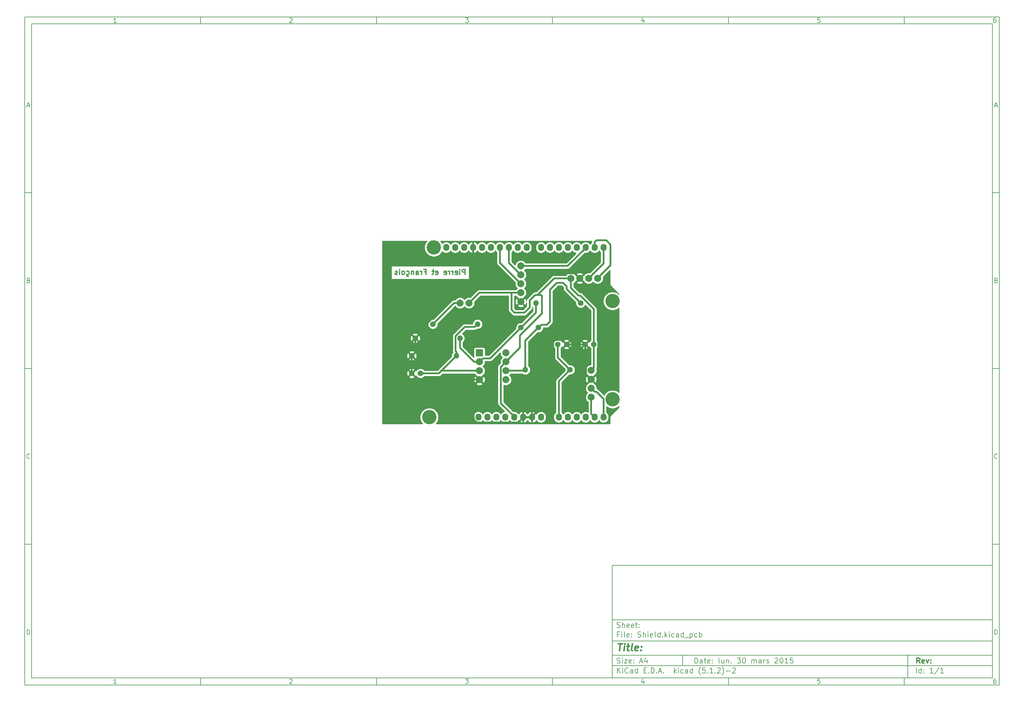
<source format=gbr>
G04 #@! TF.GenerationSoftware,KiCad,Pcbnew,(5.1.2)-2*
G04 #@! TF.CreationDate,2021-03-26T10:36:19+01:00*
G04 #@! TF.ProjectId,Shield,53686965-6c64-42e6-9b69-6361645f7063,rev?*
G04 #@! TF.SameCoordinates,Original*
G04 #@! TF.FileFunction,Copper,L2,Bot*
G04 #@! TF.FilePolarity,Positive*
%FSLAX46Y46*%
G04 Gerber Fmt 4.6, Leading zero omitted, Abs format (unit mm)*
G04 Created by KiCad (PCBNEW (5.1.2)-2) date 2021-03-26 10:36:19*
%MOMM*%
%LPD*%
G04 APERTURE LIST*
%ADD10C,0.100000*%
%ADD11C,0.150000*%
%ADD12C,0.300000*%
%ADD13C,0.400000*%
%ADD14C,1.600000*%
%ADD15C,2.000000*%
%ADD16R,2.000000X2.000000*%
%ADD17O,1.600000X1.600000*%
%ADD18O,1.727200X2.032000*%
%ADD19C,4.064000*%
%ADD20C,0.500000*%
%ADD21C,0.254000*%
G04 APERTURE END LIST*
D10*
D11*
X177002200Y-166007200D02*
X177002200Y-198007200D01*
X285002200Y-198007200D01*
X285002200Y-166007200D01*
X177002200Y-166007200D01*
D10*
D11*
X10000000Y-10000000D02*
X10000000Y-200007200D01*
X287002200Y-200007200D01*
X287002200Y-10000000D01*
X10000000Y-10000000D01*
D10*
D11*
X12000000Y-12000000D02*
X12000000Y-198007200D01*
X285002200Y-198007200D01*
X285002200Y-12000000D01*
X12000000Y-12000000D01*
D10*
D11*
X60000000Y-12000000D02*
X60000000Y-10000000D01*
D10*
D11*
X110000000Y-12000000D02*
X110000000Y-10000000D01*
D10*
D11*
X160000000Y-12000000D02*
X160000000Y-10000000D01*
D10*
D11*
X210000000Y-12000000D02*
X210000000Y-10000000D01*
D10*
D11*
X260000000Y-12000000D02*
X260000000Y-10000000D01*
D10*
D11*
X36065476Y-11588095D02*
X35322619Y-11588095D01*
X35694047Y-11588095D02*
X35694047Y-10288095D01*
X35570238Y-10473809D01*
X35446428Y-10597619D01*
X35322619Y-10659523D01*
D10*
D11*
X85322619Y-10411904D02*
X85384523Y-10350000D01*
X85508333Y-10288095D01*
X85817857Y-10288095D01*
X85941666Y-10350000D01*
X86003571Y-10411904D01*
X86065476Y-10535714D01*
X86065476Y-10659523D01*
X86003571Y-10845238D01*
X85260714Y-11588095D01*
X86065476Y-11588095D01*
D10*
D11*
X135260714Y-10288095D02*
X136065476Y-10288095D01*
X135632142Y-10783333D01*
X135817857Y-10783333D01*
X135941666Y-10845238D01*
X136003571Y-10907142D01*
X136065476Y-11030952D01*
X136065476Y-11340476D01*
X136003571Y-11464285D01*
X135941666Y-11526190D01*
X135817857Y-11588095D01*
X135446428Y-11588095D01*
X135322619Y-11526190D01*
X135260714Y-11464285D01*
D10*
D11*
X185941666Y-10721428D02*
X185941666Y-11588095D01*
X185632142Y-10226190D02*
X185322619Y-11154761D01*
X186127380Y-11154761D01*
D10*
D11*
X236003571Y-10288095D02*
X235384523Y-10288095D01*
X235322619Y-10907142D01*
X235384523Y-10845238D01*
X235508333Y-10783333D01*
X235817857Y-10783333D01*
X235941666Y-10845238D01*
X236003571Y-10907142D01*
X236065476Y-11030952D01*
X236065476Y-11340476D01*
X236003571Y-11464285D01*
X235941666Y-11526190D01*
X235817857Y-11588095D01*
X235508333Y-11588095D01*
X235384523Y-11526190D01*
X235322619Y-11464285D01*
D10*
D11*
X285941666Y-10288095D02*
X285694047Y-10288095D01*
X285570238Y-10350000D01*
X285508333Y-10411904D01*
X285384523Y-10597619D01*
X285322619Y-10845238D01*
X285322619Y-11340476D01*
X285384523Y-11464285D01*
X285446428Y-11526190D01*
X285570238Y-11588095D01*
X285817857Y-11588095D01*
X285941666Y-11526190D01*
X286003571Y-11464285D01*
X286065476Y-11340476D01*
X286065476Y-11030952D01*
X286003571Y-10907142D01*
X285941666Y-10845238D01*
X285817857Y-10783333D01*
X285570238Y-10783333D01*
X285446428Y-10845238D01*
X285384523Y-10907142D01*
X285322619Y-11030952D01*
D10*
D11*
X60000000Y-198007200D02*
X60000000Y-200007200D01*
D10*
D11*
X110000000Y-198007200D02*
X110000000Y-200007200D01*
D10*
D11*
X160000000Y-198007200D02*
X160000000Y-200007200D01*
D10*
D11*
X210000000Y-198007200D02*
X210000000Y-200007200D01*
D10*
D11*
X260000000Y-198007200D02*
X260000000Y-200007200D01*
D10*
D11*
X36065476Y-199595295D02*
X35322619Y-199595295D01*
X35694047Y-199595295D02*
X35694047Y-198295295D01*
X35570238Y-198481009D01*
X35446428Y-198604819D01*
X35322619Y-198666723D01*
D10*
D11*
X85322619Y-198419104D02*
X85384523Y-198357200D01*
X85508333Y-198295295D01*
X85817857Y-198295295D01*
X85941666Y-198357200D01*
X86003571Y-198419104D01*
X86065476Y-198542914D01*
X86065476Y-198666723D01*
X86003571Y-198852438D01*
X85260714Y-199595295D01*
X86065476Y-199595295D01*
D10*
D11*
X135260714Y-198295295D02*
X136065476Y-198295295D01*
X135632142Y-198790533D01*
X135817857Y-198790533D01*
X135941666Y-198852438D01*
X136003571Y-198914342D01*
X136065476Y-199038152D01*
X136065476Y-199347676D01*
X136003571Y-199471485D01*
X135941666Y-199533390D01*
X135817857Y-199595295D01*
X135446428Y-199595295D01*
X135322619Y-199533390D01*
X135260714Y-199471485D01*
D10*
D11*
X185941666Y-198728628D02*
X185941666Y-199595295D01*
X185632142Y-198233390D02*
X185322619Y-199161961D01*
X186127380Y-199161961D01*
D10*
D11*
X236003571Y-198295295D02*
X235384523Y-198295295D01*
X235322619Y-198914342D01*
X235384523Y-198852438D01*
X235508333Y-198790533D01*
X235817857Y-198790533D01*
X235941666Y-198852438D01*
X236003571Y-198914342D01*
X236065476Y-199038152D01*
X236065476Y-199347676D01*
X236003571Y-199471485D01*
X235941666Y-199533390D01*
X235817857Y-199595295D01*
X235508333Y-199595295D01*
X235384523Y-199533390D01*
X235322619Y-199471485D01*
D10*
D11*
X285941666Y-198295295D02*
X285694047Y-198295295D01*
X285570238Y-198357200D01*
X285508333Y-198419104D01*
X285384523Y-198604819D01*
X285322619Y-198852438D01*
X285322619Y-199347676D01*
X285384523Y-199471485D01*
X285446428Y-199533390D01*
X285570238Y-199595295D01*
X285817857Y-199595295D01*
X285941666Y-199533390D01*
X286003571Y-199471485D01*
X286065476Y-199347676D01*
X286065476Y-199038152D01*
X286003571Y-198914342D01*
X285941666Y-198852438D01*
X285817857Y-198790533D01*
X285570238Y-198790533D01*
X285446428Y-198852438D01*
X285384523Y-198914342D01*
X285322619Y-199038152D01*
D10*
D11*
X10000000Y-60000000D02*
X12000000Y-60000000D01*
D10*
D11*
X10000000Y-110000000D02*
X12000000Y-110000000D01*
D10*
D11*
X10000000Y-160000000D02*
X12000000Y-160000000D01*
D10*
D11*
X10690476Y-35216666D02*
X11309523Y-35216666D01*
X10566666Y-35588095D02*
X11000000Y-34288095D01*
X11433333Y-35588095D01*
D10*
D11*
X11092857Y-84907142D02*
X11278571Y-84969047D01*
X11340476Y-85030952D01*
X11402380Y-85154761D01*
X11402380Y-85340476D01*
X11340476Y-85464285D01*
X11278571Y-85526190D01*
X11154761Y-85588095D01*
X10659523Y-85588095D01*
X10659523Y-84288095D01*
X11092857Y-84288095D01*
X11216666Y-84350000D01*
X11278571Y-84411904D01*
X11340476Y-84535714D01*
X11340476Y-84659523D01*
X11278571Y-84783333D01*
X11216666Y-84845238D01*
X11092857Y-84907142D01*
X10659523Y-84907142D01*
D10*
D11*
X11402380Y-135464285D02*
X11340476Y-135526190D01*
X11154761Y-135588095D01*
X11030952Y-135588095D01*
X10845238Y-135526190D01*
X10721428Y-135402380D01*
X10659523Y-135278571D01*
X10597619Y-135030952D01*
X10597619Y-134845238D01*
X10659523Y-134597619D01*
X10721428Y-134473809D01*
X10845238Y-134350000D01*
X11030952Y-134288095D01*
X11154761Y-134288095D01*
X11340476Y-134350000D01*
X11402380Y-134411904D01*
D10*
D11*
X10659523Y-185588095D02*
X10659523Y-184288095D01*
X10969047Y-184288095D01*
X11154761Y-184350000D01*
X11278571Y-184473809D01*
X11340476Y-184597619D01*
X11402380Y-184845238D01*
X11402380Y-185030952D01*
X11340476Y-185278571D01*
X11278571Y-185402380D01*
X11154761Y-185526190D01*
X10969047Y-185588095D01*
X10659523Y-185588095D01*
D10*
D11*
X287002200Y-60000000D02*
X285002200Y-60000000D01*
D10*
D11*
X287002200Y-110000000D02*
X285002200Y-110000000D01*
D10*
D11*
X287002200Y-160000000D02*
X285002200Y-160000000D01*
D10*
D11*
X285692676Y-35216666D02*
X286311723Y-35216666D01*
X285568866Y-35588095D02*
X286002200Y-34288095D01*
X286435533Y-35588095D01*
D10*
D11*
X286095057Y-84907142D02*
X286280771Y-84969047D01*
X286342676Y-85030952D01*
X286404580Y-85154761D01*
X286404580Y-85340476D01*
X286342676Y-85464285D01*
X286280771Y-85526190D01*
X286156961Y-85588095D01*
X285661723Y-85588095D01*
X285661723Y-84288095D01*
X286095057Y-84288095D01*
X286218866Y-84350000D01*
X286280771Y-84411904D01*
X286342676Y-84535714D01*
X286342676Y-84659523D01*
X286280771Y-84783333D01*
X286218866Y-84845238D01*
X286095057Y-84907142D01*
X285661723Y-84907142D01*
D10*
D11*
X286404580Y-135464285D02*
X286342676Y-135526190D01*
X286156961Y-135588095D01*
X286033152Y-135588095D01*
X285847438Y-135526190D01*
X285723628Y-135402380D01*
X285661723Y-135278571D01*
X285599819Y-135030952D01*
X285599819Y-134845238D01*
X285661723Y-134597619D01*
X285723628Y-134473809D01*
X285847438Y-134350000D01*
X286033152Y-134288095D01*
X286156961Y-134288095D01*
X286342676Y-134350000D01*
X286404580Y-134411904D01*
D10*
D11*
X285661723Y-185588095D02*
X285661723Y-184288095D01*
X285971247Y-184288095D01*
X286156961Y-184350000D01*
X286280771Y-184473809D01*
X286342676Y-184597619D01*
X286404580Y-184845238D01*
X286404580Y-185030952D01*
X286342676Y-185278571D01*
X286280771Y-185402380D01*
X286156961Y-185526190D01*
X285971247Y-185588095D01*
X285661723Y-185588095D01*
D10*
D11*
X200434342Y-193785771D02*
X200434342Y-192285771D01*
X200791485Y-192285771D01*
X201005771Y-192357200D01*
X201148628Y-192500057D01*
X201220057Y-192642914D01*
X201291485Y-192928628D01*
X201291485Y-193142914D01*
X201220057Y-193428628D01*
X201148628Y-193571485D01*
X201005771Y-193714342D01*
X200791485Y-193785771D01*
X200434342Y-193785771D01*
X202577200Y-193785771D02*
X202577200Y-193000057D01*
X202505771Y-192857200D01*
X202362914Y-192785771D01*
X202077200Y-192785771D01*
X201934342Y-192857200D01*
X202577200Y-193714342D02*
X202434342Y-193785771D01*
X202077200Y-193785771D01*
X201934342Y-193714342D01*
X201862914Y-193571485D01*
X201862914Y-193428628D01*
X201934342Y-193285771D01*
X202077200Y-193214342D01*
X202434342Y-193214342D01*
X202577200Y-193142914D01*
X203077200Y-192785771D02*
X203648628Y-192785771D01*
X203291485Y-192285771D02*
X203291485Y-193571485D01*
X203362914Y-193714342D01*
X203505771Y-193785771D01*
X203648628Y-193785771D01*
X204720057Y-193714342D02*
X204577200Y-193785771D01*
X204291485Y-193785771D01*
X204148628Y-193714342D01*
X204077200Y-193571485D01*
X204077200Y-193000057D01*
X204148628Y-192857200D01*
X204291485Y-192785771D01*
X204577200Y-192785771D01*
X204720057Y-192857200D01*
X204791485Y-193000057D01*
X204791485Y-193142914D01*
X204077200Y-193285771D01*
X205434342Y-193642914D02*
X205505771Y-193714342D01*
X205434342Y-193785771D01*
X205362914Y-193714342D01*
X205434342Y-193642914D01*
X205434342Y-193785771D01*
X205434342Y-192857200D02*
X205505771Y-192928628D01*
X205434342Y-193000057D01*
X205362914Y-192928628D01*
X205434342Y-192857200D01*
X205434342Y-193000057D01*
X207505771Y-193785771D02*
X207362914Y-193714342D01*
X207291485Y-193571485D01*
X207291485Y-192285771D01*
X208720057Y-192785771D02*
X208720057Y-193785771D01*
X208077200Y-192785771D02*
X208077200Y-193571485D01*
X208148628Y-193714342D01*
X208291485Y-193785771D01*
X208505771Y-193785771D01*
X208648628Y-193714342D01*
X208720057Y-193642914D01*
X209434342Y-192785771D02*
X209434342Y-193785771D01*
X209434342Y-192928628D02*
X209505771Y-192857200D01*
X209648628Y-192785771D01*
X209862914Y-192785771D01*
X210005771Y-192857200D01*
X210077200Y-193000057D01*
X210077200Y-193785771D01*
X210791485Y-193642914D02*
X210862914Y-193714342D01*
X210791485Y-193785771D01*
X210720057Y-193714342D01*
X210791485Y-193642914D01*
X210791485Y-193785771D01*
X212505771Y-192285771D02*
X213434342Y-192285771D01*
X212934342Y-192857200D01*
X213148628Y-192857200D01*
X213291485Y-192928628D01*
X213362914Y-193000057D01*
X213434342Y-193142914D01*
X213434342Y-193500057D01*
X213362914Y-193642914D01*
X213291485Y-193714342D01*
X213148628Y-193785771D01*
X212720057Y-193785771D01*
X212577200Y-193714342D01*
X212505771Y-193642914D01*
X214362914Y-192285771D02*
X214505771Y-192285771D01*
X214648628Y-192357200D01*
X214720057Y-192428628D01*
X214791485Y-192571485D01*
X214862914Y-192857200D01*
X214862914Y-193214342D01*
X214791485Y-193500057D01*
X214720057Y-193642914D01*
X214648628Y-193714342D01*
X214505771Y-193785771D01*
X214362914Y-193785771D01*
X214220057Y-193714342D01*
X214148628Y-193642914D01*
X214077200Y-193500057D01*
X214005771Y-193214342D01*
X214005771Y-192857200D01*
X214077200Y-192571485D01*
X214148628Y-192428628D01*
X214220057Y-192357200D01*
X214362914Y-192285771D01*
X216648628Y-193785771D02*
X216648628Y-192785771D01*
X216648628Y-192928628D02*
X216720057Y-192857200D01*
X216862914Y-192785771D01*
X217077200Y-192785771D01*
X217220057Y-192857200D01*
X217291485Y-193000057D01*
X217291485Y-193785771D01*
X217291485Y-193000057D02*
X217362914Y-192857200D01*
X217505771Y-192785771D01*
X217720057Y-192785771D01*
X217862914Y-192857200D01*
X217934342Y-193000057D01*
X217934342Y-193785771D01*
X219291485Y-193785771D02*
X219291485Y-193000057D01*
X219220057Y-192857200D01*
X219077200Y-192785771D01*
X218791485Y-192785771D01*
X218648628Y-192857200D01*
X219291485Y-193714342D02*
X219148628Y-193785771D01*
X218791485Y-193785771D01*
X218648628Y-193714342D01*
X218577200Y-193571485D01*
X218577200Y-193428628D01*
X218648628Y-193285771D01*
X218791485Y-193214342D01*
X219148628Y-193214342D01*
X219291485Y-193142914D01*
X220005771Y-193785771D02*
X220005771Y-192785771D01*
X220005771Y-193071485D02*
X220077200Y-192928628D01*
X220148628Y-192857200D01*
X220291485Y-192785771D01*
X220434342Y-192785771D01*
X220862914Y-193714342D02*
X221005771Y-193785771D01*
X221291485Y-193785771D01*
X221434342Y-193714342D01*
X221505771Y-193571485D01*
X221505771Y-193500057D01*
X221434342Y-193357200D01*
X221291485Y-193285771D01*
X221077200Y-193285771D01*
X220934342Y-193214342D01*
X220862914Y-193071485D01*
X220862914Y-193000057D01*
X220934342Y-192857200D01*
X221077200Y-192785771D01*
X221291485Y-192785771D01*
X221434342Y-192857200D01*
X223220057Y-192428628D02*
X223291485Y-192357200D01*
X223434342Y-192285771D01*
X223791485Y-192285771D01*
X223934342Y-192357200D01*
X224005771Y-192428628D01*
X224077200Y-192571485D01*
X224077200Y-192714342D01*
X224005771Y-192928628D01*
X223148628Y-193785771D01*
X224077200Y-193785771D01*
X225005771Y-192285771D02*
X225148628Y-192285771D01*
X225291485Y-192357200D01*
X225362914Y-192428628D01*
X225434342Y-192571485D01*
X225505771Y-192857200D01*
X225505771Y-193214342D01*
X225434342Y-193500057D01*
X225362914Y-193642914D01*
X225291485Y-193714342D01*
X225148628Y-193785771D01*
X225005771Y-193785771D01*
X224862914Y-193714342D01*
X224791485Y-193642914D01*
X224720057Y-193500057D01*
X224648628Y-193214342D01*
X224648628Y-192857200D01*
X224720057Y-192571485D01*
X224791485Y-192428628D01*
X224862914Y-192357200D01*
X225005771Y-192285771D01*
X226934342Y-193785771D02*
X226077200Y-193785771D01*
X226505771Y-193785771D02*
X226505771Y-192285771D01*
X226362914Y-192500057D01*
X226220057Y-192642914D01*
X226077200Y-192714342D01*
X228291485Y-192285771D02*
X227577200Y-192285771D01*
X227505771Y-193000057D01*
X227577200Y-192928628D01*
X227720057Y-192857200D01*
X228077200Y-192857200D01*
X228220057Y-192928628D01*
X228291485Y-193000057D01*
X228362914Y-193142914D01*
X228362914Y-193500057D01*
X228291485Y-193642914D01*
X228220057Y-193714342D01*
X228077200Y-193785771D01*
X227720057Y-193785771D01*
X227577200Y-193714342D01*
X227505771Y-193642914D01*
D10*
D11*
X177002200Y-194507200D02*
X285002200Y-194507200D01*
D10*
D11*
X178434342Y-196585771D02*
X178434342Y-195085771D01*
X179291485Y-196585771D02*
X178648628Y-195728628D01*
X179291485Y-195085771D02*
X178434342Y-195942914D01*
X179934342Y-196585771D02*
X179934342Y-195585771D01*
X179934342Y-195085771D02*
X179862914Y-195157200D01*
X179934342Y-195228628D01*
X180005771Y-195157200D01*
X179934342Y-195085771D01*
X179934342Y-195228628D01*
X181505771Y-196442914D02*
X181434342Y-196514342D01*
X181220057Y-196585771D01*
X181077200Y-196585771D01*
X180862914Y-196514342D01*
X180720057Y-196371485D01*
X180648628Y-196228628D01*
X180577200Y-195942914D01*
X180577200Y-195728628D01*
X180648628Y-195442914D01*
X180720057Y-195300057D01*
X180862914Y-195157200D01*
X181077200Y-195085771D01*
X181220057Y-195085771D01*
X181434342Y-195157200D01*
X181505771Y-195228628D01*
X182791485Y-196585771D02*
X182791485Y-195800057D01*
X182720057Y-195657200D01*
X182577200Y-195585771D01*
X182291485Y-195585771D01*
X182148628Y-195657200D01*
X182791485Y-196514342D02*
X182648628Y-196585771D01*
X182291485Y-196585771D01*
X182148628Y-196514342D01*
X182077200Y-196371485D01*
X182077200Y-196228628D01*
X182148628Y-196085771D01*
X182291485Y-196014342D01*
X182648628Y-196014342D01*
X182791485Y-195942914D01*
X184148628Y-196585771D02*
X184148628Y-195085771D01*
X184148628Y-196514342D02*
X184005771Y-196585771D01*
X183720057Y-196585771D01*
X183577200Y-196514342D01*
X183505771Y-196442914D01*
X183434342Y-196300057D01*
X183434342Y-195871485D01*
X183505771Y-195728628D01*
X183577200Y-195657200D01*
X183720057Y-195585771D01*
X184005771Y-195585771D01*
X184148628Y-195657200D01*
X186005771Y-195800057D02*
X186505771Y-195800057D01*
X186720057Y-196585771D02*
X186005771Y-196585771D01*
X186005771Y-195085771D01*
X186720057Y-195085771D01*
X187362914Y-196442914D02*
X187434342Y-196514342D01*
X187362914Y-196585771D01*
X187291485Y-196514342D01*
X187362914Y-196442914D01*
X187362914Y-196585771D01*
X188077200Y-196585771D02*
X188077200Y-195085771D01*
X188434342Y-195085771D01*
X188648628Y-195157200D01*
X188791485Y-195300057D01*
X188862914Y-195442914D01*
X188934342Y-195728628D01*
X188934342Y-195942914D01*
X188862914Y-196228628D01*
X188791485Y-196371485D01*
X188648628Y-196514342D01*
X188434342Y-196585771D01*
X188077200Y-196585771D01*
X189577200Y-196442914D02*
X189648628Y-196514342D01*
X189577200Y-196585771D01*
X189505771Y-196514342D01*
X189577200Y-196442914D01*
X189577200Y-196585771D01*
X190220057Y-196157200D02*
X190934342Y-196157200D01*
X190077200Y-196585771D02*
X190577200Y-195085771D01*
X191077200Y-196585771D01*
X191577200Y-196442914D02*
X191648628Y-196514342D01*
X191577200Y-196585771D01*
X191505771Y-196514342D01*
X191577200Y-196442914D01*
X191577200Y-196585771D01*
X194577200Y-196585771D02*
X194577200Y-195085771D01*
X194720057Y-196014342D02*
X195148628Y-196585771D01*
X195148628Y-195585771D02*
X194577200Y-196157200D01*
X195791485Y-196585771D02*
X195791485Y-195585771D01*
X195791485Y-195085771D02*
X195720057Y-195157200D01*
X195791485Y-195228628D01*
X195862914Y-195157200D01*
X195791485Y-195085771D01*
X195791485Y-195228628D01*
X197148628Y-196514342D02*
X197005771Y-196585771D01*
X196720057Y-196585771D01*
X196577200Y-196514342D01*
X196505771Y-196442914D01*
X196434342Y-196300057D01*
X196434342Y-195871485D01*
X196505771Y-195728628D01*
X196577200Y-195657200D01*
X196720057Y-195585771D01*
X197005771Y-195585771D01*
X197148628Y-195657200D01*
X198434342Y-196585771D02*
X198434342Y-195800057D01*
X198362914Y-195657200D01*
X198220057Y-195585771D01*
X197934342Y-195585771D01*
X197791485Y-195657200D01*
X198434342Y-196514342D02*
X198291485Y-196585771D01*
X197934342Y-196585771D01*
X197791485Y-196514342D01*
X197720057Y-196371485D01*
X197720057Y-196228628D01*
X197791485Y-196085771D01*
X197934342Y-196014342D01*
X198291485Y-196014342D01*
X198434342Y-195942914D01*
X199791485Y-196585771D02*
X199791485Y-195085771D01*
X199791485Y-196514342D02*
X199648628Y-196585771D01*
X199362914Y-196585771D01*
X199220057Y-196514342D01*
X199148628Y-196442914D01*
X199077200Y-196300057D01*
X199077200Y-195871485D01*
X199148628Y-195728628D01*
X199220057Y-195657200D01*
X199362914Y-195585771D01*
X199648628Y-195585771D01*
X199791485Y-195657200D01*
X202077200Y-197157200D02*
X202005771Y-197085771D01*
X201862914Y-196871485D01*
X201791485Y-196728628D01*
X201720057Y-196514342D01*
X201648628Y-196157200D01*
X201648628Y-195871485D01*
X201720057Y-195514342D01*
X201791485Y-195300057D01*
X201862914Y-195157200D01*
X202005771Y-194942914D01*
X202077200Y-194871485D01*
X203362914Y-195085771D02*
X202648628Y-195085771D01*
X202577200Y-195800057D01*
X202648628Y-195728628D01*
X202791485Y-195657200D01*
X203148628Y-195657200D01*
X203291485Y-195728628D01*
X203362914Y-195800057D01*
X203434342Y-195942914D01*
X203434342Y-196300057D01*
X203362914Y-196442914D01*
X203291485Y-196514342D01*
X203148628Y-196585771D01*
X202791485Y-196585771D01*
X202648628Y-196514342D01*
X202577200Y-196442914D01*
X204077200Y-196442914D02*
X204148628Y-196514342D01*
X204077200Y-196585771D01*
X204005771Y-196514342D01*
X204077200Y-196442914D01*
X204077200Y-196585771D01*
X205577200Y-196585771D02*
X204720057Y-196585771D01*
X205148628Y-196585771D02*
X205148628Y-195085771D01*
X205005771Y-195300057D01*
X204862914Y-195442914D01*
X204720057Y-195514342D01*
X206220057Y-196442914D02*
X206291485Y-196514342D01*
X206220057Y-196585771D01*
X206148628Y-196514342D01*
X206220057Y-196442914D01*
X206220057Y-196585771D01*
X206862914Y-195228628D02*
X206934342Y-195157200D01*
X207077200Y-195085771D01*
X207434342Y-195085771D01*
X207577200Y-195157200D01*
X207648628Y-195228628D01*
X207720057Y-195371485D01*
X207720057Y-195514342D01*
X207648628Y-195728628D01*
X206791485Y-196585771D01*
X207720057Y-196585771D01*
X208220057Y-197157200D02*
X208291485Y-197085771D01*
X208434342Y-196871485D01*
X208505771Y-196728628D01*
X208577200Y-196514342D01*
X208648628Y-196157200D01*
X208648628Y-195871485D01*
X208577200Y-195514342D01*
X208505771Y-195300057D01*
X208434342Y-195157200D01*
X208291485Y-194942914D01*
X208220057Y-194871485D01*
X209362914Y-196014342D02*
X210505771Y-196014342D01*
X211148628Y-195228628D02*
X211220057Y-195157200D01*
X211362914Y-195085771D01*
X211720057Y-195085771D01*
X211862914Y-195157200D01*
X211934342Y-195228628D01*
X212005771Y-195371485D01*
X212005771Y-195514342D01*
X211934342Y-195728628D01*
X211077200Y-196585771D01*
X212005771Y-196585771D01*
D10*
D11*
X177002200Y-191507200D02*
X285002200Y-191507200D01*
D10*
D12*
X264411485Y-193785771D02*
X263911485Y-193071485D01*
X263554342Y-193785771D02*
X263554342Y-192285771D01*
X264125771Y-192285771D01*
X264268628Y-192357200D01*
X264340057Y-192428628D01*
X264411485Y-192571485D01*
X264411485Y-192785771D01*
X264340057Y-192928628D01*
X264268628Y-193000057D01*
X264125771Y-193071485D01*
X263554342Y-193071485D01*
X265625771Y-193714342D02*
X265482914Y-193785771D01*
X265197200Y-193785771D01*
X265054342Y-193714342D01*
X264982914Y-193571485D01*
X264982914Y-193000057D01*
X265054342Y-192857200D01*
X265197200Y-192785771D01*
X265482914Y-192785771D01*
X265625771Y-192857200D01*
X265697200Y-193000057D01*
X265697200Y-193142914D01*
X264982914Y-193285771D01*
X266197200Y-192785771D02*
X266554342Y-193785771D01*
X266911485Y-192785771D01*
X267482914Y-193642914D02*
X267554342Y-193714342D01*
X267482914Y-193785771D01*
X267411485Y-193714342D01*
X267482914Y-193642914D01*
X267482914Y-193785771D01*
X267482914Y-192857200D02*
X267554342Y-192928628D01*
X267482914Y-193000057D01*
X267411485Y-192928628D01*
X267482914Y-192857200D01*
X267482914Y-193000057D01*
D10*
D11*
X178362914Y-193714342D02*
X178577200Y-193785771D01*
X178934342Y-193785771D01*
X179077200Y-193714342D01*
X179148628Y-193642914D01*
X179220057Y-193500057D01*
X179220057Y-193357200D01*
X179148628Y-193214342D01*
X179077200Y-193142914D01*
X178934342Y-193071485D01*
X178648628Y-193000057D01*
X178505771Y-192928628D01*
X178434342Y-192857200D01*
X178362914Y-192714342D01*
X178362914Y-192571485D01*
X178434342Y-192428628D01*
X178505771Y-192357200D01*
X178648628Y-192285771D01*
X179005771Y-192285771D01*
X179220057Y-192357200D01*
X179862914Y-193785771D02*
X179862914Y-192785771D01*
X179862914Y-192285771D02*
X179791485Y-192357200D01*
X179862914Y-192428628D01*
X179934342Y-192357200D01*
X179862914Y-192285771D01*
X179862914Y-192428628D01*
X180434342Y-192785771D02*
X181220057Y-192785771D01*
X180434342Y-193785771D01*
X181220057Y-193785771D01*
X182362914Y-193714342D02*
X182220057Y-193785771D01*
X181934342Y-193785771D01*
X181791485Y-193714342D01*
X181720057Y-193571485D01*
X181720057Y-193000057D01*
X181791485Y-192857200D01*
X181934342Y-192785771D01*
X182220057Y-192785771D01*
X182362914Y-192857200D01*
X182434342Y-193000057D01*
X182434342Y-193142914D01*
X181720057Y-193285771D01*
X183077200Y-193642914D02*
X183148628Y-193714342D01*
X183077200Y-193785771D01*
X183005771Y-193714342D01*
X183077200Y-193642914D01*
X183077200Y-193785771D01*
X183077200Y-192857200D02*
X183148628Y-192928628D01*
X183077200Y-193000057D01*
X183005771Y-192928628D01*
X183077200Y-192857200D01*
X183077200Y-193000057D01*
X184862914Y-193357200D02*
X185577200Y-193357200D01*
X184720057Y-193785771D02*
X185220057Y-192285771D01*
X185720057Y-193785771D01*
X186862914Y-192785771D02*
X186862914Y-193785771D01*
X186505771Y-192214342D02*
X186148628Y-193285771D01*
X187077200Y-193285771D01*
D10*
D11*
X263434342Y-196585771D02*
X263434342Y-195085771D01*
X264791485Y-196585771D02*
X264791485Y-195085771D01*
X264791485Y-196514342D02*
X264648628Y-196585771D01*
X264362914Y-196585771D01*
X264220057Y-196514342D01*
X264148628Y-196442914D01*
X264077200Y-196300057D01*
X264077200Y-195871485D01*
X264148628Y-195728628D01*
X264220057Y-195657200D01*
X264362914Y-195585771D01*
X264648628Y-195585771D01*
X264791485Y-195657200D01*
X265505771Y-196442914D02*
X265577200Y-196514342D01*
X265505771Y-196585771D01*
X265434342Y-196514342D01*
X265505771Y-196442914D01*
X265505771Y-196585771D01*
X265505771Y-195657200D02*
X265577200Y-195728628D01*
X265505771Y-195800057D01*
X265434342Y-195728628D01*
X265505771Y-195657200D01*
X265505771Y-195800057D01*
X268148628Y-196585771D02*
X267291485Y-196585771D01*
X267720057Y-196585771D02*
X267720057Y-195085771D01*
X267577200Y-195300057D01*
X267434342Y-195442914D01*
X267291485Y-195514342D01*
X269862914Y-195014342D02*
X268577200Y-196942914D01*
X271148628Y-196585771D02*
X270291485Y-196585771D01*
X270720057Y-196585771D02*
X270720057Y-195085771D01*
X270577200Y-195300057D01*
X270434342Y-195442914D01*
X270291485Y-195514342D01*
D10*
D11*
X177002200Y-187507200D02*
X285002200Y-187507200D01*
D10*
D13*
X178714580Y-188211961D02*
X179857438Y-188211961D01*
X179036009Y-190211961D02*
X179286009Y-188211961D01*
X180274104Y-190211961D02*
X180440771Y-188878628D01*
X180524104Y-188211961D02*
X180416961Y-188307200D01*
X180500295Y-188402438D01*
X180607438Y-188307200D01*
X180524104Y-188211961D01*
X180500295Y-188402438D01*
X181107438Y-188878628D02*
X181869342Y-188878628D01*
X181476485Y-188211961D02*
X181262200Y-189926247D01*
X181333628Y-190116723D01*
X181512200Y-190211961D01*
X181702676Y-190211961D01*
X182655057Y-190211961D02*
X182476485Y-190116723D01*
X182405057Y-189926247D01*
X182619342Y-188211961D01*
X184190771Y-190116723D02*
X183988390Y-190211961D01*
X183607438Y-190211961D01*
X183428866Y-190116723D01*
X183357438Y-189926247D01*
X183452676Y-189164342D01*
X183571723Y-188973866D01*
X183774104Y-188878628D01*
X184155057Y-188878628D01*
X184333628Y-188973866D01*
X184405057Y-189164342D01*
X184381247Y-189354819D01*
X183405057Y-189545295D01*
X185155057Y-190021485D02*
X185238390Y-190116723D01*
X185131247Y-190211961D01*
X185047914Y-190116723D01*
X185155057Y-190021485D01*
X185131247Y-190211961D01*
X185286009Y-188973866D02*
X185369342Y-189069104D01*
X185262200Y-189164342D01*
X185178866Y-189069104D01*
X185286009Y-188973866D01*
X185262200Y-189164342D01*
D10*
D11*
X178934342Y-185600057D02*
X178434342Y-185600057D01*
X178434342Y-186385771D02*
X178434342Y-184885771D01*
X179148628Y-184885771D01*
X179720057Y-186385771D02*
X179720057Y-185385771D01*
X179720057Y-184885771D02*
X179648628Y-184957200D01*
X179720057Y-185028628D01*
X179791485Y-184957200D01*
X179720057Y-184885771D01*
X179720057Y-185028628D01*
X180648628Y-186385771D02*
X180505771Y-186314342D01*
X180434342Y-186171485D01*
X180434342Y-184885771D01*
X181791485Y-186314342D02*
X181648628Y-186385771D01*
X181362914Y-186385771D01*
X181220057Y-186314342D01*
X181148628Y-186171485D01*
X181148628Y-185600057D01*
X181220057Y-185457200D01*
X181362914Y-185385771D01*
X181648628Y-185385771D01*
X181791485Y-185457200D01*
X181862914Y-185600057D01*
X181862914Y-185742914D01*
X181148628Y-185885771D01*
X182505771Y-186242914D02*
X182577200Y-186314342D01*
X182505771Y-186385771D01*
X182434342Y-186314342D01*
X182505771Y-186242914D01*
X182505771Y-186385771D01*
X182505771Y-185457200D02*
X182577200Y-185528628D01*
X182505771Y-185600057D01*
X182434342Y-185528628D01*
X182505771Y-185457200D01*
X182505771Y-185600057D01*
X184291485Y-186314342D02*
X184505771Y-186385771D01*
X184862914Y-186385771D01*
X185005771Y-186314342D01*
X185077200Y-186242914D01*
X185148628Y-186100057D01*
X185148628Y-185957200D01*
X185077200Y-185814342D01*
X185005771Y-185742914D01*
X184862914Y-185671485D01*
X184577200Y-185600057D01*
X184434342Y-185528628D01*
X184362914Y-185457200D01*
X184291485Y-185314342D01*
X184291485Y-185171485D01*
X184362914Y-185028628D01*
X184434342Y-184957200D01*
X184577200Y-184885771D01*
X184934342Y-184885771D01*
X185148628Y-184957200D01*
X185791485Y-186385771D02*
X185791485Y-184885771D01*
X186434342Y-186385771D02*
X186434342Y-185600057D01*
X186362914Y-185457200D01*
X186220057Y-185385771D01*
X186005771Y-185385771D01*
X185862914Y-185457200D01*
X185791485Y-185528628D01*
X187148628Y-186385771D02*
X187148628Y-185385771D01*
X187148628Y-184885771D02*
X187077200Y-184957200D01*
X187148628Y-185028628D01*
X187220057Y-184957200D01*
X187148628Y-184885771D01*
X187148628Y-185028628D01*
X188434342Y-186314342D02*
X188291485Y-186385771D01*
X188005771Y-186385771D01*
X187862914Y-186314342D01*
X187791485Y-186171485D01*
X187791485Y-185600057D01*
X187862914Y-185457200D01*
X188005771Y-185385771D01*
X188291485Y-185385771D01*
X188434342Y-185457200D01*
X188505771Y-185600057D01*
X188505771Y-185742914D01*
X187791485Y-185885771D01*
X189362914Y-186385771D02*
X189220057Y-186314342D01*
X189148628Y-186171485D01*
X189148628Y-184885771D01*
X190577200Y-186385771D02*
X190577200Y-184885771D01*
X190577200Y-186314342D02*
X190434342Y-186385771D01*
X190148628Y-186385771D01*
X190005771Y-186314342D01*
X189934342Y-186242914D01*
X189862914Y-186100057D01*
X189862914Y-185671485D01*
X189934342Y-185528628D01*
X190005771Y-185457200D01*
X190148628Y-185385771D01*
X190434342Y-185385771D01*
X190577200Y-185457200D01*
X191291485Y-186242914D02*
X191362914Y-186314342D01*
X191291485Y-186385771D01*
X191220057Y-186314342D01*
X191291485Y-186242914D01*
X191291485Y-186385771D01*
X192005771Y-186385771D02*
X192005771Y-184885771D01*
X192148628Y-185814342D02*
X192577200Y-186385771D01*
X192577200Y-185385771D02*
X192005771Y-185957200D01*
X193220057Y-186385771D02*
X193220057Y-185385771D01*
X193220057Y-184885771D02*
X193148628Y-184957200D01*
X193220057Y-185028628D01*
X193291485Y-184957200D01*
X193220057Y-184885771D01*
X193220057Y-185028628D01*
X194577200Y-186314342D02*
X194434342Y-186385771D01*
X194148628Y-186385771D01*
X194005771Y-186314342D01*
X193934342Y-186242914D01*
X193862914Y-186100057D01*
X193862914Y-185671485D01*
X193934342Y-185528628D01*
X194005771Y-185457200D01*
X194148628Y-185385771D01*
X194434342Y-185385771D01*
X194577200Y-185457200D01*
X195862914Y-186385771D02*
X195862914Y-185600057D01*
X195791485Y-185457200D01*
X195648628Y-185385771D01*
X195362914Y-185385771D01*
X195220057Y-185457200D01*
X195862914Y-186314342D02*
X195720057Y-186385771D01*
X195362914Y-186385771D01*
X195220057Y-186314342D01*
X195148628Y-186171485D01*
X195148628Y-186028628D01*
X195220057Y-185885771D01*
X195362914Y-185814342D01*
X195720057Y-185814342D01*
X195862914Y-185742914D01*
X197220057Y-186385771D02*
X197220057Y-184885771D01*
X197220057Y-186314342D02*
X197077200Y-186385771D01*
X196791485Y-186385771D01*
X196648628Y-186314342D01*
X196577200Y-186242914D01*
X196505771Y-186100057D01*
X196505771Y-185671485D01*
X196577200Y-185528628D01*
X196648628Y-185457200D01*
X196791485Y-185385771D01*
X197077200Y-185385771D01*
X197220057Y-185457200D01*
X197577200Y-186528628D02*
X198720057Y-186528628D01*
X199077200Y-185385771D02*
X199077200Y-186885771D01*
X199077200Y-185457200D02*
X199220057Y-185385771D01*
X199505771Y-185385771D01*
X199648628Y-185457200D01*
X199720057Y-185528628D01*
X199791485Y-185671485D01*
X199791485Y-186100057D01*
X199720057Y-186242914D01*
X199648628Y-186314342D01*
X199505771Y-186385771D01*
X199220057Y-186385771D01*
X199077200Y-186314342D01*
X201077200Y-186314342D02*
X200934342Y-186385771D01*
X200648628Y-186385771D01*
X200505771Y-186314342D01*
X200434342Y-186242914D01*
X200362914Y-186100057D01*
X200362914Y-185671485D01*
X200434342Y-185528628D01*
X200505771Y-185457200D01*
X200648628Y-185385771D01*
X200934342Y-185385771D01*
X201077200Y-185457200D01*
X201720057Y-186385771D02*
X201720057Y-184885771D01*
X201720057Y-185457200D02*
X201862914Y-185385771D01*
X202148628Y-185385771D01*
X202291485Y-185457200D01*
X202362914Y-185528628D01*
X202434342Y-185671485D01*
X202434342Y-186100057D01*
X202362914Y-186242914D01*
X202291485Y-186314342D01*
X202148628Y-186385771D01*
X201862914Y-186385771D01*
X201720057Y-186314342D01*
D10*
D11*
X177002200Y-181507200D02*
X285002200Y-181507200D01*
D10*
D11*
X178362914Y-183614342D02*
X178577200Y-183685771D01*
X178934342Y-183685771D01*
X179077200Y-183614342D01*
X179148628Y-183542914D01*
X179220057Y-183400057D01*
X179220057Y-183257200D01*
X179148628Y-183114342D01*
X179077200Y-183042914D01*
X178934342Y-182971485D01*
X178648628Y-182900057D01*
X178505771Y-182828628D01*
X178434342Y-182757200D01*
X178362914Y-182614342D01*
X178362914Y-182471485D01*
X178434342Y-182328628D01*
X178505771Y-182257200D01*
X178648628Y-182185771D01*
X179005771Y-182185771D01*
X179220057Y-182257200D01*
X179862914Y-183685771D02*
X179862914Y-182185771D01*
X180505771Y-183685771D02*
X180505771Y-182900057D01*
X180434342Y-182757200D01*
X180291485Y-182685771D01*
X180077200Y-182685771D01*
X179934342Y-182757200D01*
X179862914Y-182828628D01*
X181791485Y-183614342D02*
X181648628Y-183685771D01*
X181362914Y-183685771D01*
X181220057Y-183614342D01*
X181148628Y-183471485D01*
X181148628Y-182900057D01*
X181220057Y-182757200D01*
X181362914Y-182685771D01*
X181648628Y-182685771D01*
X181791485Y-182757200D01*
X181862914Y-182900057D01*
X181862914Y-183042914D01*
X181148628Y-183185771D01*
X183077200Y-183614342D02*
X182934342Y-183685771D01*
X182648628Y-183685771D01*
X182505771Y-183614342D01*
X182434342Y-183471485D01*
X182434342Y-182900057D01*
X182505771Y-182757200D01*
X182648628Y-182685771D01*
X182934342Y-182685771D01*
X183077200Y-182757200D01*
X183148628Y-182900057D01*
X183148628Y-183042914D01*
X182434342Y-183185771D01*
X183577200Y-182685771D02*
X184148628Y-182685771D01*
X183791485Y-182185771D02*
X183791485Y-183471485D01*
X183862914Y-183614342D01*
X184005771Y-183685771D01*
X184148628Y-183685771D01*
X184648628Y-183542914D02*
X184720057Y-183614342D01*
X184648628Y-183685771D01*
X184577200Y-183614342D01*
X184648628Y-183542914D01*
X184648628Y-183685771D01*
X184648628Y-182757200D02*
X184720057Y-182828628D01*
X184648628Y-182900057D01*
X184577200Y-182828628D01*
X184648628Y-182757200D01*
X184648628Y-182900057D01*
D10*
D11*
X197002200Y-191507200D02*
X197002200Y-194507200D01*
D10*
D11*
X261002200Y-191507200D02*
X261002200Y-198007200D01*
D12*
X135176571Y-83293571D02*
X135176571Y-81793571D01*
X134605142Y-81793571D01*
X134462285Y-81865000D01*
X134390857Y-81936428D01*
X134319428Y-82079285D01*
X134319428Y-82293571D01*
X134390857Y-82436428D01*
X134462285Y-82507857D01*
X134605142Y-82579285D01*
X135176571Y-82579285D01*
X133676571Y-83293571D02*
X133676571Y-82293571D01*
X133676571Y-81793571D02*
X133748000Y-81865000D01*
X133676571Y-81936428D01*
X133605142Y-81865000D01*
X133676571Y-81793571D01*
X133676571Y-81936428D01*
X132390857Y-83222142D02*
X132533714Y-83293571D01*
X132819428Y-83293571D01*
X132962285Y-83222142D01*
X133033714Y-83079285D01*
X133033714Y-82507857D01*
X132962285Y-82365000D01*
X132819428Y-82293571D01*
X132533714Y-82293571D01*
X132390857Y-82365000D01*
X132319428Y-82507857D01*
X132319428Y-82650714D01*
X133033714Y-82793571D01*
X131676571Y-83293571D02*
X131676571Y-82293571D01*
X131676571Y-82579285D02*
X131605142Y-82436428D01*
X131533714Y-82365000D01*
X131390857Y-82293571D01*
X131248000Y-82293571D01*
X130748000Y-83293571D02*
X130748000Y-82293571D01*
X130748000Y-82579285D02*
X130676571Y-82436428D01*
X130605142Y-82365000D01*
X130462285Y-82293571D01*
X130319428Y-82293571D01*
X129248000Y-83222142D02*
X129390857Y-83293571D01*
X129676571Y-83293571D01*
X129819428Y-83222142D01*
X129890857Y-83079285D01*
X129890857Y-82507857D01*
X129819428Y-82365000D01*
X129676571Y-82293571D01*
X129390857Y-82293571D01*
X129248000Y-82365000D01*
X129176571Y-82507857D01*
X129176571Y-82650714D01*
X129890857Y-82793571D01*
X126819428Y-83222142D02*
X126962285Y-83293571D01*
X127248000Y-83293571D01*
X127390857Y-83222142D01*
X127462285Y-83079285D01*
X127462285Y-82507857D01*
X127390857Y-82365000D01*
X127248000Y-82293571D01*
X126962285Y-82293571D01*
X126819428Y-82365000D01*
X126748000Y-82507857D01*
X126748000Y-82650714D01*
X127462285Y-82793571D01*
X126319428Y-82293571D02*
X125748000Y-82293571D01*
X126105142Y-81793571D02*
X126105142Y-83079285D01*
X126033714Y-83222142D01*
X125890857Y-83293571D01*
X125748000Y-83293571D01*
X123605142Y-82507857D02*
X124105142Y-82507857D01*
X124105142Y-83293571D02*
X124105142Y-81793571D01*
X123390857Y-81793571D01*
X122819428Y-83293571D02*
X122819428Y-82293571D01*
X122819428Y-82579285D02*
X122748000Y-82436428D01*
X122676571Y-82365000D01*
X122533714Y-82293571D01*
X122390857Y-82293571D01*
X121248000Y-83293571D02*
X121248000Y-82507857D01*
X121319428Y-82365000D01*
X121462285Y-82293571D01*
X121748000Y-82293571D01*
X121890857Y-82365000D01*
X121248000Y-83222142D02*
X121390857Y-83293571D01*
X121748000Y-83293571D01*
X121890857Y-83222142D01*
X121962285Y-83079285D01*
X121962285Y-82936428D01*
X121890857Y-82793571D01*
X121748000Y-82722142D01*
X121390857Y-82722142D01*
X121248000Y-82650714D01*
X120533714Y-82293571D02*
X120533714Y-83293571D01*
X120533714Y-82436428D02*
X120462285Y-82365000D01*
X120319428Y-82293571D01*
X120105142Y-82293571D01*
X119962285Y-82365000D01*
X119890857Y-82507857D01*
X119890857Y-83293571D01*
X118533714Y-83222142D02*
X118676571Y-83293571D01*
X118962285Y-83293571D01*
X119105142Y-83222142D01*
X119176571Y-83150714D01*
X119248000Y-83007857D01*
X119248000Y-82579285D01*
X119176571Y-82436428D01*
X119105142Y-82365000D01*
X118962285Y-82293571D01*
X118676571Y-82293571D01*
X118533714Y-82365000D01*
X118819428Y-83365000D02*
X118676571Y-83436428D01*
X118605142Y-83579285D01*
X118676571Y-83722142D01*
X118819428Y-83793571D01*
X119033714Y-83793571D01*
X117676571Y-83293571D02*
X117819428Y-83222142D01*
X117890857Y-83150714D01*
X117962285Y-83007857D01*
X117962285Y-82579285D01*
X117890857Y-82436428D01*
X117819428Y-82365000D01*
X117676571Y-82293571D01*
X117462285Y-82293571D01*
X117319428Y-82365000D01*
X117248000Y-82436428D01*
X117176571Y-82579285D01*
X117176571Y-83007857D01*
X117248000Y-83150714D01*
X117319428Y-83222142D01*
X117462285Y-83293571D01*
X117676571Y-83293571D01*
X116533714Y-83293571D02*
X116533714Y-82293571D01*
X116533714Y-81793571D02*
X116605142Y-81865000D01*
X116533714Y-81936428D01*
X116462285Y-81865000D01*
X116533714Y-81793571D01*
X116533714Y-81936428D01*
X115890857Y-83222142D02*
X115748000Y-83293571D01*
X115462285Y-83293571D01*
X115319428Y-83222142D01*
X115248000Y-83079285D01*
X115248000Y-83007857D01*
X115319428Y-82865000D01*
X115462285Y-82793571D01*
X115676571Y-82793571D01*
X115819428Y-82722142D01*
X115890857Y-82579285D01*
X115890857Y-82507857D01*
X115819428Y-82365000D01*
X115676571Y-82293571D01*
X115462285Y-82293571D01*
X115319428Y-82365000D01*
D14*
X171748000Y-103115000D03*
X169248000Y-103115000D03*
D15*
X139238000Y-113175000D03*
X146758000Y-113175000D03*
X139238000Y-110635000D03*
X146758000Y-110635000D03*
X139238000Y-108095000D03*
X146758000Y-108095000D03*
D16*
X139238000Y-105555000D03*
D15*
X146758000Y-105555000D03*
X170998000Y-118175000D03*
X170998000Y-115635000D03*
X170998000Y-113095000D03*
X170998000Y-110555000D03*
X150998000Y-90985000D03*
X150998000Y-88445000D03*
X150998000Y-85905000D03*
X150998000Y-83365000D03*
X150998000Y-80825000D03*
X172808000Y-84365000D03*
X170268000Y-84365000D03*
X167728000Y-84365000D03*
X165188000Y-84365000D03*
X133728000Y-91365000D03*
X136268000Y-91365000D03*
D17*
X152298000Y-110365000D03*
D14*
X164998000Y-110365000D03*
D17*
X155298000Y-91365000D03*
D14*
X167998000Y-91365000D03*
D17*
X133698000Y-101365000D03*
D14*
X120998000Y-101365000D03*
D17*
X132698000Y-106365000D03*
D14*
X119998000Y-106365000D03*
D17*
X138698000Y-97365000D03*
D14*
X125998000Y-97365000D03*
X163998000Y-103115000D03*
X161498000Y-103115000D03*
X155998000Y-98365000D03*
X150998000Y-98365000D03*
X119998000Y-111365000D03*
X122498000Y-111365000D03*
D18*
X138938000Y-123825000D03*
X141478000Y-123825000D03*
X144018000Y-123825000D03*
X146558000Y-123825000D03*
X149098000Y-123825000D03*
X151638000Y-123825000D03*
X154178000Y-123825000D03*
X156718000Y-123825000D03*
X161798000Y-123825000D03*
X164338000Y-123825000D03*
X166878000Y-123825000D03*
X169418000Y-123825000D03*
X171958000Y-123825000D03*
X174498000Y-123825000D03*
X129794000Y-75565000D03*
X132334000Y-75565000D03*
X134874000Y-75565000D03*
X137414000Y-75565000D03*
X139954000Y-75565000D03*
X142494000Y-75565000D03*
X145034000Y-75565000D03*
X147574000Y-75565000D03*
X150114000Y-75565000D03*
X152654000Y-75565000D03*
X156718000Y-75565000D03*
X159258000Y-75565000D03*
X161798000Y-75565000D03*
X164338000Y-75565000D03*
X166878000Y-75565000D03*
X169418000Y-75565000D03*
X171958000Y-75565000D03*
X174498000Y-75565000D03*
D19*
X124968000Y-123825000D03*
X177038000Y-118745000D03*
X126238000Y-75565000D03*
X177038000Y-90805000D03*
D20*
X139188000Y-88445000D02*
X136268000Y-91365000D01*
X147757999Y-107095001D02*
X146758000Y-108095000D01*
X149098000Y-123825000D02*
X149098000Y-123977400D01*
X163773787Y-84365000D02*
X165188000Y-84365000D01*
X160447998Y-84365000D02*
X163773787Y-84365000D01*
X155722999Y-89089999D02*
X160447998Y-84365000D01*
X156722999Y-89089999D02*
X156998000Y-89365000D01*
X156998000Y-89365000D02*
X156998000Y-94365000D01*
X155722999Y-89089999D02*
X156722999Y-89089999D01*
X171748000Y-109805000D02*
X170998000Y-110555000D01*
X171748000Y-103115000D02*
X171748000Y-109805000D01*
X149098000Y-123672600D02*
X149098000Y-123825000D01*
X145307999Y-119882599D02*
X149098000Y-123672600D01*
X145307999Y-109545001D02*
X145307999Y-119882599D01*
X146758000Y-108095000D02*
X145307999Y-109545001D01*
X171748000Y-101983630D02*
X171748000Y-103115000D01*
X171748000Y-93115000D02*
X171748000Y-101983630D01*
X167897999Y-89264999D02*
X171748000Y-93115000D01*
X167397999Y-89264999D02*
X167897999Y-89264999D01*
X165188000Y-84365000D02*
X165188000Y-87055000D01*
X165188000Y-87055000D02*
X167397999Y-89264999D01*
X150748000Y-104105000D02*
X146758000Y-108095000D01*
X150748000Y-100615000D02*
X150748000Y-104105000D01*
X156998000Y-94365000D02*
X150748000Y-100615000D01*
X148328000Y-88445000D02*
X148328000Y-93285000D01*
X148328000Y-88445000D02*
X139188000Y-88445000D01*
X150998000Y-88445000D02*
X148328000Y-88445000D01*
X148328000Y-93285000D02*
X149158000Y-94115000D01*
X149158000Y-94115000D02*
X151998000Y-94115000D01*
X151998000Y-94115000D02*
X153498000Y-92615000D01*
X153498000Y-92615000D02*
X153498000Y-90615000D01*
X155023001Y-89089999D02*
X155722999Y-89089999D01*
X153498000Y-90615000D02*
X155023001Y-89089999D01*
X151638000Y-123672600D02*
X151638000Y-123825000D01*
X119998000Y-111365000D02*
X119998000Y-106365000D01*
X120998000Y-105365000D02*
X119998000Y-106365000D01*
X120998000Y-101365000D02*
X120998000Y-105365000D01*
X121808000Y-113175000D02*
X139238000Y-113175000D01*
X119998000Y-111365000D02*
X121808000Y-113175000D01*
X169547999Y-104546369D02*
X169547999Y-111644999D01*
X169248000Y-104246370D02*
X169547999Y-104546369D01*
X169248000Y-103115000D02*
X169248000Y-104246370D01*
X154178000Y-123825000D02*
X151638000Y-123825000D01*
X169547999Y-111644999D02*
X169998001Y-112095001D01*
X169547999Y-109314997D02*
X169547999Y-111644999D01*
X169998001Y-112095001D02*
X170998000Y-113095000D01*
X160247999Y-102514999D02*
X160897999Y-101864999D01*
X160247999Y-117602601D02*
X160247999Y-102514999D01*
X154178000Y-123672600D02*
X160247999Y-117602601D01*
X154178000Y-123825000D02*
X154178000Y-123672600D01*
X162747999Y-101864999D02*
X163998000Y-103115000D01*
X161747999Y-101864999D02*
X162747999Y-101864999D01*
X161747999Y-101864999D02*
X162098001Y-101864999D01*
X160897999Y-101864999D02*
X161747999Y-101864999D01*
X163998000Y-103115000D02*
X169248000Y-103115000D01*
X151638000Y-123977400D02*
X151638000Y-123825000D01*
X150274400Y-125341000D02*
X151638000Y-123977400D01*
X138443875Y-125341000D02*
X150274400Y-125341000D01*
X137624390Y-124521515D02*
X138443875Y-125341000D01*
X137624390Y-114788610D02*
X137624390Y-124521515D01*
X139238000Y-113175000D02*
X137624390Y-114788610D01*
X123373000Y-98139998D02*
X123373000Y-98990000D01*
X137414000Y-84098998D02*
X123373000Y-98139998D01*
X137414000Y-75565000D02*
X137414000Y-84098998D01*
X120998000Y-101365000D02*
X123373000Y-98990000D01*
X166728001Y-83365001D02*
X167728000Y-84365000D01*
X166277999Y-82914999D02*
X166728001Y-83365001D01*
X159068001Y-82914999D02*
X166277999Y-82914999D01*
X150998000Y-90985000D02*
X159068001Y-82914999D01*
X171997999Y-112095001D02*
X170998000Y-113095000D01*
X172998001Y-111094999D02*
X171997999Y-112095001D01*
X172998001Y-89635001D02*
X172998001Y-111094999D01*
X167728000Y-84365000D02*
X172998001Y-89635001D01*
X127698000Y-111365000D02*
X132698000Y-106365000D01*
X122998000Y-111365000D02*
X127698000Y-111365000D01*
X132698000Y-105233630D02*
X132698000Y-106365000D01*
X132447999Y-104983629D02*
X132698000Y-105233630D01*
X132447999Y-100764999D02*
X132447999Y-104983629D01*
X135047999Y-98164999D02*
X132447999Y-100764999D01*
X137898001Y-98164999D02*
X135047999Y-98164999D01*
X138698000Y-97365000D02*
X137898001Y-98164999D01*
X128428000Y-110635000D02*
X139238000Y-110635000D01*
X127698000Y-111365000D02*
X128428000Y-110635000D01*
X146758000Y-110635000D02*
X147028000Y-110365000D01*
X152028000Y-110635000D02*
X152298000Y-110365000D01*
X146758000Y-110635000D02*
X152028000Y-110635000D01*
X152298000Y-102065000D02*
X155998000Y-98365000D01*
X152298000Y-110365000D02*
X152298000Y-102065000D01*
X163998000Y-87365000D02*
X167998000Y-91365000D01*
X163998000Y-86615000D02*
X163998000Y-87365000D01*
X162998000Y-85615000D02*
X163998000Y-86615000D01*
X155998000Y-98365000D02*
X156797999Y-97565001D01*
X156797999Y-97565001D02*
X158347989Y-97565001D01*
X158347989Y-97565001D02*
X159248000Y-96664990D01*
X159248000Y-96664990D02*
X159248000Y-87615000D01*
X159248000Y-87615000D02*
X161248000Y-85615000D01*
X161248000Y-85615000D02*
X162998000Y-85615000D01*
X150198001Y-99164999D02*
X150998000Y-98365000D01*
X142267999Y-107095001D02*
X150198001Y-99164999D01*
X140237999Y-107095001D02*
X142267999Y-107095001D01*
X139238000Y-108095000D02*
X140237999Y-107095001D01*
X155298000Y-94065000D02*
X151998000Y-97365000D01*
X155298000Y-91365000D02*
X155298000Y-94065000D01*
X151998000Y-97365000D02*
X150998000Y-98365000D01*
X137687963Y-108095000D02*
X139238000Y-108095000D01*
X133698000Y-101365000D02*
X133698000Y-104105037D01*
X133698000Y-104105037D02*
X137687963Y-108095000D01*
X161798000Y-123672600D02*
X161798000Y-123825000D01*
X161798000Y-113565000D02*
X164998000Y-110365000D01*
X161798000Y-123825000D02*
X161798000Y-113565000D01*
X161498000Y-106865000D02*
X164998000Y-110365000D01*
X161498000Y-103115000D02*
X161498000Y-106865000D01*
X174498000Y-122309000D02*
X174498000Y-123825000D01*
X174498000Y-118615000D02*
X174498000Y-122309000D01*
X172517999Y-116634999D02*
X174498000Y-118615000D01*
X170998000Y-115635000D02*
X171997999Y-116634999D01*
X171997999Y-116634999D02*
X172517999Y-116634999D01*
X170998000Y-122865000D02*
X171958000Y-123825000D01*
X170998000Y-118175000D02*
X170998000Y-122865000D01*
X145034000Y-79941000D02*
X150998000Y-85905000D01*
X145034000Y-75565000D02*
X145034000Y-79941000D01*
X147574000Y-79941000D02*
X147574000Y-75565000D01*
X150998000Y-83365000D02*
X147574000Y-79941000D01*
X169418000Y-75717400D02*
X169418000Y-75565000D01*
X164310400Y-80825000D02*
X169418000Y-75717400D01*
X150998000Y-80825000D02*
X164310400Y-80825000D01*
X171958000Y-75412600D02*
X171958000Y-75565000D01*
X171958000Y-74049000D02*
X171958000Y-75565000D01*
X172456990Y-73550010D02*
X171958000Y-74049000D01*
X172808000Y-84365000D02*
X173807999Y-83365001D01*
X173807999Y-83365001D02*
X173807999Y-83305001D01*
X173807999Y-83305001D02*
X176512990Y-80600010D01*
X176512990Y-80600010D02*
X176512990Y-74766466D01*
X176512990Y-74766466D02*
X175296534Y-73550010D01*
X175296534Y-73550010D02*
X172456990Y-73550010D01*
X174498000Y-80135000D02*
X174498000Y-75565000D01*
X170268000Y-84365000D02*
X174498000Y-80135000D01*
X131998000Y-91365000D02*
X125998000Y-97365000D01*
X133728000Y-91365000D02*
X131998000Y-91365000D01*
X130268000Y-76039000D02*
X129794000Y-75565000D01*
X132334000Y-75717400D02*
X132334000Y-75565000D01*
X132808000Y-76039000D02*
X132334000Y-75565000D01*
D21*
G36*
X124166406Y-73864887D02*
G01*
X123874536Y-74301702D01*
X123673492Y-74787065D01*
X123571000Y-75302323D01*
X123571000Y-75827677D01*
X123673492Y-76342935D01*
X123874536Y-76828298D01*
X124166406Y-77265113D01*
X124537887Y-77636594D01*
X124974702Y-77928464D01*
X125460065Y-78129508D01*
X125975323Y-78232000D01*
X126500677Y-78232000D01*
X127015935Y-78129508D01*
X127501298Y-77928464D01*
X127938113Y-77636594D01*
X128309594Y-77265113D01*
X128601464Y-76828298D01*
X128657001Y-76694219D01*
X128729203Y-76782197D01*
X128957395Y-76969469D01*
X129217737Y-77108625D01*
X129500224Y-77194316D01*
X129794000Y-77223251D01*
X130087777Y-77194316D01*
X130370264Y-77108625D01*
X130630606Y-76969469D01*
X130858797Y-76782197D01*
X131046069Y-76554006D01*
X131064000Y-76520459D01*
X131081931Y-76554006D01*
X131269203Y-76782197D01*
X131497395Y-76969469D01*
X131757737Y-77108625D01*
X132040224Y-77194316D01*
X132334000Y-77223251D01*
X132627777Y-77194316D01*
X132910264Y-77108625D01*
X133170606Y-76969469D01*
X133398797Y-76782197D01*
X133586069Y-76554006D01*
X133604000Y-76520459D01*
X133621931Y-76554006D01*
X133809203Y-76782197D01*
X134037395Y-76969469D01*
X134297737Y-77108625D01*
X134580224Y-77194316D01*
X134874000Y-77223251D01*
X135167777Y-77194316D01*
X135450264Y-77108625D01*
X135710606Y-76969469D01*
X135938797Y-76782197D01*
X136126069Y-76554006D01*
X136147424Y-76514053D01*
X136295514Y-76716729D01*
X136511965Y-76915733D01*
X136763081Y-77068686D01*
X137039211Y-77169709D01*
X137054974Y-77172358D01*
X137287000Y-77051217D01*
X137287000Y-75692000D01*
X137267000Y-75692000D01*
X137267000Y-75438000D01*
X137287000Y-75438000D01*
X137287000Y-74078783D01*
X137054974Y-73957642D01*
X137039211Y-73960291D01*
X136763081Y-74061314D01*
X136511965Y-74214267D01*
X136295514Y-74413271D01*
X136147424Y-74615947D01*
X136126069Y-74575994D01*
X135938797Y-74347803D01*
X135710605Y-74160531D01*
X135450263Y-74021375D01*
X135167776Y-73935684D01*
X134874000Y-73906749D01*
X134580223Y-73935684D01*
X134297736Y-74021375D01*
X134037394Y-74160531D01*
X133809203Y-74347803D01*
X133621931Y-74575995D01*
X133604000Y-74609541D01*
X133586069Y-74575994D01*
X133398797Y-74347803D01*
X133170605Y-74160531D01*
X132910263Y-74021375D01*
X132627776Y-73935684D01*
X132334000Y-73906749D01*
X132040223Y-73935684D01*
X131757736Y-74021375D01*
X131497394Y-74160531D01*
X131269203Y-74347803D01*
X131081931Y-74575995D01*
X131064000Y-74609541D01*
X131046069Y-74575994D01*
X130858797Y-74347803D01*
X130630605Y-74160531D01*
X130370263Y-74021375D01*
X130087776Y-73935684D01*
X129794000Y-73906749D01*
X129500223Y-73935684D01*
X129217736Y-74021375D01*
X128957394Y-74160531D01*
X128729203Y-74347803D01*
X128657001Y-74435781D01*
X128601464Y-74301702D01*
X128309594Y-73864887D01*
X128179707Y-73735000D01*
X171128429Y-73735000D01*
X171085805Y-73875511D01*
X171073000Y-74005524D01*
X171073000Y-74005531D01*
X171068719Y-74049000D01*
X171073000Y-74092470D01*
X171073000Y-74200247D01*
X170893203Y-74347803D01*
X170705931Y-74575995D01*
X170688000Y-74609541D01*
X170670069Y-74575994D01*
X170482797Y-74347803D01*
X170254605Y-74160531D01*
X169994263Y-74021375D01*
X169711776Y-73935684D01*
X169418000Y-73906749D01*
X169124223Y-73935684D01*
X168841736Y-74021375D01*
X168581394Y-74160531D01*
X168353203Y-74347803D01*
X168165931Y-74575995D01*
X168148000Y-74609541D01*
X168130069Y-74575994D01*
X167942797Y-74347803D01*
X167714605Y-74160531D01*
X167454263Y-74021375D01*
X167171776Y-73935684D01*
X166878000Y-73906749D01*
X166584223Y-73935684D01*
X166301736Y-74021375D01*
X166041394Y-74160531D01*
X165813203Y-74347803D01*
X165625931Y-74575995D01*
X165608000Y-74609541D01*
X165590069Y-74575994D01*
X165402797Y-74347803D01*
X165174605Y-74160531D01*
X164914263Y-74021375D01*
X164631776Y-73935684D01*
X164338000Y-73906749D01*
X164044223Y-73935684D01*
X163761736Y-74021375D01*
X163501394Y-74160531D01*
X163273203Y-74347803D01*
X163085931Y-74575995D01*
X163068000Y-74609541D01*
X163050069Y-74575994D01*
X162862797Y-74347803D01*
X162634605Y-74160531D01*
X162374263Y-74021375D01*
X162091776Y-73935684D01*
X161798000Y-73906749D01*
X161504223Y-73935684D01*
X161221736Y-74021375D01*
X160961394Y-74160531D01*
X160733203Y-74347803D01*
X160545931Y-74575995D01*
X160528000Y-74609541D01*
X160510069Y-74575994D01*
X160322797Y-74347803D01*
X160094605Y-74160531D01*
X159834263Y-74021375D01*
X159551776Y-73935684D01*
X159258000Y-73906749D01*
X158964223Y-73935684D01*
X158681736Y-74021375D01*
X158421394Y-74160531D01*
X158193203Y-74347803D01*
X158005931Y-74575995D01*
X157988000Y-74609541D01*
X157970069Y-74575994D01*
X157782797Y-74347803D01*
X157554605Y-74160531D01*
X157294263Y-74021375D01*
X157011776Y-73935684D01*
X156718000Y-73906749D01*
X156424223Y-73935684D01*
X156141736Y-74021375D01*
X155881394Y-74160531D01*
X155653203Y-74347803D01*
X155465931Y-74575995D01*
X155326775Y-74836337D01*
X155241084Y-75118824D01*
X155219400Y-75338982D01*
X155219400Y-75791019D01*
X155241084Y-76011177D01*
X155326775Y-76293664D01*
X155465931Y-76554006D01*
X155653203Y-76782197D01*
X155881395Y-76969469D01*
X156141737Y-77108625D01*
X156424224Y-77194316D01*
X156718000Y-77223251D01*
X157011777Y-77194316D01*
X157294264Y-77108625D01*
X157554606Y-76969469D01*
X157782797Y-76782197D01*
X157970069Y-76554006D01*
X157988000Y-76520459D01*
X158005931Y-76554006D01*
X158193203Y-76782197D01*
X158421395Y-76969469D01*
X158681737Y-77108625D01*
X158964224Y-77194316D01*
X159258000Y-77223251D01*
X159551777Y-77194316D01*
X159834264Y-77108625D01*
X160094606Y-76969469D01*
X160322797Y-76782197D01*
X160510069Y-76554006D01*
X160528000Y-76520459D01*
X160545931Y-76554006D01*
X160733203Y-76782197D01*
X160961395Y-76969469D01*
X161221737Y-77108625D01*
X161504224Y-77194316D01*
X161798000Y-77223251D01*
X162091777Y-77194316D01*
X162374264Y-77108625D01*
X162634606Y-76969469D01*
X162862797Y-76782197D01*
X163050069Y-76554006D01*
X163068000Y-76520459D01*
X163085931Y-76554006D01*
X163273203Y-76782197D01*
X163501395Y-76969469D01*
X163761737Y-77108625D01*
X164044224Y-77194316D01*
X164338000Y-77223251D01*
X164631777Y-77194316D01*
X164914264Y-77108625D01*
X165174606Y-76969469D01*
X165402797Y-76782197D01*
X165590069Y-76554006D01*
X165608000Y-76520459D01*
X165625931Y-76554006D01*
X165813203Y-76782197D01*
X166041395Y-76969469D01*
X166301737Y-77108625D01*
X166584224Y-77194316D01*
X166680066Y-77203756D01*
X163943822Y-79940000D01*
X152373059Y-79940000D01*
X152267987Y-79782748D01*
X152040252Y-79555013D01*
X151772463Y-79376082D01*
X151474912Y-79252832D01*
X151159033Y-79190000D01*
X150836967Y-79190000D01*
X150521088Y-79252832D01*
X150223537Y-79376082D01*
X149955748Y-79555013D01*
X149728013Y-79782748D01*
X149549082Y-80050537D01*
X149425832Y-80348088D01*
X149393784Y-80509206D01*
X148459000Y-79574422D01*
X148459000Y-76929753D01*
X148638797Y-76782197D01*
X148826069Y-76554006D01*
X148844000Y-76520459D01*
X148861931Y-76554006D01*
X149049203Y-76782197D01*
X149277395Y-76969469D01*
X149537737Y-77108625D01*
X149820224Y-77194316D01*
X150114000Y-77223251D01*
X150407777Y-77194316D01*
X150690264Y-77108625D01*
X150950606Y-76969469D01*
X151178797Y-76782197D01*
X151366069Y-76554006D01*
X151384000Y-76520459D01*
X151401931Y-76554006D01*
X151589203Y-76782197D01*
X151817395Y-76969469D01*
X152077737Y-77108625D01*
X152360224Y-77194316D01*
X152654000Y-77223251D01*
X152947777Y-77194316D01*
X153230264Y-77108625D01*
X153490606Y-76969469D01*
X153718797Y-76782197D01*
X153906069Y-76554006D01*
X154045225Y-76293663D01*
X154130916Y-76011176D01*
X154152600Y-75791018D01*
X154152600Y-75338981D01*
X154130916Y-75118823D01*
X154045225Y-74836336D01*
X153906069Y-74575994D01*
X153718797Y-74347803D01*
X153490605Y-74160531D01*
X153230263Y-74021375D01*
X152947776Y-73935684D01*
X152654000Y-73906749D01*
X152360223Y-73935684D01*
X152077736Y-74021375D01*
X151817394Y-74160531D01*
X151589203Y-74347803D01*
X151401931Y-74575995D01*
X151384000Y-74609541D01*
X151366069Y-74575994D01*
X151178797Y-74347803D01*
X150950605Y-74160531D01*
X150690263Y-74021375D01*
X150407776Y-73935684D01*
X150114000Y-73906749D01*
X149820223Y-73935684D01*
X149537736Y-74021375D01*
X149277394Y-74160531D01*
X149049203Y-74347803D01*
X148861931Y-74575995D01*
X148844000Y-74609541D01*
X148826069Y-74575994D01*
X148638797Y-74347803D01*
X148410605Y-74160531D01*
X148150263Y-74021375D01*
X147867776Y-73935684D01*
X147574000Y-73906749D01*
X147280223Y-73935684D01*
X146997736Y-74021375D01*
X146737394Y-74160531D01*
X146509203Y-74347803D01*
X146321931Y-74575995D01*
X146304000Y-74609541D01*
X146286069Y-74575994D01*
X146098797Y-74347803D01*
X145870605Y-74160531D01*
X145610263Y-74021375D01*
X145327776Y-73935684D01*
X145034000Y-73906749D01*
X144740223Y-73935684D01*
X144457736Y-74021375D01*
X144197394Y-74160531D01*
X143969203Y-74347803D01*
X143781931Y-74575995D01*
X143764000Y-74609541D01*
X143746069Y-74575994D01*
X143558797Y-74347803D01*
X143330605Y-74160531D01*
X143070263Y-74021375D01*
X142787776Y-73935684D01*
X142494000Y-73906749D01*
X142200223Y-73935684D01*
X141917736Y-74021375D01*
X141657394Y-74160531D01*
X141429203Y-74347803D01*
X141241931Y-74575995D01*
X141224000Y-74609541D01*
X141206069Y-74575994D01*
X141018797Y-74347803D01*
X140790605Y-74160531D01*
X140530263Y-74021375D01*
X140247776Y-73935684D01*
X139954000Y-73906749D01*
X139660223Y-73935684D01*
X139377736Y-74021375D01*
X139117394Y-74160531D01*
X138889203Y-74347803D01*
X138701931Y-74575995D01*
X138680576Y-74615947D01*
X138532486Y-74413271D01*
X138316035Y-74214267D01*
X138064919Y-74061314D01*
X137788789Y-73960291D01*
X137773026Y-73957642D01*
X137541000Y-74078783D01*
X137541000Y-75438000D01*
X137561000Y-75438000D01*
X137561000Y-75692000D01*
X137541000Y-75692000D01*
X137541000Y-77051217D01*
X137773026Y-77172358D01*
X137788789Y-77169709D01*
X138064919Y-77068686D01*
X138316035Y-76915733D01*
X138532486Y-76716729D01*
X138680576Y-76514053D01*
X138701931Y-76554006D01*
X138889203Y-76782197D01*
X139117395Y-76969469D01*
X139377737Y-77108625D01*
X139660224Y-77194316D01*
X139954000Y-77223251D01*
X140247777Y-77194316D01*
X140530264Y-77108625D01*
X140790606Y-76969469D01*
X141018797Y-76782197D01*
X141206069Y-76554006D01*
X141224000Y-76520459D01*
X141241931Y-76554006D01*
X141429203Y-76782197D01*
X141657395Y-76969469D01*
X141917737Y-77108625D01*
X142200224Y-77194316D01*
X142494000Y-77223251D01*
X142787777Y-77194316D01*
X143070264Y-77108625D01*
X143330606Y-76969469D01*
X143558797Y-76782197D01*
X143746069Y-76554006D01*
X143764000Y-76520459D01*
X143781931Y-76554006D01*
X143969203Y-76782197D01*
X144149000Y-76929753D01*
X144149001Y-79897521D01*
X144144719Y-79941000D01*
X144161805Y-80114490D01*
X144212412Y-80281313D01*
X144294590Y-80435059D01*
X144377468Y-80536046D01*
X144377471Y-80536049D01*
X144405184Y-80569817D01*
X144438952Y-80597530D01*
X149399896Y-85558475D01*
X149363000Y-85743967D01*
X149363000Y-86066033D01*
X149425832Y-86381912D01*
X149549082Y-86679463D01*
X149728013Y-86947252D01*
X149955748Y-87174987D01*
X149955767Y-87175000D01*
X149955748Y-87175013D01*
X149728013Y-87402748D01*
X149622941Y-87560000D01*
X148371476Y-87560000D01*
X148328000Y-87555718D01*
X148284523Y-87560000D01*
X139231469Y-87560000D01*
X139188000Y-87555719D01*
X139144531Y-87560000D01*
X139144523Y-87560000D01*
X139027527Y-87571523D01*
X139014510Y-87572805D01*
X138847686Y-87623411D01*
X138693941Y-87705589D01*
X138592953Y-87788468D01*
X138592951Y-87788470D01*
X138559183Y-87816183D01*
X138531470Y-87849951D01*
X136614525Y-89766897D01*
X136429033Y-89730000D01*
X136106967Y-89730000D01*
X135791088Y-89792832D01*
X135493537Y-89916082D01*
X135225748Y-90095013D01*
X134998013Y-90322748D01*
X134998000Y-90322767D01*
X134997987Y-90322748D01*
X134770252Y-90095013D01*
X134502463Y-89916082D01*
X134204912Y-89792832D01*
X133889033Y-89730000D01*
X133566967Y-89730000D01*
X133251088Y-89792832D01*
X132953537Y-89916082D01*
X132685748Y-90095013D01*
X132458013Y-90322748D01*
X132352941Y-90480000D01*
X132041465Y-90480000D01*
X131997999Y-90475719D01*
X131954533Y-90480000D01*
X131954523Y-90480000D01*
X131824510Y-90492805D01*
X131657687Y-90543411D01*
X131503941Y-90625589D01*
X131503939Y-90625590D01*
X131503940Y-90625590D01*
X131402953Y-90708468D01*
X131402951Y-90708470D01*
X131369183Y-90736183D01*
X131341470Y-90769951D01*
X126174439Y-95936983D01*
X126139335Y-95930000D01*
X125856665Y-95930000D01*
X125579426Y-95985147D01*
X125318273Y-96093320D01*
X125083241Y-96250363D01*
X124883363Y-96450241D01*
X124726320Y-96685273D01*
X124618147Y-96946426D01*
X124563000Y-97223665D01*
X124563000Y-97506335D01*
X124618147Y-97783574D01*
X124726320Y-98044727D01*
X124883363Y-98279759D01*
X125083241Y-98479637D01*
X125318273Y-98636680D01*
X125579426Y-98744853D01*
X125856665Y-98800000D01*
X126139335Y-98800000D01*
X126416574Y-98744853D01*
X126677727Y-98636680D01*
X126912759Y-98479637D01*
X127112637Y-98279759D01*
X127269680Y-98044727D01*
X127377853Y-97783574D01*
X127433000Y-97506335D01*
X127433000Y-97223665D01*
X127426017Y-97188561D01*
X132357602Y-92256977D01*
X132458013Y-92407252D01*
X132685748Y-92634987D01*
X132953537Y-92813918D01*
X133251088Y-92937168D01*
X133566967Y-93000000D01*
X133889033Y-93000000D01*
X134204912Y-92937168D01*
X134502463Y-92813918D01*
X134770252Y-92634987D01*
X134997987Y-92407252D01*
X134998000Y-92407233D01*
X134998013Y-92407252D01*
X135225748Y-92634987D01*
X135493537Y-92813918D01*
X135791088Y-92937168D01*
X136106967Y-93000000D01*
X136429033Y-93000000D01*
X136744912Y-92937168D01*
X137042463Y-92813918D01*
X137310252Y-92634987D01*
X137537987Y-92407252D01*
X137716918Y-92139463D01*
X137840168Y-91841912D01*
X137903000Y-91526033D01*
X137903000Y-91203967D01*
X137866103Y-91018475D01*
X139554579Y-89330000D01*
X147443000Y-89330000D01*
X147443001Y-93241521D01*
X147438719Y-93285000D01*
X147455805Y-93458490D01*
X147506412Y-93625313D01*
X147588590Y-93779059D01*
X147671468Y-93880046D01*
X147671471Y-93880049D01*
X147699184Y-93913817D01*
X147732951Y-93941529D01*
X148501470Y-94710049D01*
X148529183Y-94743817D01*
X148562951Y-94771530D01*
X148562953Y-94771532D01*
X148603016Y-94804411D01*
X148663941Y-94854411D01*
X148817687Y-94936589D01*
X148984510Y-94987195D01*
X149114523Y-95000000D01*
X149114533Y-95000000D01*
X149157999Y-95004281D01*
X149201465Y-95000000D01*
X151954531Y-95000000D01*
X151998000Y-95004281D01*
X152041469Y-95000000D01*
X152041477Y-95000000D01*
X152171490Y-94987195D01*
X152338313Y-94936589D01*
X152492059Y-94854411D01*
X152626817Y-94743817D01*
X152654534Y-94710044D01*
X154093050Y-93271529D01*
X154126817Y-93243817D01*
X154237411Y-93109059D01*
X154319589Y-92955313D01*
X154370195Y-92788490D01*
X154383000Y-92658477D01*
X154383000Y-92658467D01*
X154387281Y-92615001D01*
X154383000Y-92571535D01*
X154383000Y-92470458D01*
X154413000Y-92495078D01*
X154413001Y-93698420D01*
X151402958Y-96708464D01*
X151402953Y-96708468D01*
X151174439Y-96936983D01*
X151139335Y-96930000D01*
X150856665Y-96930000D01*
X150579426Y-96985147D01*
X150318273Y-97093320D01*
X150083241Y-97250363D01*
X149883363Y-97450241D01*
X149726320Y-97685273D01*
X149618147Y-97946426D01*
X149563000Y-98223665D01*
X149563000Y-98506335D01*
X149569983Y-98541438D01*
X141901421Y-106210001D01*
X140876072Y-106210001D01*
X140876072Y-104555000D01*
X140863812Y-104430518D01*
X140827502Y-104310820D01*
X140768537Y-104200506D01*
X140689185Y-104103815D01*
X140592494Y-104024463D01*
X140482180Y-103965498D01*
X140362482Y-103929188D01*
X140238000Y-103916928D01*
X138238000Y-103916928D01*
X138113518Y-103929188D01*
X137993820Y-103965498D01*
X137883506Y-104024463D01*
X137786815Y-104103815D01*
X137707463Y-104200506D01*
X137648498Y-104310820D01*
X137612188Y-104430518D01*
X137599928Y-104555000D01*
X137599928Y-106555000D01*
X137612188Y-106679482D01*
X137648498Y-106799180D01*
X137653983Y-106809441D01*
X134583000Y-103738459D01*
X134583000Y-102495078D01*
X134717608Y-102384608D01*
X134896932Y-102166101D01*
X135030182Y-101916808D01*
X135112236Y-101646309D01*
X135139943Y-101365000D01*
X135112236Y-101083691D01*
X135030182Y-100813192D01*
X134896932Y-100563899D01*
X134717608Y-100345392D01*
X134499101Y-100166068D01*
X134368380Y-100096196D01*
X135414578Y-99049999D01*
X137854532Y-99049999D01*
X137898001Y-99054280D01*
X137941470Y-99049999D01*
X137941478Y-99049999D01*
X138071491Y-99037194D01*
X138238314Y-98986588D01*
X138392060Y-98904410D01*
X138526818Y-98793816D01*
X138529653Y-98790362D01*
X138627508Y-98800000D01*
X138768492Y-98800000D01*
X138979309Y-98779236D01*
X139249808Y-98697182D01*
X139499101Y-98563932D01*
X139717608Y-98384608D01*
X139896932Y-98166101D01*
X140030182Y-97916808D01*
X140112236Y-97646309D01*
X140139943Y-97365000D01*
X140112236Y-97083691D01*
X140030182Y-96813192D01*
X139896932Y-96563899D01*
X139717608Y-96345392D01*
X139499101Y-96166068D01*
X139249808Y-96032818D01*
X138979309Y-95950764D01*
X138768492Y-95930000D01*
X138627508Y-95930000D01*
X138416691Y-95950764D01*
X138146192Y-96032818D01*
X137896899Y-96166068D01*
X137678392Y-96345392D01*
X137499068Y-96563899D01*
X137365818Y-96813192D01*
X137283764Y-97083691D01*
X137264429Y-97279999D01*
X135091464Y-97279999D01*
X135047998Y-97275718D01*
X135004532Y-97279999D01*
X135004522Y-97279999D01*
X134874509Y-97292804D01*
X134707686Y-97343410D01*
X134553940Y-97425588D01*
X134553938Y-97425589D01*
X134553939Y-97425589D01*
X134452952Y-97508467D01*
X134452950Y-97508469D01*
X134419182Y-97536182D01*
X134391469Y-97569950D01*
X131852955Y-100108465D01*
X131819182Y-100136182D01*
X131708588Y-100270941D01*
X131626410Y-100424687D01*
X131575804Y-100591510D01*
X131562999Y-100721523D01*
X131562999Y-100721530D01*
X131558718Y-100764999D01*
X131562999Y-100808468D01*
X131563000Y-104940150D01*
X131558718Y-104983629D01*
X131575804Y-105157119D01*
X131626411Y-105323942D01*
X131653856Y-105375289D01*
X131499068Y-105563899D01*
X131365818Y-105813192D01*
X131283764Y-106083691D01*
X131256057Y-106365000D01*
X131273125Y-106538296D01*
X127832958Y-109978464D01*
X127832953Y-109978468D01*
X127832951Y-109978470D01*
X127799183Y-110006183D01*
X127771470Y-110039951D01*
X127331422Y-110480000D01*
X123632521Y-110480000D01*
X123612637Y-110450241D01*
X123412759Y-110250363D01*
X123177727Y-110093320D01*
X122916574Y-109985147D01*
X122639335Y-109930000D01*
X122356665Y-109930000D01*
X122079426Y-109985147D01*
X121818273Y-110093320D01*
X121583241Y-110250363D01*
X121383363Y-110450241D01*
X121249308Y-110650869D01*
X121234671Y-110623486D01*
X120990702Y-110551903D01*
X120177605Y-111365000D01*
X120990702Y-112178097D01*
X121234671Y-112106514D01*
X121248324Y-112077659D01*
X121383363Y-112279759D01*
X121583241Y-112479637D01*
X121818273Y-112636680D01*
X122079426Y-112744853D01*
X122356665Y-112800000D01*
X122639335Y-112800000D01*
X122916574Y-112744853D01*
X123177727Y-112636680D01*
X123412759Y-112479637D01*
X123612637Y-112279759D01*
X123632521Y-112250000D01*
X127654531Y-112250000D01*
X127698000Y-112254281D01*
X127741469Y-112250000D01*
X127741477Y-112250000D01*
X127871490Y-112237195D01*
X128038313Y-112186589D01*
X128192059Y-112104411D01*
X128326817Y-111993817D01*
X128354534Y-111960044D01*
X128680282Y-111634296D01*
X128794579Y-111520000D01*
X137862941Y-111520000D01*
X137968013Y-111677252D01*
X138195748Y-111904987D01*
X138304600Y-111977720D01*
X138282192Y-112039587D01*
X139238000Y-112995395D01*
X140193808Y-112039587D01*
X140171400Y-111977720D01*
X140280252Y-111904987D01*
X140507987Y-111677252D01*
X140686918Y-111409463D01*
X140810168Y-111111912D01*
X140873000Y-110796033D01*
X140873000Y-110473967D01*
X140810168Y-110158088D01*
X140686918Y-109860537D01*
X140507987Y-109592748D01*
X140280252Y-109365013D01*
X140280233Y-109365000D01*
X140280252Y-109364987D01*
X140507987Y-109137252D01*
X140686918Y-108869463D01*
X140810168Y-108571912D01*
X140873000Y-108256033D01*
X140873000Y-107980001D01*
X142224530Y-107980001D01*
X142267999Y-107984282D01*
X142311468Y-107980001D01*
X142311476Y-107980001D01*
X142441489Y-107967196D01*
X142608312Y-107916590D01*
X142762058Y-107834412D01*
X142896816Y-107723818D01*
X142924533Y-107690045D01*
X145123000Y-105491578D01*
X145123000Y-105716033D01*
X145185832Y-106031912D01*
X145309082Y-106329463D01*
X145488013Y-106597252D01*
X145715748Y-106824987D01*
X145715767Y-106825000D01*
X145715748Y-106825013D01*
X145488013Y-107052748D01*
X145309082Y-107320537D01*
X145185832Y-107618088D01*
X145123000Y-107933967D01*
X145123000Y-108256033D01*
X145159897Y-108441525D01*
X144712955Y-108888467D01*
X144679182Y-108916184D01*
X144568588Y-109050943D01*
X144486410Y-109204689D01*
X144472555Y-109250363D01*
X144443728Y-109345392D01*
X144435804Y-109371512D01*
X144422999Y-109501525D01*
X144422999Y-109501532D01*
X144418718Y-109545001D01*
X144422999Y-109588470D01*
X144423000Y-119839120D01*
X144418718Y-119882599D01*
X144435804Y-120056089D01*
X144486411Y-120222912D01*
X144568589Y-120376658D01*
X144651467Y-120477645D01*
X144651470Y-120477648D01*
X144679183Y-120511416D01*
X144712950Y-120539129D01*
X146360066Y-122186244D01*
X146264223Y-122195684D01*
X145981736Y-122281375D01*
X145721394Y-122420531D01*
X145493203Y-122607803D01*
X145305931Y-122835995D01*
X145288000Y-122869541D01*
X145270069Y-122835994D01*
X145082797Y-122607803D01*
X144854605Y-122420531D01*
X144594263Y-122281375D01*
X144311776Y-122195684D01*
X144018000Y-122166749D01*
X143724223Y-122195684D01*
X143441736Y-122281375D01*
X143181394Y-122420531D01*
X142953203Y-122607803D01*
X142765931Y-122835995D01*
X142748000Y-122869541D01*
X142730069Y-122835994D01*
X142542797Y-122607803D01*
X142314605Y-122420531D01*
X142054263Y-122281375D01*
X141771776Y-122195684D01*
X141478000Y-122166749D01*
X141184223Y-122195684D01*
X140901736Y-122281375D01*
X140641394Y-122420531D01*
X140413203Y-122607803D01*
X140225931Y-122835995D01*
X140208000Y-122869541D01*
X140190069Y-122835994D01*
X140002797Y-122607803D01*
X139774605Y-122420531D01*
X139514263Y-122281375D01*
X139231776Y-122195684D01*
X138938000Y-122166749D01*
X138644223Y-122195684D01*
X138361736Y-122281375D01*
X138101394Y-122420531D01*
X137873203Y-122607803D01*
X137685931Y-122835995D01*
X137546775Y-123096337D01*
X137461084Y-123378824D01*
X137439400Y-123598982D01*
X137439400Y-124051019D01*
X137461084Y-124271177D01*
X137546775Y-124553664D01*
X137685931Y-124814006D01*
X137873203Y-125042197D01*
X138101395Y-125229469D01*
X138361737Y-125368625D01*
X138644224Y-125454316D01*
X138938000Y-125483251D01*
X139231777Y-125454316D01*
X139514264Y-125368625D01*
X139774606Y-125229469D01*
X140002797Y-125042197D01*
X140190069Y-124814006D01*
X140208000Y-124780459D01*
X140225931Y-124814006D01*
X140413203Y-125042197D01*
X140641395Y-125229469D01*
X140901737Y-125368625D01*
X141184224Y-125454316D01*
X141478000Y-125483251D01*
X141771777Y-125454316D01*
X142054264Y-125368625D01*
X142314606Y-125229469D01*
X142542797Y-125042197D01*
X142730069Y-124814006D01*
X142748000Y-124780459D01*
X142765931Y-124814006D01*
X142953203Y-125042197D01*
X143181395Y-125229469D01*
X143441737Y-125368625D01*
X143724224Y-125454316D01*
X144018000Y-125483251D01*
X144311777Y-125454316D01*
X144594264Y-125368625D01*
X144854606Y-125229469D01*
X145082797Y-125042197D01*
X145270069Y-124814006D01*
X145288000Y-124780459D01*
X145305931Y-124814006D01*
X145493203Y-125042197D01*
X145721395Y-125229469D01*
X145981737Y-125368625D01*
X146264224Y-125454316D01*
X146558000Y-125483251D01*
X146851777Y-125454316D01*
X147134264Y-125368625D01*
X147394606Y-125229469D01*
X147622797Y-125042197D01*
X147810069Y-124814006D01*
X147828000Y-124780459D01*
X147845931Y-124814006D01*
X148033203Y-125042197D01*
X148261395Y-125229469D01*
X148521737Y-125368625D01*
X148804224Y-125454316D01*
X149098000Y-125483251D01*
X149391777Y-125454316D01*
X149674264Y-125368625D01*
X149934606Y-125229469D01*
X150162797Y-125042197D01*
X150350069Y-124814006D01*
X150371424Y-124774053D01*
X150519514Y-124976729D01*
X150735965Y-125175733D01*
X150987081Y-125328686D01*
X151263211Y-125429709D01*
X151278974Y-125432358D01*
X151511000Y-125311217D01*
X151511000Y-123952000D01*
X151765000Y-123952000D01*
X151765000Y-125311217D01*
X151997026Y-125432358D01*
X152012789Y-125429709D01*
X152288919Y-125328686D01*
X152540035Y-125175733D01*
X152756486Y-124976729D01*
X152908000Y-124769367D01*
X153059514Y-124976729D01*
X153275965Y-125175733D01*
X153527081Y-125328686D01*
X153803211Y-125429709D01*
X153818974Y-125432358D01*
X154051000Y-125311217D01*
X154051000Y-123952000D01*
X151765000Y-123952000D01*
X151511000Y-123952000D01*
X151491000Y-123952000D01*
X151491000Y-123698000D01*
X151511000Y-123698000D01*
X151511000Y-122338783D01*
X151765000Y-122338783D01*
X151765000Y-123698000D01*
X154051000Y-123698000D01*
X154051000Y-122338783D01*
X154305000Y-122338783D01*
X154305000Y-123698000D01*
X154325000Y-123698000D01*
X154325000Y-123952000D01*
X154305000Y-123952000D01*
X154305000Y-125311217D01*
X154537026Y-125432358D01*
X154552789Y-125429709D01*
X154828919Y-125328686D01*
X155080035Y-125175733D01*
X155296486Y-124976729D01*
X155444576Y-124774053D01*
X155465931Y-124814006D01*
X155653203Y-125042197D01*
X155881395Y-125229469D01*
X156141737Y-125368625D01*
X156424224Y-125454316D01*
X156718000Y-125483251D01*
X157011777Y-125454316D01*
X157294264Y-125368625D01*
X157554606Y-125229469D01*
X157782797Y-125042197D01*
X157970069Y-124814006D01*
X158109225Y-124553663D01*
X158194916Y-124271176D01*
X158216600Y-124051018D01*
X158216600Y-123598981D01*
X158194916Y-123378823D01*
X158109225Y-123096336D01*
X157970069Y-122835994D01*
X157782797Y-122607803D01*
X157554605Y-122420531D01*
X157294263Y-122281375D01*
X157011776Y-122195684D01*
X156718000Y-122166749D01*
X156424223Y-122195684D01*
X156141736Y-122281375D01*
X155881394Y-122420531D01*
X155653203Y-122607803D01*
X155465931Y-122835995D01*
X155444576Y-122875947D01*
X155296486Y-122673271D01*
X155080035Y-122474267D01*
X154828919Y-122321314D01*
X154552789Y-122220291D01*
X154537026Y-122217642D01*
X154305000Y-122338783D01*
X154051000Y-122338783D01*
X153818974Y-122217642D01*
X153803211Y-122220291D01*
X153527081Y-122321314D01*
X153275965Y-122474267D01*
X153059514Y-122673271D01*
X152908000Y-122880633D01*
X152756486Y-122673271D01*
X152540035Y-122474267D01*
X152288919Y-122321314D01*
X152012789Y-122220291D01*
X151997026Y-122217642D01*
X151765000Y-122338783D01*
X151511000Y-122338783D01*
X151278974Y-122217642D01*
X151263211Y-122220291D01*
X150987081Y-122321314D01*
X150735965Y-122474267D01*
X150519514Y-122673271D01*
X150371424Y-122875947D01*
X150350069Y-122835994D01*
X150162797Y-122607803D01*
X149934605Y-122420531D01*
X149674263Y-122281375D01*
X149391776Y-122195684D01*
X149098000Y-122166749D01*
X148866526Y-122189548D01*
X146192999Y-119516021D01*
X146192999Y-114710680D01*
X146281088Y-114747168D01*
X146596967Y-114810000D01*
X146919033Y-114810000D01*
X147234912Y-114747168D01*
X147532463Y-114623918D01*
X147800252Y-114444987D01*
X148027987Y-114217252D01*
X148206918Y-113949463D01*
X148330168Y-113651912D01*
X148393000Y-113336033D01*
X148393000Y-113013967D01*
X148330168Y-112698088D01*
X148206918Y-112400537D01*
X148027987Y-112132748D01*
X147800252Y-111905013D01*
X147800233Y-111905000D01*
X147800252Y-111904987D01*
X148027987Y-111677252D01*
X148133059Y-111520000D01*
X151443368Y-111520000D01*
X151496899Y-111563932D01*
X151746192Y-111697182D01*
X152016691Y-111779236D01*
X152227508Y-111800000D01*
X152368492Y-111800000D01*
X152579309Y-111779236D01*
X152849808Y-111697182D01*
X153099101Y-111563932D01*
X153317608Y-111384608D01*
X153496932Y-111166101D01*
X153630182Y-110916808D01*
X153712236Y-110646309D01*
X153739943Y-110365000D01*
X153712236Y-110083691D01*
X153630182Y-109813192D01*
X153496932Y-109563899D01*
X153317608Y-109345392D01*
X153183000Y-109234922D01*
X153183000Y-102431578D01*
X155821561Y-99793017D01*
X155856665Y-99800000D01*
X156139335Y-99800000D01*
X156416574Y-99744853D01*
X156677727Y-99636680D01*
X156912759Y-99479637D01*
X157112637Y-99279759D01*
X157269680Y-99044727D01*
X157377853Y-98783574D01*
X157433000Y-98506335D01*
X157433000Y-98450001D01*
X158304520Y-98450001D01*
X158347989Y-98454282D01*
X158391458Y-98450001D01*
X158391466Y-98450001D01*
X158521479Y-98437196D01*
X158688302Y-98386590D01*
X158842048Y-98304412D01*
X158976806Y-98193818D01*
X159004523Y-98160045D01*
X159843050Y-97321519D01*
X159876817Y-97293807D01*
X159987411Y-97159049D01*
X160069589Y-97005303D01*
X160120195Y-96838480D01*
X160133000Y-96708467D01*
X160133000Y-96708459D01*
X160137281Y-96664990D01*
X160133000Y-96621521D01*
X160133000Y-87981578D01*
X161614579Y-86500000D01*
X162631422Y-86500000D01*
X163113000Y-86981579D01*
X163113000Y-87321531D01*
X163108719Y-87365000D01*
X163113000Y-87408469D01*
X163113000Y-87408477D01*
X163120753Y-87487195D01*
X163125805Y-87538490D01*
X163176412Y-87705313D01*
X163258590Y-87859059D01*
X163341468Y-87960046D01*
X163341471Y-87960049D01*
X163369184Y-87993817D01*
X163402951Y-88021530D01*
X166569983Y-91188561D01*
X166563000Y-91223665D01*
X166563000Y-91506335D01*
X166618147Y-91783574D01*
X166726320Y-92044727D01*
X166883363Y-92279759D01*
X167083241Y-92479637D01*
X167318273Y-92636680D01*
X167579426Y-92744853D01*
X167856665Y-92800000D01*
X168139335Y-92800000D01*
X168416574Y-92744853D01*
X168677727Y-92636680D01*
X168912759Y-92479637D01*
X169112637Y-92279759D01*
X169269680Y-92044727D01*
X169315509Y-91934087D01*
X170863000Y-93481579D01*
X170863001Y-101940144D01*
X170863000Y-101940154D01*
X170863000Y-101980479D01*
X170833241Y-102000363D01*
X170633363Y-102200241D01*
X170499308Y-102400869D01*
X170484671Y-102373486D01*
X170240702Y-102301903D01*
X169427605Y-103115000D01*
X170240702Y-103928097D01*
X170484671Y-103856514D01*
X170498324Y-103827659D01*
X170633363Y-104029759D01*
X170833241Y-104229637D01*
X170863000Y-104249521D01*
X170863001Y-108920000D01*
X170836967Y-108920000D01*
X170521088Y-108982832D01*
X170223537Y-109106082D01*
X169955748Y-109285013D01*
X169728013Y-109512748D01*
X169549082Y-109780537D01*
X169425832Y-110078088D01*
X169363000Y-110393967D01*
X169363000Y-110716033D01*
X169425832Y-111031912D01*
X169549082Y-111329463D01*
X169728013Y-111597252D01*
X169955748Y-111824987D01*
X170064600Y-111897720D01*
X170042192Y-111959587D01*
X170998000Y-112915395D01*
X171953808Y-111959587D01*
X171931400Y-111897720D01*
X172040252Y-111824987D01*
X172267987Y-111597252D01*
X172446918Y-111329463D01*
X172570168Y-111031912D01*
X172633000Y-110716033D01*
X172633000Y-110393967D01*
X172578015Y-110117537D01*
X172620195Y-109978490D01*
X172633000Y-109848477D01*
X172633000Y-109848467D01*
X172637281Y-109805001D01*
X172633000Y-109761535D01*
X172633000Y-104249521D01*
X172662759Y-104229637D01*
X172862637Y-104029759D01*
X173019680Y-103794727D01*
X173127853Y-103533574D01*
X173183000Y-103256335D01*
X173183000Y-102973665D01*
X173127853Y-102696426D01*
X173019680Y-102435273D01*
X172862637Y-102200241D01*
X172662759Y-102000363D01*
X172633000Y-101980479D01*
X172633000Y-93158469D01*
X172637281Y-93115000D01*
X172633000Y-93071531D01*
X172633000Y-93071523D01*
X172620195Y-92941510D01*
X172574520Y-92790941D01*
X172569589Y-92774686D01*
X172487411Y-92620941D01*
X172404532Y-92519953D01*
X172404530Y-92519951D01*
X172376817Y-92486183D01*
X172343050Y-92458471D01*
X168554533Y-88669955D01*
X168526816Y-88636182D01*
X168392058Y-88525588D01*
X168238312Y-88443410D01*
X168071489Y-88392804D01*
X167941476Y-88379999D01*
X167941468Y-88379999D01*
X167897999Y-88375718D01*
X167854530Y-88379999D01*
X167764578Y-88379999D01*
X166073000Y-86688422D01*
X166073000Y-85740059D01*
X166230252Y-85634987D01*
X166364826Y-85500413D01*
X166772192Y-85500413D01*
X166867956Y-85764814D01*
X167157571Y-85905704D01*
X167469108Y-85987384D01*
X167790595Y-86006718D01*
X168109675Y-85962961D01*
X168414088Y-85857795D01*
X168588044Y-85764814D01*
X168683808Y-85500413D01*
X167728000Y-84544605D01*
X166772192Y-85500413D01*
X166364826Y-85500413D01*
X166457987Y-85407252D01*
X166530720Y-85298400D01*
X166592587Y-85320808D01*
X167548395Y-84365000D01*
X166592587Y-83409192D01*
X166530720Y-83431600D01*
X166457987Y-83322748D01*
X166364826Y-83229587D01*
X166772192Y-83229587D01*
X167728000Y-84185395D01*
X168683808Y-83229587D01*
X168588044Y-82965186D01*
X168298429Y-82824296D01*
X167986892Y-82742616D01*
X167665405Y-82723282D01*
X167346325Y-82767039D01*
X167041912Y-82872205D01*
X166867956Y-82965186D01*
X166772192Y-83229587D01*
X166364826Y-83229587D01*
X166230252Y-83095013D01*
X165962463Y-82916082D01*
X165664912Y-82792832D01*
X165349033Y-82730000D01*
X165026967Y-82730000D01*
X164711088Y-82792832D01*
X164413537Y-82916082D01*
X164145748Y-83095013D01*
X163918013Y-83322748D01*
X163812941Y-83480000D01*
X160491467Y-83480000D01*
X160447998Y-83475719D01*
X160404529Y-83480000D01*
X160404521Y-83480000D01*
X160274508Y-83492805D01*
X160107684Y-83543411D01*
X159953939Y-83625589D01*
X159852951Y-83708468D01*
X159852949Y-83708470D01*
X159819181Y-83736183D01*
X159791468Y-83769951D01*
X155356421Y-88204999D01*
X155066466Y-88204999D01*
X155023000Y-88200718D01*
X154979534Y-88204999D01*
X154979524Y-88204999D01*
X154849511Y-88217804D01*
X154682688Y-88268410D01*
X154528942Y-88350588D01*
X154528940Y-88350589D01*
X154528941Y-88350589D01*
X154427954Y-88433467D01*
X154427952Y-88433469D01*
X154394184Y-88461182D01*
X154366471Y-88494950D01*
X152902951Y-89958471D01*
X152869184Y-89986183D01*
X152841471Y-90019951D01*
X152841468Y-90019954D01*
X152758590Y-90120941D01*
X152676412Y-90274687D01*
X152625805Y-90441510D01*
X152608719Y-90615000D01*
X152613001Y-90658479D01*
X152613001Y-90727582D01*
X152595961Y-90603325D01*
X152490795Y-90298912D01*
X152397814Y-90124956D01*
X152133413Y-90029192D01*
X151177605Y-90985000D01*
X152133413Y-91940808D01*
X152397814Y-91845044D01*
X152538704Y-91555429D01*
X152613001Y-91272053D01*
X152613000Y-92248421D01*
X151631422Y-93230000D01*
X149524579Y-93230000D01*
X149213000Y-92918422D01*
X149213000Y-92120413D01*
X150042192Y-92120413D01*
X150137956Y-92384814D01*
X150427571Y-92525704D01*
X150739108Y-92607384D01*
X151060595Y-92626718D01*
X151379675Y-92582961D01*
X151684088Y-92477795D01*
X151858044Y-92384814D01*
X151953808Y-92120413D01*
X150998000Y-91164605D01*
X150042192Y-92120413D01*
X149213000Y-92120413D01*
X149213000Y-91047595D01*
X149356282Y-91047595D01*
X149400039Y-91366675D01*
X149505205Y-91671088D01*
X149598186Y-91845044D01*
X149862587Y-91940808D01*
X150818395Y-90985000D01*
X149862587Y-90029192D01*
X149598186Y-90124956D01*
X149457296Y-90414571D01*
X149375616Y-90726108D01*
X149356282Y-91047595D01*
X149213000Y-91047595D01*
X149213000Y-89330000D01*
X149622941Y-89330000D01*
X149728013Y-89487252D01*
X149955748Y-89714987D01*
X150064600Y-89787720D01*
X150042192Y-89849587D01*
X150998000Y-90805395D01*
X151953808Y-89849587D01*
X151931400Y-89787720D01*
X152040252Y-89714987D01*
X152267987Y-89487252D01*
X152446918Y-89219463D01*
X152570168Y-88921912D01*
X152633000Y-88606033D01*
X152633000Y-88283967D01*
X152570168Y-87968088D01*
X152446918Y-87670537D01*
X152267987Y-87402748D01*
X152040252Y-87175013D01*
X152040233Y-87175000D01*
X152040252Y-87174987D01*
X152267987Y-86947252D01*
X152446918Y-86679463D01*
X152570168Y-86381912D01*
X152633000Y-86066033D01*
X152633000Y-85743967D01*
X152570168Y-85428088D01*
X152446918Y-85130537D01*
X152267987Y-84862748D01*
X152040252Y-84635013D01*
X152040233Y-84635000D01*
X152040252Y-84634987D01*
X152267987Y-84407252D01*
X152446918Y-84139463D01*
X152570168Y-83841912D01*
X152633000Y-83526033D01*
X152633000Y-83203967D01*
X152570168Y-82888088D01*
X152446918Y-82590537D01*
X152267987Y-82322748D01*
X152040252Y-82095013D01*
X152040233Y-82095000D01*
X152040252Y-82094987D01*
X152267987Y-81867252D01*
X152373059Y-81710000D01*
X164266931Y-81710000D01*
X164310400Y-81714281D01*
X164353869Y-81710000D01*
X164353877Y-81710000D01*
X164483890Y-81697195D01*
X164650713Y-81646589D01*
X164804459Y-81564411D01*
X164939217Y-81453817D01*
X164966934Y-81420044D01*
X169186526Y-77200452D01*
X169418000Y-77223251D01*
X169711777Y-77194316D01*
X169994264Y-77108625D01*
X170254606Y-76969469D01*
X170482797Y-76782197D01*
X170670069Y-76554006D01*
X170688000Y-76520459D01*
X170705931Y-76554006D01*
X170893203Y-76782197D01*
X171121395Y-76969469D01*
X171381737Y-77108625D01*
X171664224Y-77194316D01*
X171958000Y-77223251D01*
X172251777Y-77194316D01*
X172534264Y-77108625D01*
X172794606Y-76969469D01*
X173022797Y-76782197D01*
X173210069Y-76554006D01*
X173228000Y-76520459D01*
X173245931Y-76554006D01*
X173433203Y-76782197D01*
X173613001Y-76929753D01*
X173613000Y-79768421D01*
X170614525Y-82766897D01*
X170429033Y-82730000D01*
X170106967Y-82730000D01*
X169791088Y-82792832D01*
X169493537Y-82916082D01*
X169225748Y-83095013D01*
X168998013Y-83322748D01*
X168925280Y-83431600D01*
X168863413Y-83409192D01*
X167907605Y-84365000D01*
X168863413Y-85320808D01*
X168925280Y-85298400D01*
X168998013Y-85407252D01*
X169225748Y-85634987D01*
X169493537Y-85813918D01*
X169791088Y-85937168D01*
X170106967Y-86000000D01*
X170429033Y-86000000D01*
X170744912Y-85937168D01*
X171042463Y-85813918D01*
X171310252Y-85634987D01*
X171537987Y-85407252D01*
X171538000Y-85407233D01*
X171538013Y-85407252D01*
X171765748Y-85634987D01*
X172033537Y-85813918D01*
X172331088Y-85937168D01*
X172646967Y-86000000D01*
X172969033Y-86000000D01*
X173284912Y-85937168D01*
X173582463Y-85813918D01*
X173850252Y-85634987D01*
X174077987Y-85407252D01*
X174256918Y-85139463D01*
X174380168Y-84841912D01*
X174443000Y-84526033D01*
X174443000Y-84203967D01*
X174406197Y-84018946D01*
X174436816Y-83993818D01*
X174547410Y-83859060D01*
X174595512Y-83769066D01*
X176328000Y-82036578D01*
X176328000Y-85944125D01*
X176324565Y-85979000D01*
X176328000Y-86013875D01*
X176328000Y-86013876D01*
X176338273Y-86118183D01*
X176378872Y-86252019D01*
X176444800Y-86375362D01*
X176533525Y-86483474D01*
X176560617Y-86505708D01*
X178868001Y-88813093D01*
X178868001Y-88863294D01*
X178738113Y-88733406D01*
X178301298Y-88441536D01*
X177815935Y-88240492D01*
X177300677Y-88138000D01*
X176775323Y-88138000D01*
X176260065Y-88240492D01*
X175774702Y-88441536D01*
X175337887Y-88733406D01*
X174966406Y-89104887D01*
X174674536Y-89541702D01*
X174473492Y-90027065D01*
X174371000Y-90542323D01*
X174371000Y-91067677D01*
X174473492Y-91582935D01*
X174674536Y-92068298D01*
X174966406Y-92505113D01*
X175337887Y-92876594D01*
X175774702Y-93168464D01*
X176260065Y-93369508D01*
X176775323Y-93472000D01*
X177300677Y-93472000D01*
X177815935Y-93369508D01*
X178301298Y-93168464D01*
X178738113Y-92876594D01*
X178868001Y-92746706D01*
X178868000Y-116803293D01*
X178738113Y-116673406D01*
X178301298Y-116381536D01*
X177815935Y-116180492D01*
X177300677Y-116078000D01*
X176775323Y-116078000D01*
X176260065Y-116180492D01*
X175774702Y-116381536D01*
X175337887Y-116673406D01*
X174966406Y-117044887D01*
X174674536Y-117481702D01*
X174657473Y-117522895D01*
X173174533Y-116039955D01*
X173146816Y-116006182D01*
X173012058Y-115895588D01*
X172858312Y-115813410D01*
X172691489Y-115762804D01*
X172633000Y-115757043D01*
X172633000Y-115473967D01*
X172570168Y-115158088D01*
X172446918Y-114860537D01*
X172267987Y-114592748D01*
X172040252Y-114365013D01*
X171931400Y-114292280D01*
X171953808Y-114230413D01*
X170998000Y-113274605D01*
X170042192Y-114230413D01*
X170064600Y-114292280D01*
X169955748Y-114365013D01*
X169728013Y-114592748D01*
X169549082Y-114860537D01*
X169425832Y-115158088D01*
X169363000Y-115473967D01*
X169363000Y-115796033D01*
X169425832Y-116111912D01*
X169549082Y-116409463D01*
X169728013Y-116677252D01*
X169955748Y-116904987D01*
X169955767Y-116905000D01*
X169955748Y-116905013D01*
X169728013Y-117132748D01*
X169549082Y-117400537D01*
X169425832Y-117698088D01*
X169363000Y-118013967D01*
X169363000Y-118336033D01*
X169425832Y-118651912D01*
X169549082Y-118949463D01*
X169728013Y-119217252D01*
X169955748Y-119444987D01*
X170113000Y-119550060D01*
X170113001Y-122344842D01*
X169994263Y-122281375D01*
X169711776Y-122195684D01*
X169418000Y-122166749D01*
X169124223Y-122195684D01*
X168841736Y-122281375D01*
X168581394Y-122420531D01*
X168353203Y-122607803D01*
X168165931Y-122835995D01*
X168148000Y-122869541D01*
X168130069Y-122835994D01*
X167942797Y-122607803D01*
X167714605Y-122420531D01*
X167454263Y-122281375D01*
X167171776Y-122195684D01*
X166878000Y-122166749D01*
X166584223Y-122195684D01*
X166301736Y-122281375D01*
X166041394Y-122420531D01*
X165813203Y-122607803D01*
X165625931Y-122835995D01*
X165608000Y-122869541D01*
X165590069Y-122835994D01*
X165402797Y-122607803D01*
X165174605Y-122420531D01*
X164914263Y-122281375D01*
X164631776Y-122195684D01*
X164338000Y-122166749D01*
X164044223Y-122195684D01*
X163761736Y-122281375D01*
X163501394Y-122420531D01*
X163273203Y-122607803D01*
X163085931Y-122835995D01*
X163068000Y-122869541D01*
X163050069Y-122835994D01*
X162862797Y-122607803D01*
X162683000Y-122460248D01*
X162683000Y-113931578D01*
X163456983Y-113157595D01*
X169356282Y-113157595D01*
X169400039Y-113476675D01*
X169505205Y-113781088D01*
X169598186Y-113955044D01*
X169862587Y-114050808D01*
X170818395Y-113095000D01*
X171177605Y-113095000D01*
X172133413Y-114050808D01*
X172397814Y-113955044D01*
X172538704Y-113665429D01*
X172620384Y-113353892D01*
X172639718Y-113032405D01*
X172595961Y-112713325D01*
X172490795Y-112408912D01*
X172397814Y-112234956D01*
X172133413Y-112139192D01*
X171177605Y-113095000D01*
X170818395Y-113095000D01*
X169862587Y-112139192D01*
X169598186Y-112234956D01*
X169457296Y-112524571D01*
X169375616Y-112836108D01*
X169356282Y-113157595D01*
X163456983Y-113157595D01*
X164821561Y-111793017D01*
X164856665Y-111800000D01*
X165139335Y-111800000D01*
X165416574Y-111744853D01*
X165677727Y-111636680D01*
X165912759Y-111479637D01*
X166112637Y-111279759D01*
X166269680Y-111044727D01*
X166377853Y-110783574D01*
X166433000Y-110506335D01*
X166433000Y-110223665D01*
X166377853Y-109946426D01*
X166269680Y-109685273D01*
X166112637Y-109450241D01*
X165912759Y-109250363D01*
X165677727Y-109093320D01*
X165416574Y-108985147D01*
X165139335Y-108930000D01*
X164856665Y-108930000D01*
X164821561Y-108936983D01*
X162383000Y-106498422D01*
X162383000Y-104249521D01*
X162412759Y-104229637D01*
X162534694Y-104107702D01*
X163184903Y-104107702D01*
X163256486Y-104351671D01*
X163511996Y-104472571D01*
X163786184Y-104541300D01*
X164068512Y-104555217D01*
X164348130Y-104513787D01*
X164614292Y-104418603D01*
X164739514Y-104351671D01*
X164811097Y-104107702D01*
X168434903Y-104107702D01*
X168506486Y-104351671D01*
X168761996Y-104472571D01*
X169036184Y-104541300D01*
X169318512Y-104555217D01*
X169598130Y-104513787D01*
X169864292Y-104418603D01*
X169989514Y-104351671D01*
X170061097Y-104107702D01*
X169248000Y-103294605D01*
X168434903Y-104107702D01*
X164811097Y-104107702D01*
X163998000Y-103294605D01*
X163184903Y-104107702D01*
X162534694Y-104107702D01*
X162612637Y-104029759D01*
X162746692Y-103829131D01*
X162761329Y-103856514D01*
X163005298Y-103928097D01*
X163818395Y-103115000D01*
X164177605Y-103115000D01*
X164990702Y-103928097D01*
X165234671Y-103856514D01*
X165355571Y-103601004D01*
X165424300Y-103326816D01*
X165431265Y-103185512D01*
X167807783Y-103185512D01*
X167849213Y-103465130D01*
X167944397Y-103731292D01*
X168011329Y-103856514D01*
X168255298Y-103928097D01*
X169068395Y-103115000D01*
X168255298Y-102301903D01*
X168011329Y-102373486D01*
X167890429Y-102628996D01*
X167821700Y-102903184D01*
X167807783Y-103185512D01*
X165431265Y-103185512D01*
X165438217Y-103044488D01*
X165396787Y-102764870D01*
X165301603Y-102498708D01*
X165234671Y-102373486D01*
X164990702Y-102301903D01*
X164177605Y-103115000D01*
X163818395Y-103115000D01*
X163005298Y-102301903D01*
X162761329Y-102373486D01*
X162747676Y-102402341D01*
X162612637Y-102200241D01*
X162534694Y-102122298D01*
X163184903Y-102122298D01*
X163998000Y-102935395D01*
X164811097Y-102122298D01*
X168434903Y-102122298D01*
X169248000Y-102935395D01*
X170061097Y-102122298D01*
X169989514Y-101878329D01*
X169734004Y-101757429D01*
X169459816Y-101688700D01*
X169177488Y-101674783D01*
X168897870Y-101716213D01*
X168631708Y-101811397D01*
X168506486Y-101878329D01*
X168434903Y-102122298D01*
X164811097Y-102122298D01*
X164739514Y-101878329D01*
X164484004Y-101757429D01*
X164209816Y-101688700D01*
X163927488Y-101674783D01*
X163647870Y-101716213D01*
X163381708Y-101811397D01*
X163256486Y-101878329D01*
X163184903Y-102122298D01*
X162534694Y-102122298D01*
X162412759Y-102000363D01*
X162177727Y-101843320D01*
X161916574Y-101735147D01*
X161639335Y-101680000D01*
X161356665Y-101680000D01*
X161079426Y-101735147D01*
X160818273Y-101843320D01*
X160583241Y-102000363D01*
X160383363Y-102200241D01*
X160226320Y-102435273D01*
X160118147Y-102696426D01*
X160063000Y-102973665D01*
X160063000Y-103256335D01*
X160118147Y-103533574D01*
X160226320Y-103794727D01*
X160383363Y-104029759D01*
X160583241Y-104229637D01*
X160613000Y-104249521D01*
X160613001Y-106821521D01*
X160608719Y-106865000D01*
X160625805Y-107038490D01*
X160676412Y-107205313D01*
X160758590Y-107359059D01*
X160841468Y-107460046D01*
X160841471Y-107460049D01*
X160869184Y-107493817D01*
X160902951Y-107521529D01*
X163569983Y-110188561D01*
X163563000Y-110223665D01*
X163563000Y-110506335D01*
X163569983Y-110541439D01*
X161202951Y-112908471D01*
X161169184Y-112936183D01*
X161141471Y-112969951D01*
X161141468Y-112969954D01*
X161058590Y-113070941D01*
X160976412Y-113224687D01*
X160925805Y-113391510D01*
X160908719Y-113565000D01*
X160913001Y-113608479D01*
X160913000Y-122460247D01*
X160733203Y-122607803D01*
X160545931Y-122835995D01*
X160406775Y-123096337D01*
X160321084Y-123378824D01*
X160299400Y-123598982D01*
X160299400Y-124051019D01*
X160321084Y-124271177D01*
X160406775Y-124553664D01*
X160545931Y-124814006D01*
X160733203Y-125042197D01*
X160961395Y-125229469D01*
X161221737Y-125368625D01*
X161504224Y-125454316D01*
X161798000Y-125483251D01*
X162091777Y-125454316D01*
X162374264Y-125368625D01*
X162634606Y-125229469D01*
X162862797Y-125042197D01*
X163050069Y-124814006D01*
X163068000Y-124780459D01*
X163085931Y-124814006D01*
X163273203Y-125042197D01*
X163501395Y-125229469D01*
X163761737Y-125368625D01*
X164044224Y-125454316D01*
X164338000Y-125483251D01*
X164631777Y-125454316D01*
X164914264Y-125368625D01*
X165174606Y-125229469D01*
X165402797Y-125042197D01*
X165590069Y-124814006D01*
X165608000Y-124780459D01*
X165625931Y-124814006D01*
X165813203Y-125042197D01*
X166041395Y-125229469D01*
X166301737Y-125368625D01*
X166584224Y-125454316D01*
X166878000Y-125483251D01*
X167171777Y-125454316D01*
X167454264Y-125368625D01*
X167714606Y-125229469D01*
X167942797Y-125042197D01*
X168130069Y-124814006D01*
X168148000Y-124780459D01*
X168165931Y-124814006D01*
X168353203Y-125042197D01*
X168581395Y-125229469D01*
X168841737Y-125368625D01*
X169124224Y-125454316D01*
X169418000Y-125483251D01*
X169711777Y-125454316D01*
X169994264Y-125368625D01*
X170254606Y-125229469D01*
X170482797Y-125042197D01*
X170670069Y-124814006D01*
X170688000Y-124780459D01*
X170705931Y-124814006D01*
X170893203Y-125042197D01*
X171121395Y-125229469D01*
X171381737Y-125368625D01*
X171664224Y-125454316D01*
X171958000Y-125483251D01*
X172251777Y-125454316D01*
X172534264Y-125368625D01*
X172794606Y-125229469D01*
X173022797Y-125042197D01*
X173210069Y-124814006D01*
X173228000Y-124780459D01*
X173245931Y-124814006D01*
X173433203Y-125042197D01*
X173661395Y-125229469D01*
X173921737Y-125368625D01*
X174204224Y-125454316D01*
X174498000Y-125483251D01*
X174791777Y-125454316D01*
X175074264Y-125368625D01*
X175334606Y-125229469D01*
X175562797Y-125042197D01*
X175750069Y-124814006D01*
X175889225Y-124553663D01*
X175974916Y-124271176D01*
X175996600Y-124051018D01*
X175996600Y-123598981D01*
X175974916Y-123378823D01*
X175889225Y-123096336D01*
X175750069Y-122835994D01*
X175562797Y-122607803D01*
X175383000Y-122460248D01*
X175383000Y-120846737D01*
X175774702Y-121108464D01*
X176260065Y-121309508D01*
X176775323Y-121412000D01*
X177300677Y-121412000D01*
X177815935Y-121309508D01*
X178301298Y-121108464D01*
X178738113Y-120816594D01*
X178868000Y-120686707D01*
X178868000Y-120990908D01*
X176560617Y-123298292D01*
X176533526Y-123320525D01*
X176511293Y-123347616D01*
X176444801Y-123428637D01*
X176378872Y-123551981D01*
X176338274Y-123685816D01*
X176324565Y-123825000D01*
X176328001Y-123859885D01*
X176328000Y-125655000D01*
X126909707Y-125655000D01*
X127039594Y-125525113D01*
X127331464Y-125088298D01*
X127532508Y-124602935D01*
X127635000Y-124087677D01*
X127635000Y-123562323D01*
X127532508Y-123047065D01*
X127331464Y-122561702D01*
X127039594Y-122124887D01*
X126668113Y-121753406D01*
X126231298Y-121461536D01*
X125745935Y-121260492D01*
X125230677Y-121158000D01*
X124705323Y-121158000D01*
X124190065Y-121260492D01*
X123704702Y-121461536D01*
X123267887Y-121753406D01*
X122896406Y-122124887D01*
X122604536Y-122561702D01*
X122403492Y-123047065D01*
X122301000Y-123562323D01*
X122301000Y-124087677D01*
X122403492Y-124602935D01*
X122604536Y-125088298D01*
X122896406Y-125525113D01*
X123026293Y-125655000D01*
X111708000Y-125655000D01*
X111708000Y-114310413D01*
X138282192Y-114310413D01*
X138377956Y-114574814D01*
X138667571Y-114715704D01*
X138979108Y-114797384D01*
X139300595Y-114816718D01*
X139619675Y-114772961D01*
X139924088Y-114667795D01*
X140098044Y-114574814D01*
X140193808Y-114310413D01*
X139238000Y-113354605D01*
X138282192Y-114310413D01*
X111708000Y-114310413D01*
X111708000Y-113237595D01*
X137596282Y-113237595D01*
X137640039Y-113556675D01*
X137745205Y-113861088D01*
X137838186Y-114035044D01*
X138102587Y-114130808D01*
X139058395Y-113175000D01*
X139417605Y-113175000D01*
X140373413Y-114130808D01*
X140637814Y-114035044D01*
X140778704Y-113745429D01*
X140860384Y-113433892D01*
X140879718Y-113112405D01*
X140835961Y-112793325D01*
X140730795Y-112488912D01*
X140637814Y-112314956D01*
X140373413Y-112219192D01*
X139417605Y-113175000D01*
X139058395Y-113175000D01*
X138102587Y-112219192D01*
X137838186Y-112314956D01*
X137697296Y-112604571D01*
X137615616Y-112916108D01*
X137596282Y-113237595D01*
X111708000Y-113237595D01*
X111708000Y-112357702D01*
X119184903Y-112357702D01*
X119256486Y-112601671D01*
X119511996Y-112722571D01*
X119786184Y-112791300D01*
X120068512Y-112805217D01*
X120348130Y-112763787D01*
X120614292Y-112668603D01*
X120739514Y-112601671D01*
X120811097Y-112357702D01*
X119998000Y-111544605D01*
X119184903Y-112357702D01*
X111708000Y-112357702D01*
X111708000Y-111435512D01*
X118557783Y-111435512D01*
X118599213Y-111715130D01*
X118694397Y-111981292D01*
X118761329Y-112106514D01*
X119005298Y-112178097D01*
X119818395Y-111365000D01*
X119005298Y-110551903D01*
X118761329Y-110623486D01*
X118640429Y-110878996D01*
X118571700Y-111153184D01*
X118557783Y-111435512D01*
X111708000Y-111435512D01*
X111708000Y-110372298D01*
X119184903Y-110372298D01*
X119998000Y-111185395D01*
X120811097Y-110372298D01*
X120739514Y-110128329D01*
X120484004Y-110007429D01*
X120209816Y-109938700D01*
X119927488Y-109924783D01*
X119647870Y-109966213D01*
X119381708Y-110061397D01*
X119256486Y-110128329D01*
X119184903Y-110372298D01*
X111708000Y-110372298D01*
X111708000Y-107357702D01*
X119184903Y-107357702D01*
X119256486Y-107601671D01*
X119511996Y-107722571D01*
X119786184Y-107791300D01*
X120068512Y-107805217D01*
X120348130Y-107763787D01*
X120614292Y-107668603D01*
X120739514Y-107601671D01*
X120811097Y-107357702D01*
X119998000Y-106544605D01*
X119184903Y-107357702D01*
X111708000Y-107357702D01*
X111708000Y-106435512D01*
X118557783Y-106435512D01*
X118599213Y-106715130D01*
X118694397Y-106981292D01*
X118761329Y-107106514D01*
X119005298Y-107178097D01*
X119818395Y-106365000D01*
X120177605Y-106365000D01*
X120990702Y-107178097D01*
X121234671Y-107106514D01*
X121355571Y-106851004D01*
X121424300Y-106576816D01*
X121438217Y-106294488D01*
X121396787Y-106014870D01*
X121301603Y-105748708D01*
X121234671Y-105623486D01*
X120990702Y-105551903D01*
X120177605Y-106365000D01*
X119818395Y-106365000D01*
X119005298Y-105551903D01*
X118761329Y-105623486D01*
X118640429Y-105878996D01*
X118571700Y-106153184D01*
X118557783Y-106435512D01*
X111708000Y-106435512D01*
X111708000Y-105372298D01*
X119184903Y-105372298D01*
X119998000Y-106185395D01*
X120811097Y-105372298D01*
X120739514Y-105128329D01*
X120484004Y-105007429D01*
X120209816Y-104938700D01*
X119927488Y-104924783D01*
X119647870Y-104966213D01*
X119381708Y-105061397D01*
X119256486Y-105128329D01*
X119184903Y-105372298D01*
X111708000Y-105372298D01*
X111708000Y-102357702D01*
X120184903Y-102357702D01*
X120256486Y-102601671D01*
X120511996Y-102722571D01*
X120786184Y-102791300D01*
X121068512Y-102805217D01*
X121348130Y-102763787D01*
X121614292Y-102668603D01*
X121739514Y-102601671D01*
X121811097Y-102357702D01*
X120998000Y-101544605D01*
X120184903Y-102357702D01*
X111708000Y-102357702D01*
X111708000Y-101435512D01*
X119557783Y-101435512D01*
X119599213Y-101715130D01*
X119694397Y-101981292D01*
X119761329Y-102106514D01*
X120005298Y-102178097D01*
X120818395Y-101365000D01*
X121177605Y-101365000D01*
X121990702Y-102178097D01*
X122234671Y-102106514D01*
X122355571Y-101851004D01*
X122424300Y-101576816D01*
X122438217Y-101294488D01*
X122396787Y-101014870D01*
X122301603Y-100748708D01*
X122234671Y-100623486D01*
X121990702Y-100551903D01*
X121177605Y-101365000D01*
X120818395Y-101365000D01*
X120005298Y-100551903D01*
X119761329Y-100623486D01*
X119640429Y-100878996D01*
X119571700Y-101153184D01*
X119557783Y-101435512D01*
X111708000Y-101435512D01*
X111708000Y-100372298D01*
X120184903Y-100372298D01*
X120998000Y-101185395D01*
X121811097Y-100372298D01*
X121739514Y-100128329D01*
X121484004Y-100007429D01*
X121209816Y-99938700D01*
X120927488Y-99924783D01*
X120647870Y-99966213D01*
X120381708Y-100061397D01*
X120256486Y-100128329D01*
X120184903Y-100372298D01*
X111708000Y-100372298D01*
X111708000Y-80825000D01*
X114177286Y-80825000D01*
X114177286Y-84645000D01*
X136318715Y-84645000D01*
X136318715Y-80825000D01*
X114177286Y-80825000D01*
X111708000Y-80825000D01*
X111708000Y-73735000D01*
X124296293Y-73735000D01*
X124166406Y-73864887D01*
X124166406Y-73864887D01*
G37*
X124166406Y-73864887D02*
X123874536Y-74301702D01*
X123673492Y-74787065D01*
X123571000Y-75302323D01*
X123571000Y-75827677D01*
X123673492Y-76342935D01*
X123874536Y-76828298D01*
X124166406Y-77265113D01*
X124537887Y-77636594D01*
X124974702Y-77928464D01*
X125460065Y-78129508D01*
X125975323Y-78232000D01*
X126500677Y-78232000D01*
X127015935Y-78129508D01*
X127501298Y-77928464D01*
X127938113Y-77636594D01*
X128309594Y-77265113D01*
X128601464Y-76828298D01*
X128657001Y-76694219D01*
X128729203Y-76782197D01*
X128957395Y-76969469D01*
X129217737Y-77108625D01*
X129500224Y-77194316D01*
X129794000Y-77223251D01*
X130087777Y-77194316D01*
X130370264Y-77108625D01*
X130630606Y-76969469D01*
X130858797Y-76782197D01*
X131046069Y-76554006D01*
X131064000Y-76520459D01*
X131081931Y-76554006D01*
X131269203Y-76782197D01*
X131497395Y-76969469D01*
X131757737Y-77108625D01*
X132040224Y-77194316D01*
X132334000Y-77223251D01*
X132627777Y-77194316D01*
X132910264Y-77108625D01*
X133170606Y-76969469D01*
X133398797Y-76782197D01*
X133586069Y-76554006D01*
X133604000Y-76520459D01*
X133621931Y-76554006D01*
X133809203Y-76782197D01*
X134037395Y-76969469D01*
X134297737Y-77108625D01*
X134580224Y-77194316D01*
X134874000Y-77223251D01*
X135167777Y-77194316D01*
X135450264Y-77108625D01*
X135710606Y-76969469D01*
X135938797Y-76782197D01*
X136126069Y-76554006D01*
X136147424Y-76514053D01*
X136295514Y-76716729D01*
X136511965Y-76915733D01*
X136763081Y-77068686D01*
X137039211Y-77169709D01*
X137054974Y-77172358D01*
X137287000Y-77051217D01*
X137287000Y-75692000D01*
X137267000Y-75692000D01*
X137267000Y-75438000D01*
X137287000Y-75438000D01*
X137287000Y-74078783D01*
X137054974Y-73957642D01*
X137039211Y-73960291D01*
X136763081Y-74061314D01*
X136511965Y-74214267D01*
X136295514Y-74413271D01*
X136147424Y-74615947D01*
X136126069Y-74575994D01*
X135938797Y-74347803D01*
X135710605Y-74160531D01*
X135450263Y-74021375D01*
X135167776Y-73935684D01*
X134874000Y-73906749D01*
X134580223Y-73935684D01*
X134297736Y-74021375D01*
X134037394Y-74160531D01*
X133809203Y-74347803D01*
X133621931Y-74575995D01*
X133604000Y-74609541D01*
X133586069Y-74575994D01*
X133398797Y-74347803D01*
X133170605Y-74160531D01*
X132910263Y-74021375D01*
X132627776Y-73935684D01*
X132334000Y-73906749D01*
X132040223Y-73935684D01*
X131757736Y-74021375D01*
X131497394Y-74160531D01*
X131269203Y-74347803D01*
X131081931Y-74575995D01*
X131064000Y-74609541D01*
X131046069Y-74575994D01*
X130858797Y-74347803D01*
X130630605Y-74160531D01*
X130370263Y-74021375D01*
X130087776Y-73935684D01*
X129794000Y-73906749D01*
X129500223Y-73935684D01*
X129217736Y-74021375D01*
X128957394Y-74160531D01*
X128729203Y-74347803D01*
X128657001Y-74435781D01*
X128601464Y-74301702D01*
X128309594Y-73864887D01*
X128179707Y-73735000D01*
X171128429Y-73735000D01*
X171085805Y-73875511D01*
X171073000Y-74005524D01*
X171073000Y-74005531D01*
X171068719Y-74049000D01*
X171073000Y-74092470D01*
X171073000Y-74200247D01*
X170893203Y-74347803D01*
X170705931Y-74575995D01*
X170688000Y-74609541D01*
X170670069Y-74575994D01*
X170482797Y-74347803D01*
X170254605Y-74160531D01*
X169994263Y-74021375D01*
X169711776Y-73935684D01*
X169418000Y-73906749D01*
X169124223Y-73935684D01*
X168841736Y-74021375D01*
X168581394Y-74160531D01*
X168353203Y-74347803D01*
X168165931Y-74575995D01*
X168148000Y-74609541D01*
X168130069Y-74575994D01*
X167942797Y-74347803D01*
X167714605Y-74160531D01*
X167454263Y-74021375D01*
X167171776Y-73935684D01*
X166878000Y-73906749D01*
X166584223Y-73935684D01*
X166301736Y-74021375D01*
X166041394Y-74160531D01*
X165813203Y-74347803D01*
X165625931Y-74575995D01*
X165608000Y-74609541D01*
X165590069Y-74575994D01*
X165402797Y-74347803D01*
X165174605Y-74160531D01*
X164914263Y-74021375D01*
X164631776Y-73935684D01*
X164338000Y-73906749D01*
X164044223Y-73935684D01*
X163761736Y-74021375D01*
X163501394Y-74160531D01*
X163273203Y-74347803D01*
X163085931Y-74575995D01*
X163068000Y-74609541D01*
X163050069Y-74575994D01*
X162862797Y-74347803D01*
X162634605Y-74160531D01*
X162374263Y-74021375D01*
X162091776Y-73935684D01*
X161798000Y-73906749D01*
X161504223Y-73935684D01*
X161221736Y-74021375D01*
X160961394Y-74160531D01*
X160733203Y-74347803D01*
X160545931Y-74575995D01*
X160528000Y-74609541D01*
X160510069Y-74575994D01*
X160322797Y-74347803D01*
X160094605Y-74160531D01*
X159834263Y-74021375D01*
X159551776Y-73935684D01*
X159258000Y-73906749D01*
X158964223Y-73935684D01*
X158681736Y-74021375D01*
X158421394Y-74160531D01*
X158193203Y-74347803D01*
X158005931Y-74575995D01*
X157988000Y-74609541D01*
X157970069Y-74575994D01*
X157782797Y-74347803D01*
X157554605Y-74160531D01*
X157294263Y-74021375D01*
X157011776Y-73935684D01*
X156718000Y-73906749D01*
X156424223Y-73935684D01*
X156141736Y-74021375D01*
X155881394Y-74160531D01*
X155653203Y-74347803D01*
X155465931Y-74575995D01*
X155326775Y-74836337D01*
X155241084Y-75118824D01*
X155219400Y-75338982D01*
X155219400Y-75791019D01*
X155241084Y-76011177D01*
X155326775Y-76293664D01*
X155465931Y-76554006D01*
X155653203Y-76782197D01*
X155881395Y-76969469D01*
X156141737Y-77108625D01*
X156424224Y-77194316D01*
X156718000Y-77223251D01*
X157011777Y-77194316D01*
X157294264Y-77108625D01*
X157554606Y-76969469D01*
X157782797Y-76782197D01*
X157970069Y-76554006D01*
X157988000Y-76520459D01*
X158005931Y-76554006D01*
X158193203Y-76782197D01*
X158421395Y-76969469D01*
X158681737Y-77108625D01*
X158964224Y-77194316D01*
X159258000Y-77223251D01*
X159551777Y-77194316D01*
X159834264Y-77108625D01*
X160094606Y-76969469D01*
X160322797Y-76782197D01*
X160510069Y-76554006D01*
X160528000Y-76520459D01*
X160545931Y-76554006D01*
X160733203Y-76782197D01*
X160961395Y-76969469D01*
X161221737Y-77108625D01*
X161504224Y-77194316D01*
X161798000Y-77223251D01*
X162091777Y-77194316D01*
X162374264Y-77108625D01*
X162634606Y-76969469D01*
X162862797Y-76782197D01*
X163050069Y-76554006D01*
X163068000Y-76520459D01*
X163085931Y-76554006D01*
X163273203Y-76782197D01*
X163501395Y-76969469D01*
X163761737Y-77108625D01*
X164044224Y-77194316D01*
X164338000Y-77223251D01*
X164631777Y-77194316D01*
X164914264Y-77108625D01*
X165174606Y-76969469D01*
X165402797Y-76782197D01*
X165590069Y-76554006D01*
X165608000Y-76520459D01*
X165625931Y-76554006D01*
X165813203Y-76782197D01*
X166041395Y-76969469D01*
X166301737Y-77108625D01*
X166584224Y-77194316D01*
X166680066Y-77203756D01*
X163943822Y-79940000D01*
X152373059Y-79940000D01*
X152267987Y-79782748D01*
X152040252Y-79555013D01*
X151772463Y-79376082D01*
X151474912Y-79252832D01*
X151159033Y-79190000D01*
X150836967Y-79190000D01*
X150521088Y-79252832D01*
X150223537Y-79376082D01*
X149955748Y-79555013D01*
X149728013Y-79782748D01*
X149549082Y-80050537D01*
X149425832Y-80348088D01*
X149393784Y-80509206D01*
X148459000Y-79574422D01*
X148459000Y-76929753D01*
X148638797Y-76782197D01*
X148826069Y-76554006D01*
X148844000Y-76520459D01*
X148861931Y-76554006D01*
X149049203Y-76782197D01*
X149277395Y-76969469D01*
X149537737Y-77108625D01*
X149820224Y-77194316D01*
X150114000Y-77223251D01*
X150407777Y-77194316D01*
X150690264Y-77108625D01*
X150950606Y-76969469D01*
X151178797Y-76782197D01*
X151366069Y-76554006D01*
X151384000Y-76520459D01*
X151401931Y-76554006D01*
X151589203Y-76782197D01*
X151817395Y-76969469D01*
X152077737Y-77108625D01*
X152360224Y-77194316D01*
X152654000Y-77223251D01*
X152947777Y-77194316D01*
X153230264Y-77108625D01*
X153490606Y-76969469D01*
X153718797Y-76782197D01*
X153906069Y-76554006D01*
X154045225Y-76293663D01*
X154130916Y-76011176D01*
X154152600Y-75791018D01*
X154152600Y-75338981D01*
X154130916Y-75118823D01*
X154045225Y-74836336D01*
X153906069Y-74575994D01*
X153718797Y-74347803D01*
X153490605Y-74160531D01*
X153230263Y-74021375D01*
X152947776Y-73935684D01*
X152654000Y-73906749D01*
X152360223Y-73935684D01*
X152077736Y-74021375D01*
X151817394Y-74160531D01*
X151589203Y-74347803D01*
X151401931Y-74575995D01*
X151384000Y-74609541D01*
X151366069Y-74575994D01*
X151178797Y-74347803D01*
X150950605Y-74160531D01*
X150690263Y-74021375D01*
X150407776Y-73935684D01*
X150114000Y-73906749D01*
X149820223Y-73935684D01*
X149537736Y-74021375D01*
X149277394Y-74160531D01*
X149049203Y-74347803D01*
X148861931Y-74575995D01*
X148844000Y-74609541D01*
X148826069Y-74575994D01*
X148638797Y-74347803D01*
X148410605Y-74160531D01*
X148150263Y-74021375D01*
X147867776Y-73935684D01*
X147574000Y-73906749D01*
X147280223Y-73935684D01*
X146997736Y-74021375D01*
X146737394Y-74160531D01*
X146509203Y-74347803D01*
X146321931Y-74575995D01*
X146304000Y-74609541D01*
X146286069Y-74575994D01*
X146098797Y-74347803D01*
X145870605Y-74160531D01*
X145610263Y-74021375D01*
X145327776Y-73935684D01*
X145034000Y-73906749D01*
X144740223Y-73935684D01*
X144457736Y-74021375D01*
X144197394Y-74160531D01*
X143969203Y-74347803D01*
X143781931Y-74575995D01*
X143764000Y-74609541D01*
X143746069Y-74575994D01*
X143558797Y-74347803D01*
X143330605Y-74160531D01*
X143070263Y-74021375D01*
X142787776Y-73935684D01*
X142494000Y-73906749D01*
X142200223Y-73935684D01*
X141917736Y-74021375D01*
X141657394Y-74160531D01*
X141429203Y-74347803D01*
X141241931Y-74575995D01*
X141224000Y-74609541D01*
X141206069Y-74575994D01*
X141018797Y-74347803D01*
X140790605Y-74160531D01*
X140530263Y-74021375D01*
X140247776Y-73935684D01*
X139954000Y-73906749D01*
X139660223Y-73935684D01*
X139377736Y-74021375D01*
X139117394Y-74160531D01*
X138889203Y-74347803D01*
X138701931Y-74575995D01*
X138680576Y-74615947D01*
X138532486Y-74413271D01*
X138316035Y-74214267D01*
X138064919Y-74061314D01*
X137788789Y-73960291D01*
X137773026Y-73957642D01*
X137541000Y-74078783D01*
X137541000Y-75438000D01*
X137561000Y-75438000D01*
X137561000Y-75692000D01*
X137541000Y-75692000D01*
X137541000Y-77051217D01*
X137773026Y-77172358D01*
X137788789Y-77169709D01*
X138064919Y-77068686D01*
X138316035Y-76915733D01*
X138532486Y-76716729D01*
X138680576Y-76514053D01*
X138701931Y-76554006D01*
X138889203Y-76782197D01*
X139117395Y-76969469D01*
X139377737Y-77108625D01*
X139660224Y-77194316D01*
X139954000Y-77223251D01*
X140247777Y-77194316D01*
X140530264Y-77108625D01*
X140790606Y-76969469D01*
X141018797Y-76782197D01*
X141206069Y-76554006D01*
X141224000Y-76520459D01*
X141241931Y-76554006D01*
X141429203Y-76782197D01*
X141657395Y-76969469D01*
X141917737Y-77108625D01*
X142200224Y-77194316D01*
X142494000Y-77223251D01*
X142787777Y-77194316D01*
X143070264Y-77108625D01*
X143330606Y-76969469D01*
X143558797Y-76782197D01*
X143746069Y-76554006D01*
X143764000Y-76520459D01*
X143781931Y-76554006D01*
X143969203Y-76782197D01*
X144149000Y-76929753D01*
X144149001Y-79897521D01*
X144144719Y-79941000D01*
X144161805Y-80114490D01*
X144212412Y-80281313D01*
X144294590Y-80435059D01*
X144377468Y-80536046D01*
X144377471Y-80536049D01*
X144405184Y-80569817D01*
X144438952Y-80597530D01*
X149399896Y-85558475D01*
X149363000Y-85743967D01*
X149363000Y-86066033D01*
X149425832Y-86381912D01*
X149549082Y-86679463D01*
X149728013Y-86947252D01*
X149955748Y-87174987D01*
X149955767Y-87175000D01*
X149955748Y-87175013D01*
X149728013Y-87402748D01*
X149622941Y-87560000D01*
X148371476Y-87560000D01*
X148328000Y-87555718D01*
X148284523Y-87560000D01*
X139231469Y-87560000D01*
X139188000Y-87555719D01*
X139144531Y-87560000D01*
X139144523Y-87560000D01*
X139027527Y-87571523D01*
X139014510Y-87572805D01*
X138847686Y-87623411D01*
X138693941Y-87705589D01*
X138592953Y-87788468D01*
X138592951Y-87788470D01*
X138559183Y-87816183D01*
X138531470Y-87849951D01*
X136614525Y-89766897D01*
X136429033Y-89730000D01*
X136106967Y-89730000D01*
X135791088Y-89792832D01*
X135493537Y-89916082D01*
X135225748Y-90095013D01*
X134998013Y-90322748D01*
X134998000Y-90322767D01*
X134997987Y-90322748D01*
X134770252Y-90095013D01*
X134502463Y-89916082D01*
X134204912Y-89792832D01*
X133889033Y-89730000D01*
X133566967Y-89730000D01*
X133251088Y-89792832D01*
X132953537Y-89916082D01*
X132685748Y-90095013D01*
X132458013Y-90322748D01*
X132352941Y-90480000D01*
X132041465Y-90480000D01*
X131997999Y-90475719D01*
X131954533Y-90480000D01*
X131954523Y-90480000D01*
X131824510Y-90492805D01*
X131657687Y-90543411D01*
X131503941Y-90625589D01*
X131503939Y-90625590D01*
X131503940Y-90625590D01*
X131402953Y-90708468D01*
X131402951Y-90708470D01*
X131369183Y-90736183D01*
X131341470Y-90769951D01*
X126174439Y-95936983D01*
X126139335Y-95930000D01*
X125856665Y-95930000D01*
X125579426Y-95985147D01*
X125318273Y-96093320D01*
X125083241Y-96250363D01*
X124883363Y-96450241D01*
X124726320Y-96685273D01*
X124618147Y-96946426D01*
X124563000Y-97223665D01*
X124563000Y-97506335D01*
X124618147Y-97783574D01*
X124726320Y-98044727D01*
X124883363Y-98279759D01*
X125083241Y-98479637D01*
X125318273Y-98636680D01*
X125579426Y-98744853D01*
X125856665Y-98800000D01*
X126139335Y-98800000D01*
X126416574Y-98744853D01*
X126677727Y-98636680D01*
X126912759Y-98479637D01*
X127112637Y-98279759D01*
X127269680Y-98044727D01*
X127377853Y-97783574D01*
X127433000Y-97506335D01*
X127433000Y-97223665D01*
X127426017Y-97188561D01*
X132357602Y-92256977D01*
X132458013Y-92407252D01*
X132685748Y-92634987D01*
X132953537Y-92813918D01*
X133251088Y-92937168D01*
X133566967Y-93000000D01*
X133889033Y-93000000D01*
X134204912Y-92937168D01*
X134502463Y-92813918D01*
X134770252Y-92634987D01*
X134997987Y-92407252D01*
X134998000Y-92407233D01*
X134998013Y-92407252D01*
X135225748Y-92634987D01*
X135493537Y-92813918D01*
X135791088Y-92937168D01*
X136106967Y-93000000D01*
X136429033Y-93000000D01*
X136744912Y-92937168D01*
X137042463Y-92813918D01*
X137310252Y-92634987D01*
X137537987Y-92407252D01*
X137716918Y-92139463D01*
X137840168Y-91841912D01*
X137903000Y-91526033D01*
X137903000Y-91203967D01*
X137866103Y-91018475D01*
X139554579Y-89330000D01*
X147443000Y-89330000D01*
X147443001Y-93241521D01*
X147438719Y-93285000D01*
X147455805Y-93458490D01*
X147506412Y-93625313D01*
X147588590Y-93779059D01*
X147671468Y-93880046D01*
X147671471Y-93880049D01*
X147699184Y-93913817D01*
X147732951Y-93941529D01*
X148501470Y-94710049D01*
X148529183Y-94743817D01*
X148562951Y-94771530D01*
X148562953Y-94771532D01*
X148603016Y-94804411D01*
X148663941Y-94854411D01*
X148817687Y-94936589D01*
X148984510Y-94987195D01*
X149114523Y-95000000D01*
X149114533Y-95000000D01*
X149157999Y-95004281D01*
X149201465Y-95000000D01*
X151954531Y-95000000D01*
X151998000Y-95004281D01*
X152041469Y-95000000D01*
X152041477Y-95000000D01*
X152171490Y-94987195D01*
X152338313Y-94936589D01*
X152492059Y-94854411D01*
X152626817Y-94743817D01*
X152654534Y-94710044D01*
X154093050Y-93271529D01*
X154126817Y-93243817D01*
X154237411Y-93109059D01*
X154319589Y-92955313D01*
X154370195Y-92788490D01*
X154383000Y-92658477D01*
X154383000Y-92658467D01*
X154387281Y-92615001D01*
X154383000Y-92571535D01*
X154383000Y-92470458D01*
X154413000Y-92495078D01*
X154413001Y-93698420D01*
X151402958Y-96708464D01*
X151402953Y-96708468D01*
X151174439Y-96936983D01*
X151139335Y-96930000D01*
X150856665Y-96930000D01*
X150579426Y-96985147D01*
X150318273Y-97093320D01*
X150083241Y-97250363D01*
X149883363Y-97450241D01*
X149726320Y-97685273D01*
X149618147Y-97946426D01*
X149563000Y-98223665D01*
X149563000Y-98506335D01*
X149569983Y-98541438D01*
X141901421Y-106210001D01*
X140876072Y-106210001D01*
X140876072Y-104555000D01*
X140863812Y-104430518D01*
X140827502Y-104310820D01*
X140768537Y-104200506D01*
X140689185Y-104103815D01*
X140592494Y-104024463D01*
X140482180Y-103965498D01*
X140362482Y-103929188D01*
X140238000Y-103916928D01*
X138238000Y-103916928D01*
X138113518Y-103929188D01*
X137993820Y-103965498D01*
X137883506Y-104024463D01*
X137786815Y-104103815D01*
X137707463Y-104200506D01*
X137648498Y-104310820D01*
X137612188Y-104430518D01*
X137599928Y-104555000D01*
X137599928Y-106555000D01*
X137612188Y-106679482D01*
X137648498Y-106799180D01*
X137653983Y-106809441D01*
X134583000Y-103738459D01*
X134583000Y-102495078D01*
X134717608Y-102384608D01*
X134896932Y-102166101D01*
X135030182Y-101916808D01*
X135112236Y-101646309D01*
X135139943Y-101365000D01*
X135112236Y-101083691D01*
X135030182Y-100813192D01*
X134896932Y-100563899D01*
X134717608Y-100345392D01*
X134499101Y-100166068D01*
X134368380Y-100096196D01*
X135414578Y-99049999D01*
X137854532Y-99049999D01*
X137898001Y-99054280D01*
X137941470Y-99049999D01*
X137941478Y-99049999D01*
X138071491Y-99037194D01*
X138238314Y-98986588D01*
X138392060Y-98904410D01*
X138526818Y-98793816D01*
X138529653Y-98790362D01*
X138627508Y-98800000D01*
X138768492Y-98800000D01*
X138979309Y-98779236D01*
X139249808Y-98697182D01*
X139499101Y-98563932D01*
X139717608Y-98384608D01*
X139896932Y-98166101D01*
X140030182Y-97916808D01*
X140112236Y-97646309D01*
X140139943Y-97365000D01*
X140112236Y-97083691D01*
X140030182Y-96813192D01*
X139896932Y-96563899D01*
X139717608Y-96345392D01*
X139499101Y-96166068D01*
X139249808Y-96032818D01*
X138979309Y-95950764D01*
X138768492Y-95930000D01*
X138627508Y-95930000D01*
X138416691Y-95950764D01*
X138146192Y-96032818D01*
X137896899Y-96166068D01*
X137678392Y-96345392D01*
X137499068Y-96563899D01*
X137365818Y-96813192D01*
X137283764Y-97083691D01*
X137264429Y-97279999D01*
X135091464Y-97279999D01*
X135047998Y-97275718D01*
X135004532Y-97279999D01*
X135004522Y-97279999D01*
X134874509Y-97292804D01*
X134707686Y-97343410D01*
X134553940Y-97425588D01*
X134553938Y-97425589D01*
X134553939Y-97425589D01*
X134452952Y-97508467D01*
X134452950Y-97508469D01*
X134419182Y-97536182D01*
X134391469Y-97569950D01*
X131852955Y-100108465D01*
X131819182Y-100136182D01*
X131708588Y-100270941D01*
X131626410Y-100424687D01*
X131575804Y-100591510D01*
X131562999Y-100721523D01*
X131562999Y-100721530D01*
X131558718Y-100764999D01*
X131562999Y-100808468D01*
X131563000Y-104940150D01*
X131558718Y-104983629D01*
X131575804Y-105157119D01*
X131626411Y-105323942D01*
X131653856Y-105375289D01*
X131499068Y-105563899D01*
X131365818Y-105813192D01*
X131283764Y-106083691D01*
X131256057Y-106365000D01*
X131273125Y-106538296D01*
X127832958Y-109978464D01*
X127832953Y-109978468D01*
X127832951Y-109978470D01*
X127799183Y-110006183D01*
X127771470Y-110039951D01*
X127331422Y-110480000D01*
X123632521Y-110480000D01*
X123612637Y-110450241D01*
X123412759Y-110250363D01*
X123177727Y-110093320D01*
X122916574Y-109985147D01*
X122639335Y-109930000D01*
X122356665Y-109930000D01*
X122079426Y-109985147D01*
X121818273Y-110093320D01*
X121583241Y-110250363D01*
X121383363Y-110450241D01*
X121249308Y-110650869D01*
X121234671Y-110623486D01*
X120990702Y-110551903D01*
X120177605Y-111365000D01*
X120990702Y-112178097D01*
X121234671Y-112106514D01*
X121248324Y-112077659D01*
X121383363Y-112279759D01*
X121583241Y-112479637D01*
X121818273Y-112636680D01*
X122079426Y-112744853D01*
X122356665Y-112800000D01*
X122639335Y-112800000D01*
X122916574Y-112744853D01*
X123177727Y-112636680D01*
X123412759Y-112479637D01*
X123612637Y-112279759D01*
X123632521Y-112250000D01*
X127654531Y-112250000D01*
X127698000Y-112254281D01*
X127741469Y-112250000D01*
X127741477Y-112250000D01*
X127871490Y-112237195D01*
X128038313Y-112186589D01*
X128192059Y-112104411D01*
X128326817Y-111993817D01*
X128354534Y-111960044D01*
X128680282Y-111634296D01*
X128794579Y-111520000D01*
X137862941Y-111520000D01*
X137968013Y-111677252D01*
X138195748Y-111904987D01*
X138304600Y-111977720D01*
X138282192Y-112039587D01*
X139238000Y-112995395D01*
X140193808Y-112039587D01*
X140171400Y-111977720D01*
X140280252Y-111904987D01*
X140507987Y-111677252D01*
X140686918Y-111409463D01*
X140810168Y-111111912D01*
X140873000Y-110796033D01*
X140873000Y-110473967D01*
X140810168Y-110158088D01*
X140686918Y-109860537D01*
X140507987Y-109592748D01*
X140280252Y-109365013D01*
X140280233Y-109365000D01*
X140280252Y-109364987D01*
X140507987Y-109137252D01*
X140686918Y-108869463D01*
X140810168Y-108571912D01*
X140873000Y-108256033D01*
X140873000Y-107980001D01*
X142224530Y-107980001D01*
X142267999Y-107984282D01*
X142311468Y-107980001D01*
X142311476Y-107980001D01*
X142441489Y-107967196D01*
X142608312Y-107916590D01*
X142762058Y-107834412D01*
X142896816Y-107723818D01*
X142924533Y-107690045D01*
X145123000Y-105491578D01*
X145123000Y-105716033D01*
X145185832Y-106031912D01*
X145309082Y-106329463D01*
X145488013Y-106597252D01*
X145715748Y-106824987D01*
X145715767Y-106825000D01*
X145715748Y-106825013D01*
X145488013Y-107052748D01*
X145309082Y-107320537D01*
X145185832Y-107618088D01*
X145123000Y-107933967D01*
X145123000Y-108256033D01*
X145159897Y-108441525D01*
X144712955Y-108888467D01*
X144679182Y-108916184D01*
X144568588Y-109050943D01*
X144486410Y-109204689D01*
X144472555Y-109250363D01*
X144443728Y-109345392D01*
X144435804Y-109371512D01*
X144422999Y-109501525D01*
X144422999Y-109501532D01*
X144418718Y-109545001D01*
X144422999Y-109588470D01*
X144423000Y-119839120D01*
X144418718Y-119882599D01*
X144435804Y-120056089D01*
X144486411Y-120222912D01*
X144568589Y-120376658D01*
X144651467Y-120477645D01*
X144651470Y-120477648D01*
X144679183Y-120511416D01*
X144712950Y-120539129D01*
X146360066Y-122186244D01*
X146264223Y-122195684D01*
X145981736Y-122281375D01*
X145721394Y-122420531D01*
X145493203Y-122607803D01*
X145305931Y-122835995D01*
X145288000Y-122869541D01*
X145270069Y-122835994D01*
X145082797Y-122607803D01*
X144854605Y-122420531D01*
X144594263Y-122281375D01*
X144311776Y-122195684D01*
X144018000Y-122166749D01*
X143724223Y-122195684D01*
X143441736Y-122281375D01*
X143181394Y-122420531D01*
X142953203Y-122607803D01*
X142765931Y-122835995D01*
X142748000Y-122869541D01*
X142730069Y-122835994D01*
X142542797Y-122607803D01*
X142314605Y-122420531D01*
X142054263Y-122281375D01*
X141771776Y-122195684D01*
X141478000Y-122166749D01*
X141184223Y-122195684D01*
X140901736Y-122281375D01*
X140641394Y-122420531D01*
X140413203Y-122607803D01*
X140225931Y-122835995D01*
X140208000Y-122869541D01*
X140190069Y-122835994D01*
X140002797Y-122607803D01*
X139774605Y-122420531D01*
X139514263Y-122281375D01*
X139231776Y-122195684D01*
X138938000Y-122166749D01*
X138644223Y-122195684D01*
X138361736Y-122281375D01*
X138101394Y-122420531D01*
X137873203Y-122607803D01*
X137685931Y-122835995D01*
X137546775Y-123096337D01*
X137461084Y-123378824D01*
X137439400Y-123598982D01*
X137439400Y-124051019D01*
X137461084Y-124271177D01*
X137546775Y-124553664D01*
X137685931Y-124814006D01*
X137873203Y-125042197D01*
X138101395Y-125229469D01*
X138361737Y-125368625D01*
X138644224Y-125454316D01*
X138938000Y-125483251D01*
X139231777Y-125454316D01*
X139514264Y-125368625D01*
X139774606Y-125229469D01*
X140002797Y-125042197D01*
X140190069Y-124814006D01*
X140208000Y-124780459D01*
X140225931Y-124814006D01*
X140413203Y-125042197D01*
X140641395Y-125229469D01*
X140901737Y-125368625D01*
X141184224Y-125454316D01*
X141478000Y-125483251D01*
X141771777Y-125454316D01*
X142054264Y-125368625D01*
X142314606Y-125229469D01*
X142542797Y-125042197D01*
X142730069Y-124814006D01*
X142748000Y-124780459D01*
X142765931Y-124814006D01*
X142953203Y-125042197D01*
X143181395Y-125229469D01*
X143441737Y-125368625D01*
X143724224Y-125454316D01*
X144018000Y-125483251D01*
X144311777Y-125454316D01*
X144594264Y-125368625D01*
X144854606Y-125229469D01*
X145082797Y-125042197D01*
X145270069Y-124814006D01*
X145288000Y-124780459D01*
X145305931Y-124814006D01*
X145493203Y-125042197D01*
X145721395Y-125229469D01*
X145981737Y-125368625D01*
X146264224Y-125454316D01*
X146558000Y-125483251D01*
X146851777Y-125454316D01*
X147134264Y-125368625D01*
X147394606Y-125229469D01*
X147622797Y-125042197D01*
X147810069Y-124814006D01*
X147828000Y-124780459D01*
X147845931Y-124814006D01*
X148033203Y-125042197D01*
X148261395Y-125229469D01*
X148521737Y-125368625D01*
X148804224Y-125454316D01*
X149098000Y-125483251D01*
X149391777Y-125454316D01*
X149674264Y-125368625D01*
X149934606Y-125229469D01*
X150162797Y-125042197D01*
X150350069Y-124814006D01*
X150371424Y-124774053D01*
X150519514Y-124976729D01*
X150735965Y-125175733D01*
X150987081Y-125328686D01*
X151263211Y-125429709D01*
X151278974Y-125432358D01*
X151511000Y-125311217D01*
X151511000Y-123952000D01*
X151765000Y-123952000D01*
X151765000Y-125311217D01*
X151997026Y-125432358D01*
X152012789Y-125429709D01*
X152288919Y-125328686D01*
X152540035Y-125175733D01*
X152756486Y-124976729D01*
X152908000Y-124769367D01*
X153059514Y-124976729D01*
X153275965Y-125175733D01*
X153527081Y-125328686D01*
X153803211Y-125429709D01*
X153818974Y-125432358D01*
X154051000Y-125311217D01*
X154051000Y-123952000D01*
X151765000Y-123952000D01*
X151511000Y-123952000D01*
X151491000Y-123952000D01*
X151491000Y-123698000D01*
X151511000Y-123698000D01*
X151511000Y-122338783D01*
X151765000Y-122338783D01*
X151765000Y-123698000D01*
X154051000Y-123698000D01*
X154051000Y-122338783D01*
X154305000Y-122338783D01*
X154305000Y-123698000D01*
X154325000Y-123698000D01*
X154325000Y-123952000D01*
X154305000Y-123952000D01*
X154305000Y-125311217D01*
X154537026Y-125432358D01*
X154552789Y-125429709D01*
X154828919Y-125328686D01*
X155080035Y-125175733D01*
X155296486Y-124976729D01*
X155444576Y-124774053D01*
X155465931Y-124814006D01*
X155653203Y-125042197D01*
X155881395Y-125229469D01*
X156141737Y-125368625D01*
X156424224Y-125454316D01*
X156718000Y-125483251D01*
X157011777Y-125454316D01*
X157294264Y-125368625D01*
X157554606Y-125229469D01*
X157782797Y-125042197D01*
X157970069Y-124814006D01*
X158109225Y-124553663D01*
X158194916Y-124271176D01*
X158216600Y-124051018D01*
X158216600Y-123598981D01*
X158194916Y-123378823D01*
X158109225Y-123096336D01*
X157970069Y-122835994D01*
X157782797Y-122607803D01*
X157554605Y-122420531D01*
X157294263Y-122281375D01*
X157011776Y-122195684D01*
X156718000Y-122166749D01*
X156424223Y-122195684D01*
X156141736Y-122281375D01*
X155881394Y-122420531D01*
X155653203Y-122607803D01*
X155465931Y-122835995D01*
X155444576Y-122875947D01*
X155296486Y-122673271D01*
X155080035Y-122474267D01*
X154828919Y-122321314D01*
X154552789Y-122220291D01*
X154537026Y-122217642D01*
X154305000Y-122338783D01*
X154051000Y-122338783D01*
X153818974Y-122217642D01*
X153803211Y-122220291D01*
X153527081Y-122321314D01*
X153275965Y-122474267D01*
X153059514Y-122673271D01*
X152908000Y-122880633D01*
X152756486Y-122673271D01*
X152540035Y-122474267D01*
X152288919Y-122321314D01*
X152012789Y-122220291D01*
X151997026Y-122217642D01*
X151765000Y-122338783D01*
X151511000Y-122338783D01*
X151278974Y-122217642D01*
X151263211Y-122220291D01*
X150987081Y-122321314D01*
X150735965Y-122474267D01*
X150519514Y-122673271D01*
X150371424Y-122875947D01*
X150350069Y-122835994D01*
X150162797Y-122607803D01*
X149934605Y-122420531D01*
X149674263Y-122281375D01*
X149391776Y-122195684D01*
X149098000Y-122166749D01*
X148866526Y-122189548D01*
X146192999Y-119516021D01*
X146192999Y-114710680D01*
X146281088Y-114747168D01*
X146596967Y-114810000D01*
X146919033Y-114810000D01*
X147234912Y-114747168D01*
X147532463Y-114623918D01*
X147800252Y-114444987D01*
X148027987Y-114217252D01*
X148206918Y-113949463D01*
X148330168Y-113651912D01*
X148393000Y-113336033D01*
X148393000Y-113013967D01*
X148330168Y-112698088D01*
X148206918Y-112400537D01*
X148027987Y-112132748D01*
X147800252Y-111905013D01*
X147800233Y-111905000D01*
X147800252Y-111904987D01*
X148027987Y-111677252D01*
X148133059Y-111520000D01*
X151443368Y-111520000D01*
X151496899Y-111563932D01*
X151746192Y-111697182D01*
X152016691Y-111779236D01*
X152227508Y-111800000D01*
X152368492Y-111800000D01*
X152579309Y-111779236D01*
X152849808Y-111697182D01*
X153099101Y-111563932D01*
X153317608Y-111384608D01*
X153496932Y-111166101D01*
X153630182Y-110916808D01*
X153712236Y-110646309D01*
X153739943Y-110365000D01*
X153712236Y-110083691D01*
X153630182Y-109813192D01*
X153496932Y-109563899D01*
X153317608Y-109345392D01*
X153183000Y-109234922D01*
X153183000Y-102431578D01*
X155821561Y-99793017D01*
X155856665Y-99800000D01*
X156139335Y-99800000D01*
X156416574Y-99744853D01*
X156677727Y-99636680D01*
X156912759Y-99479637D01*
X157112637Y-99279759D01*
X157269680Y-99044727D01*
X157377853Y-98783574D01*
X157433000Y-98506335D01*
X157433000Y-98450001D01*
X158304520Y-98450001D01*
X158347989Y-98454282D01*
X158391458Y-98450001D01*
X158391466Y-98450001D01*
X158521479Y-98437196D01*
X158688302Y-98386590D01*
X158842048Y-98304412D01*
X158976806Y-98193818D01*
X159004523Y-98160045D01*
X159843050Y-97321519D01*
X159876817Y-97293807D01*
X159987411Y-97159049D01*
X160069589Y-97005303D01*
X160120195Y-96838480D01*
X160133000Y-96708467D01*
X160133000Y-96708459D01*
X160137281Y-96664990D01*
X160133000Y-96621521D01*
X160133000Y-87981578D01*
X161614579Y-86500000D01*
X162631422Y-86500000D01*
X163113000Y-86981579D01*
X163113000Y-87321531D01*
X163108719Y-87365000D01*
X163113000Y-87408469D01*
X163113000Y-87408477D01*
X163120753Y-87487195D01*
X163125805Y-87538490D01*
X163176412Y-87705313D01*
X163258590Y-87859059D01*
X163341468Y-87960046D01*
X163341471Y-87960049D01*
X163369184Y-87993817D01*
X163402951Y-88021530D01*
X166569983Y-91188561D01*
X166563000Y-91223665D01*
X166563000Y-91506335D01*
X166618147Y-91783574D01*
X166726320Y-92044727D01*
X166883363Y-92279759D01*
X167083241Y-92479637D01*
X167318273Y-92636680D01*
X167579426Y-92744853D01*
X167856665Y-92800000D01*
X168139335Y-92800000D01*
X168416574Y-92744853D01*
X168677727Y-92636680D01*
X168912759Y-92479637D01*
X169112637Y-92279759D01*
X169269680Y-92044727D01*
X169315509Y-91934087D01*
X170863000Y-93481579D01*
X170863001Y-101940144D01*
X170863000Y-101940154D01*
X170863000Y-101980479D01*
X170833241Y-102000363D01*
X170633363Y-102200241D01*
X170499308Y-102400869D01*
X170484671Y-102373486D01*
X170240702Y-102301903D01*
X169427605Y-103115000D01*
X170240702Y-103928097D01*
X170484671Y-103856514D01*
X170498324Y-103827659D01*
X170633363Y-104029759D01*
X170833241Y-104229637D01*
X170863000Y-104249521D01*
X170863001Y-108920000D01*
X170836967Y-108920000D01*
X170521088Y-108982832D01*
X170223537Y-109106082D01*
X169955748Y-109285013D01*
X169728013Y-109512748D01*
X169549082Y-109780537D01*
X169425832Y-110078088D01*
X169363000Y-110393967D01*
X169363000Y-110716033D01*
X169425832Y-111031912D01*
X169549082Y-111329463D01*
X169728013Y-111597252D01*
X169955748Y-111824987D01*
X170064600Y-111897720D01*
X170042192Y-111959587D01*
X170998000Y-112915395D01*
X171953808Y-111959587D01*
X171931400Y-111897720D01*
X172040252Y-111824987D01*
X172267987Y-111597252D01*
X172446918Y-111329463D01*
X172570168Y-111031912D01*
X172633000Y-110716033D01*
X172633000Y-110393967D01*
X172578015Y-110117537D01*
X172620195Y-109978490D01*
X172633000Y-109848477D01*
X172633000Y-109848467D01*
X172637281Y-109805001D01*
X172633000Y-109761535D01*
X172633000Y-104249521D01*
X172662759Y-104229637D01*
X172862637Y-104029759D01*
X173019680Y-103794727D01*
X173127853Y-103533574D01*
X173183000Y-103256335D01*
X173183000Y-102973665D01*
X173127853Y-102696426D01*
X173019680Y-102435273D01*
X172862637Y-102200241D01*
X172662759Y-102000363D01*
X172633000Y-101980479D01*
X172633000Y-93158469D01*
X172637281Y-93115000D01*
X172633000Y-93071531D01*
X172633000Y-93071523D01*
X172620195Y-92941510D01*
X172574520Y-92790941D01*
X172569589Y-92774686D01*
X172487411Y-92620941D01*
X172404532Y-92519953D01*
X172404530Y-92519951D01*
X172376817Y-92486183D01*
X172343050Y-92458471D01*
X168554533Y-88669955D01*
X168526816Y-88636182D01*
X168392058Y-88525588D01*
X168238312Y-88443410D01*
X168071489Y-88392804D01*
X167941476Y-88379999D01*
X167941468Y-88379999D01*
X167897999Y-88375718D01*
X167854530Y-88379999D01*
X167764578Y-88379999D01*
X166073000Y-86688422D01*
X166073000Y-85740059D01*
X166230252Y-85634987D01*
X166364826Y-85500413D01*
X166772192Y-85500413D01*
X166867956Y-85764814D01*
X167157571Y-85905704D01*
X167469108Y-85987384D01*
X167790595Y-86006718D01*
X168109675Y-85962961D01*
X168414088Y-85857795D01*
X168588044Y-85764814D01*
X168683808Y-85500413D01*
X167728000Y-84544605D01*
X166772192Y-85500413D01*
X166364826Y-85500413D01*
X166457987Y-85407252D01*
X166530720Y-85298400D01*
X166592587Y-85320808D01*
X167548395Y-84365000D01*
X166592587Y-83409192D01*
X166530720Y-83431600D01*
X166457987Y-83322748D01*
X166364826Y-83229587D01*
X166772192Y-83229587D01*
X167728000Y-84185395D01*
X168683808Y-83229587D01*
X168588044Y-82965186D01*
X168298429Y-82824296D01*
X167986892Y-82742616D01*
X167665405Y-82723282D01*
X167346325Y-82767039D01*
X167041912Y-82872205D01*
X166867956Y-82965186D01*
X166772192Y-83229587D01*
X166364826Y-83229587D01*
X166230252Y-83095013D01*
X165962463Y-82916082D01*
X165664912Y-82792832D01*
X165349033Y-82730000D01*
X165026967Y-82730000D01*
X164711088Y-82792832D01*
X164413537Y-82916082D01*
X164145748Y-83095013D01*
X163918013Y-83322748D01*
X163812941Y-83480000D01*
X160491467Y-83480000D01*
X160447998Y-83475719D01*
X160404529Y-83480000D01*
X160404521Y-83480000D01*
X160274508Y-83492805D01*
X160107684Y-83543411D01*
X159953939Y-83625589D01*
X159852951Y-83708468D01*
X159852949Y-83708470D01*
X159819181Y-83736183D01*
X159791468Y-83769951D01*
X155356421Y-88204999D01*
X155066466Y-88204999D01*
X155023000Y-88200718D01*
X154979534Y-88204999D01*
X154979524Y-88204999D01*
X154849511Y-88217804D01*
X154682688Y-88268410D01*
X154528942Y-88350588D01*
X154528940Y-88350589D01*
X154528941Y-88350589D01*
X154427954Y-88433467D01*
X154427952Y-88433469D01*
X154394184Y-88461182D01*
X154366471Y-88494950D01*
X152902951Y-89958471D01*
X152869184Y-89986183D01*
X152841471Y-90019951D01*
X152841468Y-90019954D01*
X152758590Y-90120941D01*
X152676412Y-90274687D01*
X152625805Y-90441510D01*
X152608719Y-90615000D01*
X152613001Y-90658479D01*
X152613001Y-90727582D01*
X152595961Y-90603325D01*
X152490795Y-90298912D01*
X152397814Y-90124956D01*
X152133413Y-90029192D01*
X151177605Y-90985000D01*
X152133413Y-91940808D01*
X152397814Y-91845044D01*
X152538704Y-91555429D01*
X152613001Y-91272053D01*
X152613000Y-92248421D01*
X151631422Y-93230000D01*
X149524579Y-93230000D01*
X149213000Y-92918422D01*
X149213000Y-92120413D01*
X150042192Y-92120413D01*
X150137956Y-92384814D01*
X150427571Y-92525704D01*
X150739108Y-92607384D01*
X151060595Y-92626718D01*
X151379675Y-92582961D01*
X151684088Y-92477795D01*
X151858044Y-92384814D01*
X151953808Y-92120413D01*
X150998000Y-91164605D01*
X150042192Y-92120413D01*
X149213000Y-92120413D01*
X149213000Y-91047595D01*
X149356282Y-91047595D01*
X149400039Y-91366675D01*
X149505205Y-91671088D01*
X149598186Y-91845044D01*
X149862587Y-91940808D01*
X150818395Y-90985000D01*
X149862587Y-90029192D01*
X149598186Y-90124956D01*
X149457296Y-90414571D01*
X149375616Y-90726108D01*
X149356282Y-91047595D01*
X149213000Y-91047595D01*
X149213000Y-89330000D01*
X149622941Y-89330000D01*
X149728013Y-89487252D01*
X149955748Y-89714987D01*
X150064600Y-89787720D01*
X150042192Y-89849587D01*
X150998000Y-90805395D01*
X151953808Y-89849587D01*
X151931400Y-89787720D01*
X152040252Y-89714987D01*
X152267987Y-89487252D01*
X152446918Y-89219463D01*
X152570168Y-88921912D01*
X152633000Y-88606033D01*
X152633000Y-88283967D01*
X152570168Y-87968088D01*
X152446918Y-87670537D01*
X152267987Y-87402748D01*
X152040252Y-87175013D01*
X152040233Y-87175000D01*
X152040252Y-87174987D01*
X152267987Y-86947252D01*
X152446918Y-86679463D01*
X152570168Y-86381912D01*
X152633000Y-86066033D01*
X152633000Y-85743967D01*
X152570168Y-85428088D01*
X152446918Y-85130537D01*
X152267987Y-84862748D01*
X152040252Y-84635013D01*
X152040233Y-84635000D01*
X152040252Y-84634987D01*
X152267987Y-84407252D01*
X152446918Y-84139463D01*
X152570168Y-83841912D01*
X152633000Y-83526033D01*
X152633000Y-83203967D01*
X152570168Y-82888088D01*
X152446918Y-82590537D01*
X152267987Y-82322748D01*
X152040252Y-82095013D01*
X152040233Y-82095000D01*
X152040252Y-82094987D01*
X152267987Y-81867252D01*
X152373059Y-81710000D01*
X164266931Y-81710000D01*
X164310400Y-81714281D01*
X164353869Y-81710000D01*
X164353877Y-81710000D01*
X164483890Y-81697195D01*
X164650713Y-81646589D01*
X164804459Y-81564411D01*
X164939217Y-81453817D01*
X164966934Y-81420044D01*
X169186526Y-77200452D01*
X169418000Y-77223251D01*
X169711777Y-77194316D01*
X169994264Y-77108625D01*
X170254606Y-76969469D01*
X170482797Y-76782197D01*
X170670069Y-76554006D01*
X170688000Y-76520459D01*
X170705931Y-76554006D01*
X170893203Y-76782197D01*
X171121395Y-76969469D01*
X171381737Y-77108625D01*
X171664224Y-77194316D01*
X171958000Y-77223251D01*
X172251777Y-77194316D01*
X172534264Y-77108625D01*
X172794606Y-76969469D01*
X173022797Y-76782197D01*
X173210069Y-76554006D01*
X173228000Y-76520459D01*
X173245931Y-76554006D01*
X173433203Y-76782197D01*
X173613001Y-76929753D01*
X173613000Y-79768421D01*
X170614525Y-82766897D01*
X170429033Y-82730000D01*
X170106967Y-82730000D01*
X169791088Y-82792832D01*
X169493537Y-82916082D01*
X169225748Y-83095013D01*
X168998013Y-83322748D01*
X168925280Y-83431600D01*
X168863413Y-83409192D01*
X167907605Y-84365000D01*
X168863413Y-85320808D01*
X168925280Y-85298400D01*
X168998013Y-85407252D01*
X169225748Y-85634987D01*
X169493537Y-85813918D01*
X169791088Y-85937168D01*
X170106967Y-86000000D01*
X170429033Y-86000000D01*
X170744912Y-85937168D01*
X171042463Y-85813918D01*
X171310252Y-85634987D01*
X171537987Y-85407252D01*
X171538000Y-85407233D01*
X171538013Y-85407252D01*
X171765748Y-85634987D01*
X172033537Y-85813918D01*
X172331088Y-85937168D01*
X172646967Y-86000000D01*
X172969033Y-86000000D01*
X173284912Y-85937168D01*
X173582463Y-85813918D01*
X173850252Y-85634987D01*
X174077987Y-85407252D01*
X174256918Y-85139463D01*
X174380168Y-84841912D01*
X174443000Y-84526033D01*
X174443000Y-84203967D01*
X174406197Y-84018946D01*
X174436816Y-83993818D01*
X174547410Y-83859060D01*
X174595512Y-83769066D01*
X176328000Y-82036578D01*
X176328000Y-85944125D01*
X176324565Y-85979000D01*
X176328000Y-86013875D01*
X176328000Y-86013876D01*
X176338273Y-86118183D01*
X176378872Y-86252019D01*
X176444800Y-86375362D01*
X176533525Y-86483474D01*
X176560617Y-86505708D01*
X178868001Y-88813093D01*
X178868001Y-88863294D01*
X178738113Y-88733406D01*
X178301298Y-88441536D01*
X177815935Y-88240492D01*
X177300677Y-88138000D01*
X176775323Y-88138000D01*
X176260065Y-88240492D01*
X175774702Y-88441536D01*
X175337887Y-88733406D01*
X174966406Y-89104887D01*
X174674536Y-89541702D01*
X174473492Y-90027065D01*
X174371000Y-90542323D01*
X174371000Y-91067677D01*
X174473492Y-91582935D01*
X174674536Y-92068298D01*
X174966406Y-92505113D01*
X175337887Y-92876594D01*
X175774702Y-93168464D01*
X176260065Y-93369508D01*
X176775323Y-93472000D01*
X177300677Y-93472000D01*
X177815935Y-93369508D01*
X178301298Y-93168464D01*
X178738113Y-92876594D01*
X178868001Y-92746706D01*
X178868000Y-116803293D01*
X178738113Y-116673406D01*
X178301298Y-116381536D01*
X177815935Y-116180492D01*
X177300677Y-116078000D01*
X176775323Y-116078000D01*
X176260065Y-116180492D01*
X175774702Y-116381536D01*
X175337887Y-116673406D01*
X174966406Y-117044887D01*
X174674536Y-117481702D01*
X174657473Y-117522895D01*
X173174533Y-116039955D01*
X173146816Y-116006182D01*
X173012058Y-115895588D01*
X172858312Y-115813410D01*
X172691489Y-115762804D01*
X172633000Y-115757043D01*
X172633000Y-115473967D01*
X172570168Y-115158088D01*
X172446918Y-114860537D01*
X172267987Y-114592748D01*
X172040252Y-114365013D01*
X171931400Y-114292280D01*
X171953808Y-114230413D01*
X170998000Y-113274605D01*
X170042192Y-114230413D01*
X170064600Y-114292280D01*
X169955748Y-114365013D01*
X169728013Y-114592748D01*
X169549082Y-114860537D01*
X169425832Y-115158088D01*
X169363000Y-115473967D01*
X169363000Y-115796033D01*
X169425832Y-116111912D01*
X169549082Y-116409463D01*
X169728013Y-116677252D01*
X169955748Y-116904987D01*
X169955767Y-116905000D01*
X169955748Y-116905013D01*
X169728013Y-117132748D01*
X169549082Y-117400537D01*
X169425832Y-117698088D01*
X169363000Y-118013967D01*
X169363000Y-118336033D01*
X169425832Y-118651912D01*
X169549082Y-118949463D01*
X169728013Y-119217252D01*
X169955748Y-119444987D01*
X170113000Y-119550060D01*
X170113001Y-122344842D01*
X169994263Y-122281375D01*
X169711776Y-122195684D01*
X169418000Y-122166749D01*
X169124223Y-122195684D01*
X168841736Y-122281375D01*
X168581394Y-122420531D01*
X168353203Y-122607803D01*
X168165931Y-122835995D01*
X168148000Y-122869541D01*
X168130069Y-122835994D01*
X167942797Y-122607803D01*
X167714605Y-122420531D01*
X167454263Y-122281375D01*
X167171776Y-122195684D01*
X166878000Y-122166749D01*
X166584223Y-122195684D01*
X166301736Y-122281375D01*
X166041394Y-122420531D01*
X165813203Y-122607803D01*
X165625931Y-122835995D01*
X165608000Y-122869541D01*
X165590069Y-122835994D01*
X165402797Y-122607803D01*
X165174605Y-122420531D01*
X164914263Y-122281375D01*
X164631776Y-122195684D01*
X164338000Y-122166749D01*
X164044223Y-122195684D01*
X163761736Y-122281375D01*
X163501394Y-122420531D01*
X163273203Y-122607803D01*
X163085931Y-122835995D01*
X163068000Y-122869541D01*
X163050069Y-122835994D01*
X162862797Y-122607803D01*
X162683000Y-122460248D01*
X162683000Y-113931578D01*
X163456983Y-113157595D01*
X169356282Y-113157595D01*
X169400039Y-113476675D01*
X169505205Y-113781088D01*
X169598186Y-113955044D01*
X169862587Y-114050808D01*
X170818395Y-113095000D01*
X171177605Y-113095000D01*
X172133413Y-114050808D01*
X172397814Y-113955044D01*
X172538704Y-113665429D01*
X172620384Y-113353892D01*
X172639718Y-113032405D01*
X172595961Y-112713325D01*
X172490795Y-112408912D01*
X172397814Y-112234956D01*
X172133413Y-112139192D01*
X171177605Y-113095000D01*
X170818395Y-113095000D01*
X169862587Y-112139192D01*
X169598186Y-112234956D01*
X169457296Y-112524571D01*
X169375616Y-112836108D01*
X169356282Y-113157595D01*
X163456983Y-113157595D01*
X164821561Y-111793017D01*
X164856665Y-111800000D01*
X165139335Y-111800000D01*
X165416574Y-111744853D01*
X165677727Y-111636680D01*
X165912759Y-111479637D01*
X166112637Y-111279759D01*
X166269680Y-111044727D01*
X166377853Y-110783574D01*
X166433000Y-110506335D01*
X166433000Y-110223665D01*
X166377853Y-109946426D01*
X166269680Y-109685273D01*
X166112637Y-109450241D01*
X165912759Y-109250363D01*
X165677727Y-109093320D01*
X165416574Y-108985147D01*
X165139335Y-108930000D01*
X164856665Y-108930000D01*
X164821561Y-108936983D01*
X162383000Y-106498422D01*
X162383000Y-104249521D01*
X162412759Y-104229637D01*
X162534694Y-104107702D01*
X163184903Y-104107702D01*
X163256486Y-104351671D01*
X163511996Y-104472571D01*
X163786184Y-104541300D01*
X164068512Y-104555217D01*
X164348130Y-104513787D01*
X164614292Y-104418603D01*
X164739514Y-104351671D01*
X164811097Y-104107702D01*
X168434903Y-104107702D01*
X168506486Y-104351671D01*
X168761996Y-104472571D01*
X169036184Y-104541300D01*
X169318512Y-104555217D01*
X169598130Y-104513787D01*
X169864292Y-104418603D01*
X169989514Y-104351671D01*
X170061097Y-104107702D01*
X169248000Y-103294605D01*
X168434903Y-104107702D01*
X164811097Y-104107702D01*
X163998000Y-103294605D01*
X163184903Y-104107702D01*
X162534694Y-104107702D01*
X162612637Y-104029759D01*
X162746692Y-103829131D01*
X162761329Y-103856514D01*
X163005298Y-103928097D01*
X163818395Y-103115000D01*
X164177605Y-103115000D01*
X164990702Y-103928097D01*
X165234671Y-103856514D01*
X165355571Y-103601004D01*
X165424300Y-103326816D01*
X165431265Y-103185512D01*
X167807783Y-103185512D01*
X167849213Y-103465130D01*
X167944397Y-103731292D01*
X168011329Y-103856514D01*
X168255298Y-103928097D01*
X169068395Y-103115000D01*
X168255298Y-102301903D01*
X168011329Y-102373486D01*
X167890429Y-102628996D01*
X167821700Y-102903184D01*
X167807783Y-103185512D01*
X165431265Y-103185512D01*
X165438217Y-103044488D01*
X165396787Y-102764870D01*
X165301603Y-102498708D01*
X165234671Y-102373486D01*
X164990702Y-102301903D01*
X164177605Y-103115000D01*
X163818395Y-103115000D01*
X163005298Y-102301903D01*
X162761329Y-102373486D01*
X162747676Y-102402341D01*
X162612637Y-102200241D01*
X162534694Y-102122298D01*
X163184903Y-102122298D01*
X163998000Y-102935395D01*
X164811097Y-102122298D01*
X168434903Y-102122298D01*
X169248000Y-102935395D01*
X170061097Y-102122298D01*
X169989514Y-101878329D01*
X169734004Y-101757429D01*
X169459816Y-101688700D01*
X169177488Y-101674783D01*
X168897870Y-101716213D01*
X168631708Y-101811397D01*
X168506486Y-101878329D01*
X168434903Y-102122298D01*
X164811097Y-102122298D01*
X164739514Y-101878329D01*
X164484004Y-101757429D01*
X164209816Y-101688700D01*
X163927488Y-101674783D01*
X163647870Y-101716213D01*
X163381708Y-101811397D01*
X163256486Y-101878329D01*
X163184903Y-102122298D01*
X162534694Y-102122298D01*
X162412759Y-102000363D01*
X162177727Y-101843320D01*
X161916574Y-101735147D01*
X161639335Y-101680000D01*
X161356665Y-101680000D01*
X161079426Y-101735147D01*
X160818273Y-101843320D01*
X160583241Y-102000363D01*
X160383363Y-102200241D01*
X160226320Y-102435273D01*
X160118147Y-102696426D01*
X160063000Y-102973665D01*
X160063000Y-103256335D01*
X160118147Y-103533574D01*
X160226320Y-103794727D01*
X160383363Y-104029759D01*
X160583241Y-104229637D01*
X160613000Y-104249521D01*
X160613001Y-106821521D01*
X160608719Y-106865000D01*
X160625805Y-107038490D01*
X160676412Y-107205313D01*
X160758590Y-107359059D01*
X160841468Y-107460046D01*
X160841471Y-107460049D01*
X160869184Y-107493817D01*
X160902951Y-107521529D01*
X163569983Y-110188561D01*
X163563000Y-110223665D01*
X163563000Y-110506335D01*
X163569983Y-110541439D01*
X161202951Y-112908471D01*
X161169184Y-112936183D01*
X161141471Y-112969951D01*
X161141468Y-112969954D01*
X161058590Y-113070941D01*
X160976412Y-113224687D01*
X160925805Y-113391510D01*
X160908719Y-113565000D01*
X160913001Y-113608479D01*
X160913000Y-122460247D01*
X160733203Y-122607803D01*
X160545931Y-122835995D01*
X160406775Y-123096337D01*
X160321084Y-123378824D01*
X160299400Y-123598982D01*
X160299400Y-124051019D01*
X160321084Y-124271177D01*
X160406775Y-124553664D01*
X160545931Y-124814006D01*
X160733203Y-125042197D01*
X160961395Y-125229469D01*
X161221737Y-125368625D01*
X161504224Y-125454316D01*
X161798000Y-125483251D01*
X162091777Y-125454316D01*
X162374264Y-125368625D01*
X162634606Y-125229469D01*
X162862797Y-125042197D01*
X163050069Y-124814006D01*
X163068000Y-124780459D01*
X163085931Y-124814006D01*
X163273203Y-125042197D01*
X163501395Y-125229469D01*
X163761737Y-125368625D01*
X164044224Y-125454316D01*
X164338000Y-125483251D01*
X164631777Y-125454316D01*
X164914264Y-125368625D01*
X165174606Y-125229469D01*
X165402797Y-125042197D01*
X165590069Y-124814006D01*
X165608000Y-124780459D01*
X165625931Y-124814006D01*
X165813203Y-125042197D01*
X166041395Y-125229469D01*
X166301737Y-125368625D01*
X166584224Y-125454316D01*
X166878000Y-125483251D01*
X167171777Y-125454316D01*
X167454264Y-125368625D01*
X167714606Y-125229469D01*
X167942797Y-125042197D01*
X168130069Y-124814006D01*
X168148000Y-124780459D01*
X168165931Y-124814006D01*
X168353203Y-125042197D01*
X168581395Y-125229469D01*
X168841737Y-125368625D01*
X169124224Y-125454316D01*
X169418000Y-125483251D01*
X169711777Y-125454316D01*
X169994264Y-125368625D01*
X170254606Y-125229469D01*
X170482797Y-125042197D01*
X170670069Y-124814006D01*
X170688000Y-124780459D01*
X170705931Y-124814006D01*
X170893203Y-125042197D01*
X171121395Y-125229469D01*
X171381737Y-125368625D01*
X171664224Y-125454316D01*
X171958000Y-125483251D01*
X172251777Y-125454316D01*
X172534264Y-125368625D01*
X172794606Y-125229469D01*
X173022797Y-125042197D01*
X173210069Y-124814006D01*
X173228000Y-124780459D01*
X173245931Y-124814006D01*
X173433203Y-125042197D01*
X173661395Y-125229469D01*
X173921737Y-125368625D01*
X174204224Y-125454316D01*
X174498000Y-125483251D01*
X174791777Y-125454316D01*
X175074264Y-125368625D01*
X175334606Y-125229469D01*
X175562797Y-125042197D01*
X175750069Y-124814006D01*
X175889225Y-124553663D01*
X175974916Y-124271176D01*
X175996600Y-124051018D01*
X175996600Y-123598981D01*
X175974916Y-123378823D01*
X175889225Y-123096336D01*
X175750069Y-122835994D01*
X175562797Y-122607803D01*
X175383000Y-122460248D01*
X175383000Y-120846737D01*
X175774702Y-121108464D01*
X176260065Y-121309508D01*
X176775323Y-121412000D01*
X177300677Y-121412000D01*
X177815935Y-121309508D01*
X178301298Y-121108464D01*
X178738113Y-120816594D01*
X178868000Y-120686707D01*
X178868000Y-120990908D01*
X176560617Y-123298292D01*
X176533526Y-123320525D01*
X176511293Y-123347616D01*
X176444801Y-123428637D01*
X176378872Y-123551981D01*
X176338274Y-123685816D01*
X176324565Y-123825000D01*
X176328001Y-123859885D01*
X176328000Y-125655000D01*
X126909707Y-125655000D01*
X127039594Y-125525113D01*
X127331464Y-125088298D01*
X127532508Y-124602935D01*
X127635000Y-124087677D01*
X127635000Y-123562323D01*
X127532508Y-123047065D01*
X127331464Y-122561702D01*
X127039594Y-122124887D01*
X126668113Y-121753406D01*
X126231298Y-121461536D01*
X125745935Y-121260492D01*
X125230677Y-121158000D01*
X124705323Y-121158000D01*
X124190065Y-121260492D01*
X123704702Y-121461536D01*
X123267887Y-121753406D01*
X122896406Y-122124887D01*
X122604536Y-122561702D01*
X122403492Y-123047065D01*
X122301000Y-123562323D01*
X122301000Y-124087677D01*
X122403492Y-124602935D01*
X122604536Y-125088298D01*
X122896406Y-125525113D01*
X123026293Y-125655000D01*
X111708000Y-125655000D01*
X111708000Y-114310413D01*
X138282192Y-114310413D01*
X138377956Y-114574814D01*
X138667571Y-114715704D01*
X138979108Y-114797384D01*
X139300595Y-114816718D01*
X139619675Y-114772961D01*
X139924088Y-114667795D01*
X140098044Y-114574814D01*
X140193808Y-114310413D01*
X139238000Y-113354605D01*
X138282192Y-114310413D01*
X111708000Y-114310413D01*
X111708000Y-113237595D01*
X137596282Y-113237595D01*
X137640039Y-113556675D01*
X137745205Y-113861088D01*
X137838186Y-114035044D01*
X138102587Y-114130808D01*
X139058395Y-113175000D01*
X139417605Y-113175000D01*
X140373413Y-114130808D01*
X140637814Y-114035044D01*
X140778704Y-113745429D01*
X140860384Y-113433892D01*
X140879718Y-113112405D01*
X140835961Y-112793325D01*
X140730795Y-112488912D01*
X140637814Y-112314956D01*
X140373413Y-112219192D01*
X139417605Y-113175000D01*
X139058395Y-113175000D01*
X138102587Y-112219192D01*
X137838186Y-112314956D01*
X137697296Y-112604571D01*
X137615616Y-112916108D01*
X137596282Y-113237595D01*
X111708000Y-113237595D01*
X111708000Y-112357702D01*
X119184903Y-112357702D01*
X119256486Y-112601671D01*
X119511996Y-112722571D01*
X119786184Y-112791300D01*
X120068512Y-112805217D01*
X120348130Y-112763787D01*
X120614292Y-112668603D01*
X120739514Y-112601671D01*
X120811097Y-112357702D01*
X119998000Y-111544605D01*
X119184903Y-112357702D01*
X111708000Y-112357702D01*
X111708000Y-111435512D01*
X118557783Y-111435512D01*
X118599213Y-111715130D01*
X118694397Y-111981292D01*
X118761329Y-112106514D01*
X119005298Y-112178097D01*
X119818395Y-111365000D01*
X119005298Y-110551903D01*
X118761329Y-110623486D01*
X118640429Y-110878996D01*
X118571700Y-111153184D01*
X118557783Y-111435512D01*
X111708000Y-111435512D01*
X111708000Y-110372298D01*
X119184903Y-110372298D01*
X119998000Y-111185395D01*
X120811097Y-110372298D01*
X120739514Y-110128329D01*
X120484004Y-110007429D01*
X120209816Y-109938700D01*
X119927488Y-109924783D01*
X119647870Y-109966213D01*
X119381708Y-110061397D01*
X119256486Y-110128329D01*
X119184903Y-110372298D01*
X111708000Y-110372298D01*
X111708000Y-107357702D01*
X119184903Y-107357702D01*
X119256486Y-107601671D01*
X119511996Y-107722571D01*
X119786184Y-107791300D01*
X120068512Y-107805217D01*
X120348130Y-107763787D01*
X120614292Y-107668603D01*
X120739514Y-107601671D01*
X120811097Y-107357702D01*
X119998000Y-106544605D01*
X119184903Y-107357702D01*
X111708000Y-107357702D01*
X111708000Y-106435512D01*
X118557783Y-106435512D01*
X118599213Y-106715130D01*
X118694397Y-106981292D01*
X118761329Y-107106514D01*
X119005298Y-107178097D01*
X119818395Y-106365000D01*
X120177605Y-106365000D01*
X120990702Y-107178097D01*
X121234671Y-107106514D01*
X121355571Y-106851004D01*
X121424300Y-106576816D01*
X121438217Y-106294488D01*
X121396787Y-106014870D01*
X121301603Y-105748708D01*
X121234671Y-105623486D01*
X120990702Y-105551903D01*
X120177605Y-106365000D01*
X119818395Y-106365000D01*
X119005298Y-105551903D01*
X118761329Y-105623486D01*
X118640429Y-105878996D01*
X118571700Y-106153184D01*
X118557783Y-106435512D01*
X111708000Y-106435512D01*
X111708000Y-105372298D01*
X119184903Y-105372298D01*
X119998000Y-106185395D01*
X120811097Y-105372298D01*
X120739514Y-105128329D01*
X120484004Y-105007429D01*
X120209816Y-104938700D01*
X119927488Y-104924783D01*
X119647870Y-104966213D01*
X119381708Y-105061397D01*
X119256486Y-105128329D01*
X119184903Y-105372298D01*
X111708000Y-105372298D01*
X111708000Y-102357702D01*
X120184903Y-102357702D01*
X120256486Y-102601671D01*
X120511996Y-102722571D01*
X120786184Y-102791300D01*
X121068512Y-102805217D01*
X121348130Y-102763787D01*
X121614292Y-102668603D01*
X121739514Y-102601671D01*
X121811097Y-102357702D01*
X120998000Y-101544605D01*
X120184903Y-102357702D01*
X111708000Y-102357702D01*
X111708000Y-101435512D01*
X119557783Y-101435512D01*
X119599213Y-101715130D01*
X119694397Y-101981292D01*
X119761329Y-102106514D01*
X120005298Y-102178097D01*
X120818395Y-101365000D01*
X121177605Y-101365000D01*
X121990702Y-102178097D01*
X122234671Y-102106514D01*
X122355571Y-101851004D01*
X122424300Y-101576816D01*
X122438217Y-101294488D01*
X122396787Y-101014870D01*
X122301603Y-100748708D01*
X122234671Y-100623486D01*
X121990702Y-100551903D01*
X121177605Y-101365000D01*
X120818395Y-101365000D01*
X120005298Y-100551903D01*
X119761329Y-100623486D01*
X119640429Y-100878996D01*
X119571700Y-101153184D01*
X119557783Y-101435512D01*
X111708000Y-101435512D01*
X111708000Y-100372298D01*
X120184903Y-100372298D01*
X120998000Y-101185395D01*
X121811097Y-100372298D01*
X121739514Y-100128329D01*
X121484004Y-100007429D01*
X121209816Y-99938700D01*
X120927488Y-99924783D01*
X120647870Y-99966213D01*
X120381708Y-100061397D01*
X120256486Y-100128329D01*
X120184903Y-100372298D01*
X111708000Y-100372298D01*
X111708000Y-80825000D01*
X114177286Y-80825000D01*
X114177286Y-84645000D01*
X136318715Y-84645000D01*
X136318715Y-80825000D01*
X114177286Y-80825000D01*
X111708000Y-80825000D01*
X111708000Y-73735000D01*
X124296293Y-73735000D01*
X124166406Y-73864887D01*
M02*

</source>
